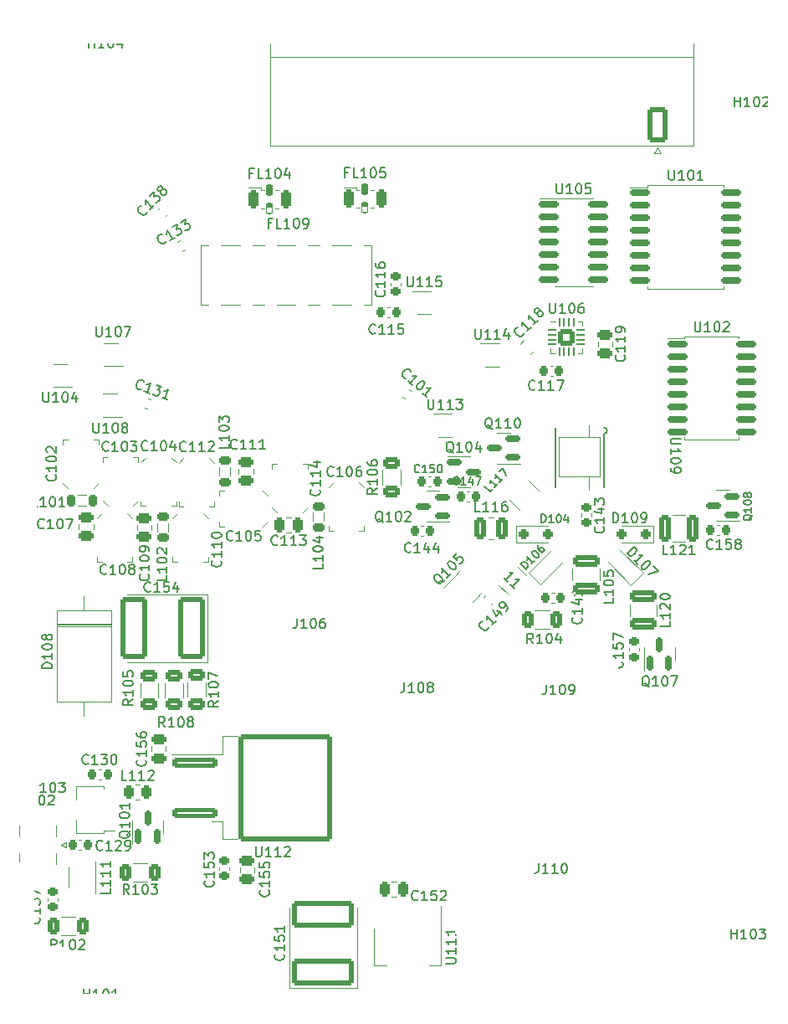
<source format=gto>
G04 #@! TF.GenerationSoftware,KiCad,Pcbnew,(7.0.0-0)*
G04 #@! TF.CreationDate,2023-05-11T07:35:05+02:00*
G04 #@! TF.ProjectId,Filter-forest-v3,46696c74-6572-42d6-966f-726573742d76,rev?*
G04 #@! TF.SameCoordinates,Original*
G04 #@! TF.FileFunction,Legend,Top*
G04 #@! TF.FilePolarity,Positive*
%FSLAX46Y46*%
G04 Gerber Fmt 4.6, Leading zero omitted, Abs format (unit mm)*
G04 Created by KiCad (PCBNEW (7.0.0-0)) date 2023-05-11 07:35:05*
%MOMM*%
%LPD*%
G01*
G04 APERTURE LIST*
G04 Aperture macros list*
%AMRoundRect*
0 Rectangle with rounded corners*
0 $1 Rounding radius*
0 $2 $3 $4 $5 $6 $7 $8 $9 X,Y pos of 4 corners*
0 Add a 4 corners polygon primitive as box body*
4,1,4,$2,$3,$4,$5,$6,$7,$8,$9,$2,$3,0*
0 Add four circle primitives for the rounded corners*
1,1,$1+$1,$2,$3*
1,1,$1+$1,$4,$5*
1,1,$1+$1,$6,$7*
1,1,$1+$1,$8,$9*
0 Add four rect primitives between the rounded corners*
20,1,$1+$1,$2,$3,$4,$5,0*
20,1,$1+$1,$4,$5,$6,$7,0*
20,1,$1+$1,$6,$7,$8,$9,0*
20,1,$1+$1,$8,$9,$2,$3,0*%
%AMFreePoly0*
4,1,9,3.862500,-0.866500,0.737500,-0.866500,0.737500,-0.450000,-0.737500,-0.450000,-0.737500,0.450000,0.737500,0.450000,0.737500,0.866500,3.862500,0.866500,3.862500,-0.866500,3.862500,-0.866500,$1*%
G04 Aperture macros list end*
%ADD10C,0.150000*%
%ADD11C,0.120000*%
%ADD12C,0.010000*%
%ADD13C,2.000000*%
%ADD14RoundRect,0.250000X-0.475000X0.250000X-0.475000X-0.250000X0.475000X-0.250000X0.475000X0.250000X0*%
%ADD15R,0.650000X0.400000*%
%ADD16RoundRect,0.250000X0.625000X-0.312500X0.625000X0.312500X-0.625000X0.312500X-0.625000X-0.312500X0*%
%ADD17RoundRect,0.150000X-0.825000X-0.150000X0.825000X-0.150000X0.825000X0.150000X-0.825000X0.150000X0*%
%ADD18R,2.600000X2.600000*%
%ADD19O,2.600000X2.600000*%
%ADD20RoundRect,0.249600X-0.270400X-0.650400X0.270400X-0.650400X0.270400X0.650400X-0.270400X0.650400X0*%
%ADD21RoundRect,0.152500X-0.152500X-0.470000X0.152500X-0.470000X0.152500X0.470000X-0.152500X0.470000X0*%
%ADD22C,0.610000*%
%ADD23RoundRect,0.250000X-0.625000X0.312500X-0.625000X-0.312500X0.625000X-0.312500X0.625000X0.312500X0*%
%ADD24RoundRect,0.150000X0.587500X0.150000X-0.587500X0.150000X-0.587500X-0.150000X0.587500X-0.150000X0*%
%ADD25C,2.500000*%
%ADD26C,3.500000*%
%ADD27RoundRect,0.150000X-0.309359X-0.521491X0.521491X0.309359X0.309359X0.521491X-0.521491X-0.309359X0*%
%ADD28RoundRect,0.225000X0.225000X0.250000X-0.225000X0.250000X-0.225000X-0.250000X0.225000X-0.250000X0*%
%ADD29R,2.700000X1.150000*%
%ADD30RoundRect,0.225000X0.250000X-0.225000X0.250000X0.225000X-0.250000X0.225000X-0.250000X-0.225000X0*%
%ADD31RoundRect,0.218750X-0.381250X0.218750X-0.381250X-0.218750X0.381250X-0.218750X0.381250X0.218750X0*%
%ADD32RoundRect,0.225000X-0.225000X-0.250000X0.225000X-0.250000X0.225000X0.250000X-0.225000X0.250000X0*%
%ADD33RoundRect,0.250000X-0.262500X-0.450000X0.262500X-0.450000X0.262500X0.450000X-0.262500X0.450000X0*%
%ADD34R,1.000000X0.850000*%
%ADD35RoundRect,0.250000X0.250000X0.475000X-0.250000X0.475000X-0.250000X-0.475000X0.250000X-0.475000X0*%
%ADD36R,0.850000X1.000000*%
%ADD37RoundRect,0.250000X0.250000X0.250000X-0.250000X0.250000X-0.250000X-0.250000X0.250000X-0.250000X0*%
%ADD38RoundRect,0.225000X-0.250000X0.225000X-0.250000X-0.225000X0.250000X-0.225000X0.250000X0.225000X0*%
%ADD39RoundRect,0.250000X0.312500X0.625000X-0.312500X0.625000X-0.312500X-0.625000X0.312500X-0.625000X0*%
%ADD40RoundRect,0.250000X0.159099X-0.512652X0.512652X-0.159099X-0.159099X0.512652X-0.512652X0.159099X0*%
%ADD41RoundRect,0.250000X0.475000X-0.250000X0.475000X0.250000X-0.475000X0.250000X-0.475000X-0.250000X0*%
%ADD42RoundRect,0.250000X-2.050000X-0.300000X2.050000X-0.300000X2.050000X0.300000X-2.050000X0.300000X0*%
%ADD43RoundRect,0.250002X-4.449998X-5.149998X4.449998X-5.149998X4.449998X5.149998X-4.449998X5.149998X0*%
%ADD44RoundRect,0.250000X-0.250000X-0.475000X0.250000X-0.475000X0.250000X0.475000X-0.250000X0.475000X0*%
%ADD45RoundRect,0.225000X-0.296936X-0.157969X0.125926X-0.311878X0.296936X0.157969X-0.125926X0.311878X0*%
%ADD46RoundRect,0.250000X-0.375000X-0.850000X0.375000X-0.850000X0.375000X0.850000X-0.375000X0.850000X0*%
%ADD47C,5.600000*%
%ADD48RoundRect,0.250000X2.900000X-1.087500X2.900000X1.087500X-2.900000X1.087500X-2.900000X-1.087500X0*%
%ADD49RoundRect,0.250000X1.087500X2.900000X-1.087500X2.900000X-1.087500X-2.900000X1.087500X-2.900000X0*%
%ADD50RoundRect,0.250000X0.000000X-0.353553X0.353553X0.000000X0.000000X0.353553X-0.353553X0.000000X0*%
%ADD51RoundRect,0.225000X0.017678X-0.335876X0.335876X-0.017678X-0.017678X0.335876X-0.335876X0.017678X0*%
%ADD52R,0.510000X1.020000*%
%ADD53RoundRect,0.001000X-2.100000X2.010000X-2.100000X-2.010000X2.100000X-2.010000X2.100000X2.010000X0*%
%ADD54RoundRect,0.218750X0.218750X0.381250X-0.218750X0.381250X-0.218750X-0.381250X0.218750X-0.381250X0*%
%ADD55RoundRect,0.250000X-1.025305X-0.494975X-0.494975X-1.025305X1.025305X0.494975X0.494975X1.025305X0*%
%ADD56RoundRect,0.150000X-0.587500X-0.150000X0.587500X-0.150000X0.587500X0.150000X-0.587500X0.150000X0*%
%ADD57RoundRect,0.218750X0.381250X-0.218750X0.381250X0.218750X-0.381250X0.218750X-0.381250X-0.218750X0*%
%ADD58R,3.600000X1.270000*%
%ADD59R,4.200000X1.350000*%
%ADD60RoundRect,0.250000X-1.069499X-0.486136X-0.486136X-1.069499X1.069499X0.486136X0.486136X1.069499X0*%
%ADD61RoundRect,0.250000X-1.075000X0.375000X-1.075000X-0.375000X1.075000X-0.375000X1.075000X0.375000X0*%
%ADD62RoundRect,0.225000X-0.069856X-0.329006X0.319856X-0.104006X0.069856X0.329006X-0.319856X0.104006X0*%
%ADD63R,1.200000X1.600000*%
%ADD64RoundRect,0.250000X-0.250000X-0.250000X0.250000X-0.250000X0.250000X0.250000X-0.250000X0.250000X0*%
%ADD65RoundRect,0.150000X0.150000X-0.587500X0.150000X0.587500X-0.150000X0.587500X-0.150000X-0.587500X0*%
%ADD66RoundRect,0.249999X0.790001X1.550001X-0.790001X1.550001X-0.790001X-1.550001X0.790001X-1.550001X0*%
%ADD67O,2.080000X3.600000*%
%ADD68RoundRect,0.250000X0.353553X0.000000X0.000000X0.353553X-0.353553X0.000000X0.000000X-0.353553X0*%
%ADD69RoundRect,0.250000X0.375000X1.075000X-0.375000X1.075000X-0.375000X-1.075000X0.375000X-1.075000X0*%
%ADD70RoundRect,0.150000X-0.875000X-0.150000X0.875000X-0.150000X0.875000X0.150000X-0.875000X0.150000X0*%
%ADD71RoundRect,0.150000X-0.837500X-0.150000X0.837500X-0.150000X0.837500X0.150000X-0.837500X0.150000X0*%
%ADD72RoundRect,0.225000X-0.333057X-0.046884X0.011663X-0.336138X0.333057X0.046884X-0.011663X0.336138X0*%
%ADD73R,1.300000X0.900000*%
%ADD74FreePoly0,180.000000*%
%ADD75RoundRect,0.250000X1.075000X-0.375000X1.075000X0.375000X-1.075000X0.375000X-1.075000X-0.375000X0*%
%ADD76RoundRect,0.250000X-0.600000X-0.600000X0.600000X-0.600000X0.600000X0.600000X-0.600000X0.600000X0*%
%ADD77RoundRect,0.062500X-0.062500X-0.337500X0.062500X-0.337500X0.062500X0.337500X-0.062500X0.337500X0*%
%ADD78RoundRect,0.062500X-0.337500X-0.062500X0.337500X-0.062500X0.337500X0.062500X-0.337500X0.062500X0*%
%ADD79R,1.500000X2.000000*%
%ADD80R,3.800000X2.000000*%
%ADD81C,2.610000*%
%ADD82O,1.800000X1.000000*%
G04 #@! TA.AperFunction,Profile*
%ADD83C,0.100000*%
G04 #@! TD*
G04 APERTURE END LIST*
D10*
X101412142Y-85679047D02*
X101459761Y-85726666D01*
X101459761Y-85726666D02*
X101507380Y-85869523D01*
X101507380Y-85869523D02*
X101507380Y-85964761D01*
X101507380Y-85964761D02*
X101459761Y-86107618D01*
X101459761Y-86107618D02*
X101364523Y-86202856D01*
X101364523Y-86202856D02*
X101269285Y-86250475D01*
X101269285Y-86250475D02*
X101078809Y-86298094D01*
X101078809Y-86298094D02*
X100935952Y-86298094D01*
X100935952Y-86298094D02*
X100745476Y-86250475D01*
X100745476Y-86250475D02*
X100650238Y-86202856D01*
X100650238Y-86202856D02*
X100555000Y-86107618D01*
X100555000Y-86107618D02*
X100507380Y-85964761D01*
X100507380Y-85964761D02*
X100507380Y-85869523D01*
X100507380Y-85869523D02*
X100555000Y-85726666D01*
X100555000Y-85726666D02*
X100602619Y-85679047D01*
X101507380Y-84726666D02*
X101507380Y-85298094D01*
X101507380Y-85012380D02*
X100507380Y-85012380D01*
X100507380Y-85012380D02*
X100650238Y-85107618D01*
X100650238Y-85107618D02*
X100745476Y-85202856D01*
X100745476Y-85202856D02*
X100793095Y-85298094D01*
X100507380Y-84107618D02*
X100507380Y-84012380D01*
X100507380Y-84012380D02*
X100555000Y-83917142D01*
X100555000Y-83917142D02*
X100602619Y-83869523D01*
X100602619Y-83869523D02*
X100697857Y-83821904D01*
X100697857Y-83821904D02*
X100888333Y-83774285D01*
X100888333Y-83774285D02*
X101126428Y-83774285D01*
X101126428Y-83774285D02*
X101316904Y-83821904D01*
X101316904Y-83821904D02*
X101412142Y-83869523D01*
X101412142Y-83869523D02*
X101459761Y-83917142D01*
X101459761Y-83917142D02*
X101507380Y-84012380D01*
X101507380Y-84012380D02*
X101507380Y-84107618D01*
X101507380Y-84107618D02*
X101459761Y-84202856D01*
X101459761Y-84202856D02*
X101412142Y-84250475D01*
X101412142Y-84250475D02*
X101316904Y-84298094D01*
X101316904Y-84298094D02*
X101126428Y-84345713D01*
X101126428Y-84345713D02*
X100888333Y-84345713D01*
X100888333Y-84345713D02*
X100697857Y-84298094D01*
X100697857Y-84298094D02*
X100602619Y-84250475D01*
X100602619Y-84250475D02*
X100555000Y-84202856D01*
X100555000Y-84202856D02*
X100507380Y-84107618D01*
X101507380Y-83298094D02*
X101507380Y-83107618D01*
X101507380Y-83107618D02*
X101459761Y-83012380D01*
X101459761Y-83012380D02*
X101412142Y-82964761D01*
X101412142Y-82964761D02*
X101269285Y-82869523D01*
X101269285Y-82869523D02*
X101078809Y-82821904D01*
X101078809Y-82821904D02*
X100697857Y-82821904D01*
X100697857Y-82821904D02*
X100602619Y-82869523D01*
X100602619Y-82869523D02*
X100555000Y-82917142D01*
X100555000Y-82917142D02*
X100507380Y-83012380D01*
X100507380Y-83012380D02*
X100507380Y-83202856D01*
X100507380Y-83202856D02*
X100555000Y-83298094D01*
X100555000Y-83298094D02*
X100602619Y-83345713D01*
X100602619Y-83345713D02*
X100697857Y-83393332D01*
X100697857Y-83393332D02*
X100935952Y-83393332D01*
X100935952Y-83393332D02*
X101031190Y-83345713D01*
X101031190Y-83345713D02*
X101078809Y-83298094D01*
X101078809Y-83298094D02*
X101126428Y-83202856D01*
X101126428Y-83202856D02*
X101126428Y-83012380D01*
X101126428Y-83012380D02*
X101078809Y-82917142D01*
X101078809Y-82917142D02*
X101031190Y-82869523D01*
X101031190Y-82869523D02*
X100935952Y-82821904D01*
X90850952Y-80962142D02*
X90803333Y-81009761D01*
X90803333Y-81009761D02*
X90660476Y-81057380D01*
X90660476Y-81057380D02*
X90565238Y-81057380D01*
X90565238Y-81057380D02*
X90422381Y-81009761D01*
X90422381Y-81009761D02*
X90327143Y-80914523D01*
X90327143Y-80914523D02*
X90279524Y-80819285D01*
X90279524Y-80819285D02*
X90231905Y-80628809D01*
X90231905Y-80628809D02*
X90231905Y-80485952D01*
X90231905Y-80485952D02*
X90279524Y-80295476D01*
X90279524Y-80295476D02*
X90327143Y-80200238D01*
X90327143Y-80200238D02*
X90422381Y-80105000D01*
X90422381Y-80105000D02*
X90565238Y-80057380D01*
X90565238Y-80057380D02*
X90660476Y-80057380D01*
X90660476Y-80057380D02*
X90803333Y-80105000D01*
X90803333Y-80105000D02*
X90850952Y-80152619D01*
X91803333Y-81057380D02*
X91231905Y-81057380D01*
X91517619Y-81057380D02*
X91517619Y-80057380D01*
X91517619Y-80057380D02*
X91422381Y-80200238D01*
X91422381Y-80200238D02*
X91327143Y-80295476D01*
X91327143Y-80295476D02*
X91231905Y-80343095D01*
X92422381Y-80057380D02*
X92517619Y-80057380D01*
X92517619Y-80057380D02*
X92612857Y-80105000D01*
X92612857Y-80105000D02*
X92660476Y-80152619D01*
X92660476Y-80152619D02*
X92708095Y-80247857D01*
X92708095Y-80247857D02*
X92755714Y-80438333D01*
X92755714Y-80438333D02*
X92755714Y-80676428D01*
X92755714Y-80676428D02*
X92708095Y-80866904D01*
X92708095Y-80866904D02*
X92660476Y-80962142D01*
X92660476Y-80962142D02*
X92612857Y-81009761D01*
X92612857Y-81009761D02*
X92517619Y-81057380D01*
X92517619Y-81057380D02*
X92422381Y-81057380D01*
X92422381Y-81057380D02*
X92327143Y-81009761D01*
X92327143Y-81009761D02*
X92279524Y-80962142D01*
X92279524Y-80962142D02*
X92231905Y-80866904D01*
X92231905Y-80866904D02*
X92184286Y-80676428D01*
X92184286Y-80676428D02*
X92184286Y-80438333D01*
X92184286Y-80438333D02*
X92231905Y-80247857D01*
X92231905Y-80247857D02*
X92279524Y-80152619D01*
X92279524Y-80152619D02*
X92327143Y-80105000D01*
X92327143Y-80105000D02*
X92422381Y-80057380D01*
X93089048Y-80057380D02*
X93755714Y-80057380D01*
X93755714Y-80057380D02*
X93327143Y-81057380D01*
X96121714Y-60615380D02*
X96121714Y-61424904D01*
X96121714Y-61424904D02*
X96169333Y-61520142D01*
X96169333Y-61520142D02*
X96216952Y-61567761D01*
X96216952Y-61567761D02*
X96312190Y-61615380D01*
X96312190Y-61615380D02*
X96502666Y-61615380D01*
X96502666Y-61615380D02*
X96597904Y-61567761D01*
X96597904Y-61567761D02*
X96645523Y-61520142D01*
X96645523Y-61520142D02*
X96693142Y-61424904D01*
X96693142Y-61424904D02*
X96693142Y-60615380D01*
X97693142Y-61615380D02*
X97121714Y-61615380D01*
X97407428Y-61615380D02*
X97407428Y-60615380D01*
X97407428Y-60615380D02*
X97312190Y-60758238D01*
X97312190Y-60758238D02*
X97216952Y-60853476D01*
X97216952Y-60853476D02*
X97121714Y-60901095D01*
X98312190Y-60615380D02*
X98407428Y-60615380D01*
X98407428Y-60615380D02*
X98502666Y-60663000D01*
X98502666Y-60663000D02*
X98550285Y-60710619D01*
X98550285Y-60710619D02*
X98597904Y-60805857D01*
X98597904Y-60805857D02*
X98645523Y-60996333D01*
X98645523Y-60996333D02*
X98645523Y-61234428D01*
X98645523Y-61234428D02*
X98597904Y-61424904D01*
X98597904Y-61424904D02*
X98550285Y-61520142D01*
X98550285Y-61520142D02*
X98502666Y-61567761D01*
X98502666Y-61567761D02*
X98407428Y-61615380D01*
X98407428Y-61615380D02*
X98312190Y-61615380D01*
X98312190Y-61615380D02*
X98216952Y-61567761D01*
X98216952Y-61567761D02*
X98169333Y-61520142D01*
X98169333Y-61520142D02*
X98121714Y-61424904D01*
X98121714Y-61424904D02*
X98074095Y-61234428D01*
X98074095Y-61234428D02*
X98074095Y-60996333D01*
X98074095Y-60996333D02*
X98121714Y-60805857D01*
X98121714Y-60805857D02*
X98169333Y-60710619D01*
X98169333Y-60710619D02*
X98216952Y-60663000D01*
X98216952Y-60663000D02*
X98312190Y-60615380D01*
X98978857Y-60615380D02*
X99645523Y-60615380D01*
X99645523Y-60615380D02*
X99216952Y-61615380D01*
X124587380Y-76979047D02*
X124111190Y-77312380D01*
X124587380Y-77550475D02*
X123587380Y-77550475D01*
X123587380Y-77550475D02*
X123587380Y-77169523D01*
X123587380Y-77169523D02*
X123635000Y-77074285D01*
X123635000Y-77074285D02*
X123682619Y-77026666D01*
X123682619Y-77026666D02*
X123777857Y-76979047D01*
X123777857Y-76979047D02*
X123920714Y-76979047D01*
X123920714Y-76979047D02*
X124015952Y-77026666D01*
X124015952Y-77026666D02*
X124063571Y-77074285D01*
X124063571Y-77074285D02*
X124111190Y-77169523D01*
X124111190Y-77169523D02*
X124111190Y-77550475D01*
X124587380Y-76026666D02*
X124587380Y-76598094D01*
X124587380Y-76312380D02*
X123587380Y-76312380D01*
X123587380Y-76312380D02*
X123730238Y-76407618D01*
X123730238Y-76407618D02*
X123825476Y-76502856D01*
X123825476Y-76502856D02*
X123873095Y-76598094D01*
X123587380Y-75407618D02*
X123587380Y-75312380D01*
X123587380Y-75312380D02*
X123635000Y-75217142D01*
X123635000Y-75217142D02*
X123682619Y-75169523D01*
X123682619Y-75169523D02*
X123777857Y-75121904D01*
X123777857Y-75121904D02*
X123968333Y-75074285D01*
X123968333Y-75074285D02*
X124206428Y-75074285D01*
X124206428Y-75074285D02*
X124396904Y-75121904D01*
X124396904Y-75121904D02*
X124492142Y-75169523D01*
X124492142Y-75169523D02*
X124539761Y-75217142D01*
X124539761Y-75217142D02*
X124587380Y-75312380D01*
X124587380Y-75312380D02*
X124587380Y-75407618D01*
X124587380Y-75407618D02*
X124539761Y-75502856D01*
X124539761Y-75502856D02*
X124492142Y-75550475D01*
X124492142Y-75550475D02*
X124396904Y-75598094D01*
X124396904Y-75598094D02*
X124206428Y-75645713D01*
X124206428Y-75645713D02*
X123968333Y-75645713D01*
X123968333Y-75645713D02*
X123777857Y-75598094D01*
X123777857Y-75598094D02*
X123682619Y-75550475D01*
X123682619Y-75550475D02*
X123635000Y-75502856D01*
X123635000Y-75502856D02*
X123587380Y-75407618D01*
X123587380Y-74217142D02*
X123587380Y-74407618D01*
X123587380Y-74407618D02*
X123635000Y-74502856D01*
X123635000Y-74502856D02*
X123682619Y-74550475D01*
X123682619Y-74550475D02*
X123825476Y-74645713D01*
X123825476Y-74645713D02*
X124015952Y-74693332D01*
X124015952Y-74693332D02*
X124396904Y-74693332D01*
X124396904Y-74693332D02*
X124492142Y-74645713D01*
X124492142Y-74645713D02*
X124539761Y-74598094D01*
X124539761Y-74598094D02*
X124587380Y-74502856D01*
X124587380Y-74502856D02*
X124587380Y-74312380D01*
X124587380Y-74312380D02*
X124539761Y-74217142D01*
X124539761Y-74217142D02*
X124492142Y-74169523D01*
X124492142Y-74169523D02*
X124396904Y-74121904D01*
X124396904Y-74121904D02*
X124158809Y-74121904D01*
X124158809Y-74121904D02*
X124063571Y-74169523D01*
X124063571Y-74169523D02*
X124015952Y-74217142D01*
X124015952Y-74217142D02*
X123968333Y-74312380D01*
X123968333Y-74312380D02*
X123968333Y-74502856D01*
X123968333Y-74502856D02*
X124015952Y-74598094D01*
X124015952Y-74598094D02*
X124063571Y-74645713D01*
X124063571Y-74645713D02*
X124158809Y-74693332D01*
X142735714Y-46177380D02*
X142735714Y-46986904D01*
X142735714Y-46986904D02*
X142783333Y-47082142D01*
X142783333Y-47082142D02*
X142830952Y-47129761D01*
X142830952Y-47129761D02*
X142926190Y-47177380D01*
X142926190Y-47177380D02*
X143116666Y-47177380D01*
X143116666Y-47177380D02*
X143211904Y-47129761D01*
X143211904Y-47129761D02*
X143259523Y-47082142D01*
X143259523Y-47082142D02*
X143307142Y-46986904D01*
X143307142Y-46986904D02*
X143307142Y-46177380D01*
X144307142Y-47177380D02*
X143735714Y-47177380D01*
X144021428Y-47177380D02*
X144021428Y-46177380D01*
X144021428Y-46177380D02*
X143926190Y-46320238D01*
X143926190Y-46320238D02*
X143830952Y-46415476D01*
X143830952Y-46415476D02*
X143735714Y-46463095D01*
X144926190Y-46177380D02*
X145021428Y-46177380D01*
X145021428Y-46177380D02*
X145116666Y-46225000D01*
X145116666Y-46225000D02*
X145164285Y-46272619D01*
X145164285Y-46272619D02*
X145211904Y-46367857D01*
X145211904Y-46367857D02*
X145259523Y-46558333D01*
X145259523Y-46558333D02*
X145259523Y-46796428D01*
X145259523Y-46796428D02*
X145211904Y-46986904D01*
X145211904Y-46986904D02*
X145164285Y-47082142D01*
X145164285Y-47082142D02*
X145116666Y-47129761D01*
X145116666Y-47129761D02*
X145021428Y-47177380D01*
X145021428Y-47177380D02*
X144926190Y-47177380D01*
X144926190Y-47177380D02*
X144830952Y-47129761D01*
X144830952Y-47129761D02*
X144783333Y-47082142D01*
X144783333Y-47082142D02*
X144735714Y-46986904D01*
X144735714Y-46986904D02*
X144688095Y-46796428D01*
X144688095Y-46796428D02*
X144688095Y-46558333D01*
X144688095Y-46558333D02*
X144735714Y-46367857D01*
X144735714Y-46367857D02*
X144783333Y-46272619D01*
X144783333Y-46272619D02*
X144830952Y-46225000D01*
X144830952Y-46225000D02*
X144926190Y-46177380D01*
X146164285Y-46177380D02*
X145688095Y-46177380D01*
X145688095Y-46177380D02*
X145640476Y-46653571D01*
X145640476Y-46653571D02*
X145688095Y-46605952D01*
X145688095Y-46605952D02*
X145783333Y-46558333D01*
X145783333Y-46558333D02*
X146021428Y-46558333D01*
X146021428Y-46558333D02*
X146116666Y-46605952D01*
X146116666Y-46605952D02*
X146164285Y-46653571D01*
X146164285Y-46653571D02*
X146211904Y-46748809D01*
X146211904Y-46748809D02*
X146211904Y-46986904D01*
X146211904Y-46986904D02*
X146164285Y-47082142D01*
X146164285Y-47082142D02*
X146116666Y-47129761D01*
X146116666Y-47129761D02*
X146021428Y-47177380D01*
X146021428Y-47177380D02*
X145783333Y-47177380D01*
X145783333Y-47177380D02*
X145688095Y-47129761D01*
X145688095Y-47129761D02*
X145640476Y-47082142D01*
X91667380Y-95190475D02*
X90667380Y-95190475D01*
X90667380Y-95190475D02*
X90667380Y-94952380D01*
X90667380Y-94952380D02*
X90715000Y-94809523D01*
X90715000Y-94809523D02*
X90810238Y-94714285D01*
X90810238Y-94714285D02*
X90905476Y-94666666D01*
X90905476Y-94666666D02*
X91095952Y-94619047D01*
X91095952Y-94619047D02*
X91238809Y-94619047D01*
X91238809Y-94619047D02*
X91429285Y-94666666D01*
X91429285Y-94666666D02*
X91524523Y-94714285D01*
X91524523Y-94714285D02*
X91619761Y-94809523D01*
X91619761Y-94809523D02*
X91667380Y-94952380D01*
X91667380Y-94952380D02*
X91667380Y-95190475D01*
X91667380Y-93666666D02*
X91667380Y-94238094D01*
X91667380Y-93952380D02*
X90667380Y-93952380D01*
X90667380Y-93952380D02*
X90810238Y-94047618D01*
X90810238Y-94047618D02*
X90905476Y-94142856D01*
X90905476Y-94142856D02*
X90953095Y-94238094D01*
X90667380Y-93047618D02*
X90667380Y-92952380D01*
X90667380Y-92952380D02*
X90715000Y-92857142D01*
X90715000Y-92857142D02*
X90762619Y-92809523D01*
X90762619Y-92809523D02*
X90857857Y-92761904D01*
X90857857Y-92761904D02*
X91048333Y-92714285D01*
X91048333Y-92714285D02*
X91286428Y-92714285D01*
X91286428Y-92714285D02*
X91476904Y-92761904D01*
X91476904Y-92761904D02*
X91572142Y-92809523D01*
X91572142Y-92809523D02*
X91619761Y-92857142D01*
X91619761Y-92857142D02*
X91667380Y-92952380D01*
X91667380Y-92952380D02*
X91667380Y-93047618D01*
X91667380Y-93047618D02*
X91619761Y-93142856D01*
X91619761Y-93142856D02*
X91572142Y-93190475D01*
X91572142Y-93190475D02*
X91476904Y-93238094D01*
X91476904Y-93238094D02*
X91286428Y-93285713D01*
X91286428Y-93285713D02*
X91048333Y-93285713D01*
X91048333Y-93285713D02*
X90857857Y-93238094D01*
X90857857Y-93238094D02*
X90762619Y-93190475D01*
X90762619Y-93190475D02*
X90715000Y-93142856D01*
X90715000Y-93142856D02*
X90667380Y-93047618D01*
X91095952Y-92142856D02*
X91048333Y-92238094D01*
X91048333Y-92238094D02*
X91000714Y-92285713D01*
X91000714Y-92285713D02*
X90905476Y-92333332D01*
X90905476Y-92333332D02*
X90857857Y-92333332D01*
X90857857Y-92333332D02*
X90762619Y-92285713D01*
X90762619Y-92285713D02*
X90715000Y-92238094D01*
X90715000Y-92238094D02*
X90667380Y-92142856D01*
X90667380Y-92142856D02*
X90667380Y-91952380D01*
X90667380Y-91952380D02*
X90715000Y-91857142D01*
X90715000Y-91857142D02*
X90762619Y-91809523D01*
X90762619Y-91809523D02*
X90857857Y-91761904D01*
X90857857Y-91761904D02*
X90905476Y-91761904D01*
X90905476Y-91761904D02*
X91000714Y-91809523D01*
X91000714Y-91809523D02*
X91048333Y-91857142D01*
X91048333Y-91857142D02*
X91095952Y-91952380D01*
X91095952Y-91952380D02*
X91095952Y-92142856D01*
X91095952Y-92142856D02*
X91143571Y-92238094D01*
X91143571Y-92238094D02*
X91191190Y-92285713D01*
X91191190Y-92285713D02*
X91286428Y-92333332D01*
X91286428Y-92333332D02*
X91476904Y-92333332D01*
X91476904Y-92333332D02*
X91572142Y-92285713D01*
X91572142Y-92285713D02*
X91619761Y-92238094D01*
X91619761Y-92238094D02*
X91667380Y-92142856D01*
X91667380Y-92142856D02*
X91667380Y-91952380D01*
X91667380Y-91952380D02*
X91619761Y-91857142D01*
X91619761Y-91857142D02*
X91572142Y-91809523D01*
X91572142Y-91809523D02*
X91476904Y-91761904D01*
X91476904Y-91761904D02*
X91286428Y-91761904D01*
X91286428Y-91761904D02*
X91191190Y-91809523D01*
X91191190Y-91809523D02*
X91143571Y-91857142D01*
X91143571Y-91857142D02*
X91095952Y-91952380D01*
X112000523Y-45095571D02*
X111667190Y-45095571D01*
X111667190Y-45619380D02*
X111667190Y-44619380D01*
X111667190Y-44619380D02*
X112143380Y-44619380D01*
X113000523Y-45619380D02*
X112524333Y-45619380D01*
X112524333Y-45619380D02*
X112524333Y-44619380D01*
X113857666Y-45619380D02*
X113286238Y-45619380D01*
X113571952Y-45619380D02*
X113571952Y-44619380D01*
X113571952Y-44619380D02*
X113476714Y-44762238D01*
X113476714Y-44762238D02*
X113381476Y-44857476D01*
X113381476Y-44857476D02*
X113286238Y-44905095D01*
X114476714Y-44619380D02*
X114571952Y-44619380D01*
X114571952Y-44619380D02*
X114667190Y-44667000D01*
X114667190Y-44667000D02*
X114714809Y-44714619D01*
X114714809Y-44714619D02*
X114762428Y-44809857D01*
X114762428Y-44809857D02*
X114810047Y-45000333D01*
X114810047Y-45000333D02*
X114810047Y-45238428D01*
X114810047Y-45238428D02*
X114762428Y-45428904D01*
X114762428Y-45428904D02*
X114714809Y-45524142D01*
X114714809Y-45524142D02*
X114667190Y-45571761D01*
X114667190Y-45571761D02*
X114571952Y-45619380D01*
X114571952Y-45619380D02*
X114476714Y-45619380D01*
X114476714Y-45619380D02*
X114381476Y-45571761D01*
X114381476Y-45571761D02*
X114333857Y-45524142D01*
X114333857Y-45524142D02*
X114286238Y-45428904D01*
X114286238Y-45428904D02*
X114238619Y-45238428D01*
X114238619Y-45238428D02*
X114238619Y-45000333D01*
X114238619Y-45000333D02*
X114286238Y-44809857D01*
X114286238Y-44809857D02*
X114333857Y-44714619D01*
X114333857Y-44714619D02*
X114381476Y-44667000D01*
X114381476Y-44667000D02*
X114476714Y-44619380D01*
X115667190Y-44952714D02*
X115667190Y-45619380D01*
X115429095Y-44571761D02*
X115191000Y-45286047D01*
X115191000Y-45286047D02*
X115810047Y-45286047D01*
X108487380Y-98469047D02*
X108011190Y-98802380D01*
X108487380Y-99040475D02*
X107487380Y-99040475D01*
X107487380Y-99040475D02*
X107487380Y-98659523D01*
X107487380Y-98659523D02*
X107535000Y-98564285D01*
X107535000Y-98564285D02*
X107582619Y-98516666D01*
X107582619Y-98516666D02*
X107677857Y-98469047D01*
X107677857Y-98469047D02*
X107820714Y-98469047D01*
X107820714Y-98469047D02*
X107915952Y-98516666D01*
X107915952Y-98516666D02*
X107963571Y-98564285D01*
X107963571Y-98564285D02*
X108011190Y-98659523D01*
X108011190Y-98659523D02*
X108011190Y-99040475D01*
X108487380Y-97516666D02*
X108487380Y-98088094D01*
X108487380Y-97802380D02*
X107487380Y-97802380D01*
X107487380Y-97802380D02*
X107630238Y-97897618D01*
X107630238Y-97897618D02*
X107725476Y-97992856D01*
X107725476Y-97992856D02*
X107773095Y-98088094D01*
X107487380Y-96897618D02*
X107487380Y-96802380D01*
X107487380Y-96802380D02*
X107535000Y-96707142D01*
X107535000Y-96707142D02*
X107582619Y-96659523D01*
X107582619Y-96659523D02*
X107677857Y-96611904D01*
X107677857Y-96611904D02*
X107868333Y-96564285D01*
X107868333Y-96564285D02*
X108106428Y-96564285D01*
X108106428Y-96564285D02*
X108296904Y-96611904D01*
X108296904Y-96611904D02*
X108392142Y-96659523D01*
X108392142Y-96659523D02*
X108439761Y-96707142D01*
X108439761Y-96707142D02*
X108487380Y-96802380D01*
X108487380Y-96802380D02*
X108487380Y-96897618D01*
X108487380Y-96897618D02*
X108439761Y-96992856D01*
X108439761Y-96992856D02*
X108392142Y-97040475D01*
X108392142Y-97040475D02*
X108296904Y-97088094D01*
X108296904Y-97088094D02*
X108106428Y-97135713D01*
X108106428Y-97135713D02*
X107868333Y-97135713D01*
X107868333Y-97135713D02*
X107677857Y-97088094D01*
X107677857Y-97088094D02*
X107582619Y-97040475D01*
X107582619Y-97040475D02*
X107535000Y-96992856D01*
X107535000Y-96992856D02*
X107487380Y-96897618D01*
X107487380Y-96230951D02*
X107487380Y-95564285D01*
X107487380Y-95564285D02*
X108487380Y-95992856D01*
X162540095Y-79648095D02*
X162502000Y-79724285D01*
X162502000Y-79724285D02*
X162425809Y-79800476D01*
X162425809Y-79800476D02*
X162311523Y-79914762D01*
X162311523Y-79914762D02*
X162273428Y-79990952D01*
X162273428Y-79990952D02*
X162273428Y-80067143D01*
X162463904Y-80029047D02*
X162425809Y-80105238D01*
X162425809Y-80105238D02*
X162349619Y-80181428D01*
X162349619Y-80181428D02*
X162197238Y-80219524D01*
X162197238Y-80219524D02*
X161930571Y-80219524D01*
X161930571Y-80219524D02*
X161778190Y-80181428D01*
X161778190Y-80181428D02*
X161702000Y-80105238D01*
X161702000Y-80105238D02*
X161663904Y-80029047D01*
X161663904Y-80029047D02*
X161663904Y-79876666D01*
X161663904Y-79876666D02*
X161702000Y-79800476D01*
X161702000Y-79800476D02*
X161778190Y-79724285D01*
X161778190Y-79724285D02*
X161930571Y-79686190D01*
X161930571Y-79686190D02*
X162197238Y-79686190D01*
X162197238Y-79686190D02*
X162349619Y-79724285D01*
X162349619Y-79724285D02*
X162425809Y-79800476D01*
X162425809Y-79800476D02*
X162463904Y-79876666D01*
X162463904Y-79876666D02*
X162463904Y-80029047D01*
X162463904Y-78924286D02*
X162463904Y-79381429D01*
X162463904Y-79152857D02*
X161663904Y-79152857D01*
X161663904Y-79152857D02*
X161778190Y-79229048D01*
X161778190Y-79229048D02*
X161854380Y-79305238D01*
X161854380Y-79305238D02*
X161892476Y-79381429D01*
X161663904Y-78429047D02*
X161663904Y-78352857D01*
X161663904Y-78352857D02*
X161702000Y-78276666D01*
X161702000Y-78276666D02*
X161740095Y-78238571D01*
X161740095Y-78238571D02*
X161816285Y-78200476D01*
X161816285Y-78200476D02*
X161968666Y-78162381D01*
X161968666Y-78162381D02*
X162159142Y-78162381D01*
X162159142Y-78162381D02*
X162311523Y-78200476D01*
X162311523Y-78200476D02*
X162387714Y-78238571D01*
X162387714Y-78238571D02*
X162425809Y-78276666D01*
X162425809Y-78276666D02*
X162463904Y-78352857D01*
X162463904Y-78352857D02*
X162463904Y-78429047D01*
X162463904Y-78429047D02*
X162425809Y-78505238D01*
X162425809Y-78505238D02*
X162387714Y-78543333D01*
X162387714Y-78543333D02*
X162311523Y-78581428D01*
X162311523Y-78581428D02*
X162159142Y-78619524D01*
X162159142Y-78619524D02*
X161968666Y-78619524D01*
X161968666Y-78619524D02*
X161816285Y-78581428D01*
X161816285Y-78581428D02*
X161740095Y-78543333D01*
X161740095Y-78543333D02*
X161702000Y-78505238D01*
X161702000Y-78505238D02*
X161663904Y-78429047D01*
X162006761Y-77705238D02*
X161968666Y-77781428D01*
X161968666Y-77781428D02*
X161930571Y-77819523D01*
X161930571Y-77819523D02*
X161854380Y-77857619D01*
X161854380Y-77857619D02*
X161816285Y-77857619D01*
X161816285Y-77857619D02*
X161740095Y-77819523D01*
X161740095Y-77819523D02*
X161702000Y-77781428D01*
X161702000Y-77781428D02*
X161663904Y-77705238D01*
X161663904Y-77705238D02*
X161663904Y-77552857D01*
X161663904Y-77552857D02*
X161702000Y-77476666D01*
X161702000Y-77476666D02*
X161740095Y-77438571D01*
X161740095Y-77438571D02*
X161816285Y-77400476D01*
X161816285Y-77400476D02*
X161854380Y-77400476D01*
X161854380Y-77400476D02*
X161930571Y-77438571D01*
X161930571Y-77438571D02*
X161968666Y-77476666D01*
X161968666Y-77476666D02*
X162006761Y-77552857D01*
X162006761Y-77552857D02*
X162006761Y-77705238D01*
X162006761Y-77705238D02*
X162044857Y-77781428D01*
X162044857Y-77781428D02*
X162082952Y-77819523D01*
X162082952Y-77819523D02*
X162159142Y-77857619D01*
X162159142Y-77857619D02*
X162311523Y-77857619D01*
X162311523Y-77857619D02*
X162387714Y-77819523D01*
X162387714Y-77819523D02*
X162425809Y-77781428D01*
X162425809Y-77781428D02*
X162463904Y-77705238D01*
X162463904Y-77705238D02*
X162463904Y-77552857D01*
X162463904Y-77552857D02*
X162425809Y-77476666D01*
X162425809Y-77476666D02*
X162387714Y-77438571D01*
X162387714Y-77438571D02*
X162311523Y-77400476D01*
X162311523Y-77400476D02*
X162159142Y-77400476D01*
X162159142Y-77400476D02*
X162082952Y-77438571D01*
X162082952Y-77438571D02*
X162044857Y-77476666D01*
X162044857Y-77476666D02*
X162006761Y-77552857D01*
X127324285Y-96627380D02*
X127324285Y-97341666D01*
X127324285Y-97341666D02*
X127276666Y-97484523D01*
X127276666Y-97484523D02*
X127181428Y-97579761D01*
X127181428Y-97579761D02*
X127038571Y-97627380D01*
X127038571Y-97627380D02*
X126943333Y-97627380D01*
X128324285Y-97627380D02*
X127752857Y-97627380D01*
X128038571Y-97627380D02*
X128038571Y-96627380D01*
X128038571Y-96627380D02*
X127943333Y-96770238D01*
X127943333Y-96770238D02*
X127848095Y-96865476D01*
X127848095Y-96865476D02*
X127752857Y-96913095D01*
X128943333Y-96627380D02*
X129038571Y-96627380D01*
X129038571Y-96627380D02*
X129133809Y-96675000D01*
X129133809Y-96675000D02*
X129181428Y-96722619D01*
X129181428Y-96722619D02*
X129229047Y-96817857D01*
X129229047Y-96817857D02*
X129276666Y-97008333D01*
X129276666Y-97008333D02*
X129276666Y-97246428D01*
X129276666Y-97246428D02*
X129229047Y-97436904D01*
X129229047Y-97436904D02*
X129181428Y-97532142D01*
X129181428Y-97532142D02*
X129133809Y-97579761D01*
X129133809Y-97579761D02*
X129038571Y-97627380D01*
X129038571Y-97627380D02*
X128943333Y-97627380D01*
X128943333Y-97627380D02*
X128848095Y-97579761D01*
X128848095Y-97579761D02*
X128800476Y-97532142D01*
X128800476Y-97532142D02*
X128752857Y-97436904D01*
X128752857Y-97436904D02*
X128705238Y-97246428D01*
X128705238Y-97246428D02*
X128705238Y-97008333D01*
X128705238Y-97008333D02*
X128752857Y-96817857D01*
X128752857Y-96817857D02*
X128800476Y-96722619D01*
X128800476Y-96722619D02*
X128848095Y-96675000D01*
X128848095Y-96675000D02*
X128943333Y-96627380D01*
X129848095Y-97055952D02*
X129752857Y-97008333D01*
X129752857Y-97008333D02*
X129705238Y-96960714D01*
X129705238Y-96960714D02*
X129657619Y-96865476D01*
X129657619Y-96865476D02*
X129657619Y-96817857D01*
X129657619Y-96817857D02*
X129705238Y-96722619D01*
X129705238Y-96722619D02*
X129752857Y-96675000D01*
X129752857Y-96675000D02*
X129848095Y-96627380D01*
X129848095Y-96627380D02*
X130038571Y-96627380D01*
X130038571Y-96627380D02*
X130133809Y-96675000D01*
X130133809Y-96675000D02*
X130181428Y-96722619D01*
X130181428Y-96722619D02*
X130229047Y-96817857D01*
X130229047Y-96817857D02*
X130229047Y-96865476D01*
X130229047Y-96865476D02*
X130181428Y-96960714D01*
X130181428Y-96960714D02*
X130133809Y-97008333D01*
X130133809Y-97008333D02*
X130038571Y-97055952D01*
X130038571Y-97055952D02*
X129848095Y-97055952D01*
X129848095Y-97055952D02*
X129752857Y-97103571D01*
X129752857Y-97103571D02*
X129705238Y-97151190D01*
X129705238Y-97151190D02*
X129657619Y-97246428D01*
X129657619Y-97246428D02*
X129657619Y-97436904D01*
X129657619Y-97436904D02*
X129705238Y-97532142D01*
X129705238Y-97532142D02*
X129752857Y-97579761D01*
X129752857Y-97579761D02*
X129848095Y-97627380D01*
X129848095Y-97627380D02*
X130038571Y-97627380D01*
X130038571Y-97627380D02*
X130133809Y-97579761D01*
X130133809Y-97579761D02*
X130181428Y-97532142D01*
X130181428Y-97532142D02*
X130229047Y-97436904D01*
X130229047Y-97436904D02*
X130229047Y-97246428D01*
X130229047Y-97246428D02*
X130181428Y-97151190D01*
X130181428Y-97151190D02*
X130133809Y-97103571D01*
X130133809Y-97103571D02*
X130038571Y-97055952D01*
X131449286Y-86300843D02*
X131348271Y-86334515D01*
X131348271Y-86334515D02*
X131213584Y-86334515D01*
X131213584Y-86334515D02*
X131011553Y-86334515D01*
X131011553Y-86334515D02*
X130910538Y-86368187D01*
X130910538Y-86368187D02*
X130843194Y-86435530D01*
X131045225Y-86570217D02*
X130944210Y-86603889D01*
X130944210Y-86603889D02*
X130809523Y-86603889D01*
X130809523Y-86603889D02*
X130641164Y-86502874D01*
X130641164Y-86502874D02*
X130405462Y-86267171D01*
X130405462Y-86267171D02*
X130304446Y-86098813D01*
X130304446Y-86098813D02*
X130304446Y-85964126D01*
X130304446Y-85964126D02*
X130338118Y-85863110D01*
X130338118Y-85863110D02*
X130472805Y-85728423D01*
X130472805Y-85728423D02*
X130573820Y-85694752D01*
X130573820Y-85694752D02*
X130708507Y-85694752D01*
X130708507Y-85694752D02*
X130876866Y-85795767D01*
X130876866Y-85795767D02*
X131112568Y-86031469D01*
X131112568Y-86031469D02*
X131213584Y-86199828D01*
X131213584Y-86199828D02*
X131213584Y-86334515D01*
X131213584Y-86334515D02*
X131179912Y-86435530D01*
X131179912Y-86435530D02*
X131045225Y-86570217D01*
X132021706Y-85593736D02*
X131617645Y-85997797D01*
X131819675Y-85795767D02*
X131112568Y-85088660D01*
X131112568Y-85088660D02*
X131146240Y-85257019D01*
X131146240Y-85257019D02*
X131146240Y-85391706D01*
X131146240Y-85391706D02*
X131112568Y-85492721D01*
X131752332Y-84448897D02*
X131819675Y-84381553D01*
X131819675Y-84381553D02*
X131920691Y-84347882D01*
X131920691Y-84347882D02*
X131988034Y-84347882D01*
X131988034Y-84347882D02*
X132089049Y-84381553D01*
X132089049Y-84381553D02*
X132257408Y-84482569D01*
X132257408Y-84482569D02*
X132425767Y-84650927D01*
X132425767Y-84650927D02*
X132526782Y-84819286D01*
X132526782Y-84819286D02*
X132560454Y-84920301D01*
X132560454Y-84920301D02*
X132560454Y-84987645D01*
X132560454Y-84987645D02*
X132526782Y-85088660D01*
X132526782Y-85088660D02*
X132459439Y-85156004D01*
X132459439Y-85156004D02*
X132358423Y-85189675D01*
X132358423Y-85189675D02*
X132291080Y-85189675D01*
X132291080Y-85189675D02*
X132190065Y-85156004D01*
X132190065Y-85156004D02*
X132021706Y-85054988D01*
X132021706Y-85054988D02*
X131853347Y-84886630D01*
X131853347Y-84886630D02*
X131752332Y-84718271D01*
X131752332Y-84718271D02*
X131718660Y-84617256D01*
X131718660Y-84617256D02*
X131718660Y-84549912D01*
X131718660Y-84549912D02*
X131752332Y-84448897D01*
X132627797Y-83573431D02*
X132291080Y-83910149D01*
X132291080Y-83910149D02*
X132594126Y-84280538D01*
X132594126Y-84280538D02*
X132594126Y-84213195D01*
X132594126Y-84213195D02*
X132627797Y-84112179D01*
X132627797Y-84112179D02*
X132796156Y-83943820D01*
X132796156Y-83943820D02*
X132897171Y-83910149D01*
X132897171Y-83910149D02*
X132964515Y-83910149D01*
X132964515Y-83910149D02*
X133065530Y-83943820D01*
X133065530Y-83943820D02*
X133233889Y-84112179D01*
X133233889Y-84112179D02*
X133267561Y-84213195D01*
X133267561Y-84213195D02*
X133267561Y-84280538D01*
X133267561Y-84280538D02*
X133233889Y-84381553D01*
X133233889Y-84381553D02*
X133065530Y-84549912D01*
X133065530Y-84549912D02*
X132964515Y-84583584D01*
X132964515Y-84583584D02*
X132897171Y-84583584D01*
X128854762Y-75317714D02*
X128816666Y-75355809D01*
X128816666Y-75355809D02*
X128702381Y-75393904D01*
X128702381Y-75393904D02*
X128626190Y-75393904D01*
X128626190Y-75393904D02*
X128511904Y-75355809D01*
X128511904Y-75355809D02*
X128435714Y-75279619D01*
X128435714Y-75279619D02*
X128397619Y-75203428D01*
X128397619Y-75203428D02*
X128359523Y-75051047D01*
X128359523Y-75051047D02*
X128359523Y-74936761D01*
X128359523Y-74936761D02*
X128397619Y-74784380D01*
X128397619Y-74784380D02*
X128435714Y-74708190D01*
X128435714Y-74708190D02*
X128511904Y-74632000D01*
X128511904Y-74632000D02*
X128626190Y-74593904D01*
X128626190Y-74593904D02*
X128702381Y-74593904D01*
X128702381Y-74593904D02*
X128816666Y-74632000D01*
X128816666Y-74632000D02*
X128854762Y-74670095D01*
X129616666Y-75393904D02*
X129159523Y-75393904D01*
X129388095Y-75393904D02*
X129388095Y-74593904D01*
X129388095Y-74593904D02*
X129311904Y-74708190D01*
X129311904Y-74708190D02*
X129235714Y-74784380D01*
X129235714Y-74784380D02*
X129159523Y-74822476D01*
X130340476Y-74593904D02*
X129959524Y-74593904D01*
X129959524Y-74593904D02*
X129921428Y-74974857D01*
X129921428Y-74974857D02*
X129959524Y-74936761D01*
X129959524Y-74936761D02*
X130035714Y-74898666D01*
X130035714Y-74898666D02*
X130226190Y-74898666D01*
X130226190Y-74898666D02*
X130302381Y-74936761D01*
X130302381Y-74936761D02*
X130340476Y-74974857D01*
X130340476Y-74974857D02*
X130378571Y-75051047D01*
X130378571Y-75051047D02*
X130378571Y-75241523D01*
X130378571Y-75241523D02*
X130340476Y-75317714D01*
X130340476Y-75317714D02*
X130302381Y-75355809D01*
X130302381Y-75355809D02*
X130226190Y-75393904D01*
X130226190Y-75393904D02*
X130035714Y-75393904D01*
X130035714Y-75393904D02*
X129959524Y-75355809D01*
X129959524Y-75355809D02*
X129921428Y-75317714D01*
X130873810Y-74593904D02*
X130950000Y-74593904D01*
X130950000Y-74593904D02*
X131026191Y-74632000D01*
X131026191Y-74632000D02*
X131064286Y-74670095D01*
X131064286Y-74670095D02*
X131102381Y-74746285D01*
X131102381Y-74746285D02*
X131140476Y-74898666D01*
X131140476Y-74898666D02*
X131140476Y-75089142D01*
X131140476Y-75089142D02*
X131102381Y-75241523D01*
X131102381Y-75241523D02*
X131064286Y-75317714D01*
X131064286Y-75317714D02*
X131026191Y-75355809D01*
X131026191Y-75355809D02*
X130950000Y-75393904D01*
X130950000Y-75393904D02*
X130873810Y-75393904D01*
X130873810Y-75393904D02*
X130797619Y-75355809D01*
X130797619Y-75355809D02*
X130759524Y-75317714D01*
X130759524Y-75317714D02*
X130721429Y-75241523D01*
X130721429Y-75241523D02*
X130683333Y-75089142D01*
X130683333Y-75089142D02*
X130683333Y-74898666D01*
X130683333Y-74898666D02*
X130721429Y-74746285D01*
X130721429Y-74746285D02*
X130759524Y-74670095D01*
X130759524Y-74670095D02*
X130797619Y-74632000D01*
X130797619Y-74632000D02*
X130873810Y-74593904D01*
X103080952Y-101117380D02*
X102747619Y-100641190D01*
X102509524Y-101117380D02*
X102509524Y-100117380D01*
X102509524Y-100117380D02*
X102890476Y-100117380D01*
X102890476Y-100117380D02*
X102985714Y-100165000D01*
X102985714Y-100165000D02*
X103033333Y-100212619D01*
X103033333Y-100212619D02*
X103080952Y-100307857D01*
X103080952Y-100307857D02*
X103080952Y-100450714D01*
X103080952Y-100450714D02*
X103033333Y-100545952D01*
X103033333Y-100545952D02*
X102985714Y-100593571D01*
X102985714Y-100593571D02*
X102890476Y-100641190D01*
X102890476Y-100641190D02*
X102509524Y-100641190D01*
X104033333Y-101117380D02*
X103461905Y-101117380D01*
X103747619Y-101117380D02*
X103747619Y-100117380D01*
X103747619Y-100117380D02*
X103652381Y-100260238D01*
X103652381Y-100260238D02*
X103557143Y-100355476D01*
X103557143Y-100355476D02*
X103461905Y-100403095D01*
X104652381Y-100117380D02*
X104747619Y-100117380D01*
X104747619Y-100117380D02*
X104842857Y-100165000D01*
X104842857Y-100165000D02*
X104890476Y-100212619D01*
X104890476Y-100212619D02*
X104938095Y-100307857D01*
X104938095Y-100307857D02*
X104985714Y-100498333D01*
X104985714Y-100498333D02*
X104985714Y-100736428D01*
X104985714Y-100736428D02*
X104938095Y-100926904D01*
X104938095Y-100926904D02*
X104890476Y-101022142D01*
X104890476Y-101022142D02*
X104842857Y-101069761D01*
X104842857Y-101069761D02*
X104747619Y-101117380D01*
X104747619Y-101117380D02*
X104652381Y-101117380D01*
X104652381Y-101117380D02*
X104557143Y-101069761D01*
X104557143Y-101069761D02*
X104509524Y-101022142D01*
X104509524Y-101022142D02*
X104461905Y-100926904D01*
X104461905Y-100926904D02*
X104414286Y-100736428D01*
X104414286Y-100736428D02*
X104414286Y-100498333D01*
X104414286Y-100498333D02*
X104461905Y-100307857D01*
X104461905Y-100307857D02*
X104509524Y-100212619D01*
X104509524Y-100212619D02*
X104557143Y-100165000D01*
X104557143Y-100165000D02*
X104652381Y-100117380D01*
X105557143Y-100545952D02*
X105461905Y-100498333D01*
X105461905Y-100498333D02*
X105414286Y-100450714D01*
X105414286Y-100450714D02*
X105366667Y-100355476D01*
X105366667Y-100355476D02*
X105366667Y-100307857D01*
X105366667Y-100307857D02*
X105414286Y-100212619D01*
X105414286Y-100212619D02*
X105461905Y-100165000D01*
X105461905Y-100165000D02*
X105557143Y-100117380D01*
X105557143Y-100117380D02*
X105747619Y-100117380D01*
X105747619Y-100117380D02*
X105842857Y-100165000D01*
X105842857Y-100165000D02*
X105890476Y-100212619D01*
X105890476Y-100212619D02*
X105938095Y-100307857D01*
X105938095Y-100307857D02*
X105938095Y-100355476D01*
X105938095Y-100355476D02*
X105890476Y-100450714D01*
X105890476Y-100450714D02*
X105842857Y-100498333D01*
X105842857Y-100498333D02*
X105747619Y-100545952D01*
X105747619Y-100545952D02*
X105557143Y-100545952D01*
X105557143Y-100545952D02*
X105461905Y-100593571D01*
X105461905Y-100593571D02*
X105414286Y-100641190D01*
X105414286Y-100641190D02*
X105366667Y-100736428D01*
X105366667Y-100736428D02*
X105366667Y-100926904D01*
X105366667Y-100926904D02*
X105414286Y-101022142D01*
X105414286Y-101022142D02*
X105461905Y-101069761D01*
X105461905Y-101069761D02*
X105557143Y-101117380D01*
X105557143Y-101117380D02*
X105747619Y-101117380D01*
X105747619Y-101117380D02*
X105842857Y-101069761D01*
X105842857Y-101069761D02*
X105890476Y-101022142D01*
X105890476Y-101022142D02*
X105938095Y-100926904D01*
X105938095Y-100926904D02*
X105938095Y-100736428D01*
X105938095Y-100736428D02*
X105890476Y-100641190D01*
X105890476Y-100641190D02*
X105842857Y-100593571D01*
X105842857Y-100593571D02*
X105747619Y-100545952D01*
X97567380Y-117464047D02*
X97567380Y-117940237D01*
X97567380Y-117940237D02*
X96567380Y-117940237D01*
X97567380Y-116606904D02*
X97567380Y-117178332D01*
X97567380Y-116892618D02*
X96567380Y-116892618D01*
X96567380Y-116892618D02*
X96710238Y-116987856D01*
X96710238Y-116987856D02*
X96805476Y-117083094D01*
X96805476Y-117083094D02*
X96853095Y-117178332D01*
X97567380Y-115654523D02*
X97567380Y-116225951D01*
X97567380Y-115940237D02*
X96567380Y-115940237D01*
X96567380Y-115940237D02*
X96710238Y-116035475D01*
X96710238Y-116035475D02*
X96805476Y-116130713D01*
X96805476Y-116130713D02*
X96853095Y-116225951D01*
X97567380Y-114702142D02*
X97567380Y-115273570D01*
X97567380Y-114987856D02*
X96567380Y-114987856D01*
X96567380Y-114987856D02*
X96710238Y-115083094D01*
X96710238Y-115083094D02*
X96805476Y-115178332D01*
X96805476Y-115178332D02*
X96853095Y-115273570D01*
X90342142Y-120389047D02*
X90389761Y-120436666D01*
X90389761Y-120436666D02*
X90437380Y-120579523D01*
X90437380Y-120579523D02*
X90437380Y-120674761D01*
X90437380Y-120674761D02*
X90389761Y-120817618D01*
X90389761Y-120817618D02*
X90294523Y-120912856D01*
X90294523Y-120912856D02*
X90199285Y-120960475D01*
X90199285Y-120960475D02*
X90008809Y-121008094D01*
X90008809Y-121008094D02*
X89865952Y-121008094D01*
X89865952Y-121008094D02*
X89675476Y-120960475D01*
X89675476Y-120960475D02*
X89580238Y-120912856D01*
X89580238Y-120912856D02*
X89485000Y-120817618D01*
X89485000Y-120817618D02*
X89437380Y-120674761D01*
X89437380Y-120674761D02*
X89437380Y-120579523D01*
X89437380Y-120579523D02*
X89485000Y-120436666D01*
X89485000Y-120436666D02*
X89532619Y-120389047D01*
X90437380Y-119436666D02*
X90437380Y-120008094D01*
X90437380Y-119722380D02*
X89437380Y-119722380D01*
X89437380Y-119722380D02*
X89580238Y-119817618D01*
X89580238Y-119817618D02*
X89675476Y-119912856D01*
X89675476Y-119912856D02*
X89723095Y-120008094D01*
X89437380Y-119103332D02*
X89437380Y-118484285D01*
X89437380Y-118484285D02*
X89818333Y-118817618D01*
X89818333Y-118817618D02*
X89818333Y-118674761D01*
X89818333Y-118674761D02*
X89865952Y-118579523D01*
X89865952Y-118579523D02*
X89913571Y-118531904D01*
X89913571Y-118531904D02*
X90008809Y-118484285D01*
X90008809Y-118484285D02*
X90246904Y-118484285D01*
X90246904Y-118484285D02*
X90342142Y-118531904D01*
X90342142Y-118531904D02*
X90389761Y-118579523D01*
X90389761Y-118579523D02*
X90437380Y-118674761D01*
X90437380Y-118674761D02*
X90437380Y-118960475D01*
X90437380Y-118960475D02*
X90389761Y-119055713D01*
X90389761Y-119055713D02*
X90342142Y-119103332D01*
X89437380Y-118150951D02*
X89437380Y-117484285D01*
X89437380Y-117484285D02*
X90437380Y-117912856D01*
X103287380Y-85769047D02*
X103287380Y-86245237D01*
X103287380Y-86245237D02*
X102287380Y-86245237D01*
X103287380Y-84911904D02*
X103287380Y-85483332D01*
X103287380Y-85197618D02*
X102287380Y-85197618D01*
X102287380Y-85197618D02*
X102430238Y-85292856D01*
X102430238Y-85292856D02*
X102525476Y-85388094D01*
X102525476Y-85388094D02*
X102573095Y-85483332D01*
X102287380Y-84292856D02*
X102287380Y-84197618D01*
X102287380Y-84197618D02*
X102335000Y-84102380D01*
X102335000Y-84102380D02*
X102382619Y-84054761D01*
X102382619Y-84054761D02*
X102477857Y-84007142D01*
X102477857Y-84007142D02*
X102668333Y-83959523D01*
X102668333Y-83959523D02*
X102906428Y-83959523D01*
X102906428Y-83959523D02*
X103096904Y-84007142D01*
X103096904Y-84007142D02*
X103192142Y-84054761D01*
X103192142Y-84054761D02*
X103239761Y-84102380D01*
X103239761Y-84102380D02*
X103287380Y-84197618D01*
X103287380Y-84197618D02*
X103287380Y-84292856D01*
X103287380Y-84292856D02*
X103239761Y-84388094D01*
X103239761Y-84388094D02*
X103192142Y-84435713D01*
X103192142Y-84435713D02*
X103096904Y-84483332D01*
X103096904Y-84483332D02*
X102906428Y-84530951D01*
X102906428Y-84530951D02*
X102668333Y-84530951D01*
X102668333Y-84530951D02*
X102477857Y-84483332D01*
X102477857Y-84483332D02*
X102382619Y-84435713D01*
X102382619Y-84435713D02*
X102335000Y-84388094D01*
X102335000Y-84388094D02*
X102287380Y-84292856D01*
X102382619Y-83578570D02*
X102335000Y-83530951D01*
X102335000Y-83530951D02*
X102287380Y-83435713D01*
X102287380Y-83435713D02*
X102287380Y-83197618D01*
X102287380Y-83197618D02*
X102335000Y-83102380D01*
X102335000Y-83102380D02*
X102382619Y-83054761D01*
X102382619Y-83054761D02*
X102477857Y-83007142D01*
X102477857Y-83007142D02*
X102573095Y-83007142D01*
X102573095Y-83007142D02*
X102715952Y-83054761D01*
X102715952Y-83054761D02*
X103287380Y-83626189D01*
X103287380Y-83626189D02*
X103287380Y-83007142D01*
X140530952Y-66952142D02*
X140483333Y-66999761D01*
X140483333Y-66999761D02*
X140340476Y-67047380D01*
X140340476Y-67047380D02*
X140245238Y-67047380D01*
X140245238Y-67047380D02*
X140102381Y-66999761D01*
X140102381Y-66999761D02*
X140007143Y-66904523D01*
X140007143Y-66904523D02*
X139959524Y-66809285D01*
X139959524Y-66809285D02*
X139911905Y-66618809D01*
X139911905Y-66618809D02*
X139911905Y-66475952D01*
X139911905Y-66475952D02*
X139959524Y-66285476D01*
X139959524Y-66285476D02*
X140007143Y-66190238D01*
X140007143Y-66190238D02*
X140102381Y-66095000D01*
X140102381Y-66095000D02*
X140245238Y-66047380D01*
X140245238Y-66047380D02*
X140340476Y-66047380D01*
X140340476Y-66047380D02*
X140483333Y-66095000D01*
X140483333Y-66095000D02*
X140530952Y-66142619D01*
X141483333Y-67047380D02*
X140911905Y-67047380D01*
X141197619Y-67047380D02*
X141197619Y-66047380D01*
X141197619Y-66047380D02*
X141102381Y-66190238D01*
X141102381Y-66190238D02*
X141007143Y-66285476D01*
X141007143Y-66285476D02*
X140911905Y-66333095D01*
X142435714Y-67047380D02*
X141864286Y-67047380D01*
X142150000Y-67047380D02*
X142150000Y-66047380D01*
X142150000Y-66047380D02*
X142054762Y-66190238D01*
X142054762Y-66190238D02*
X141959524Y-66285476D01*
X141959524Y-66285476D02*
X141864286Y-66333095D01*
X142769048Y-66047380D02*
X143435714Y-66047380D01*
X143435714Y-66047380D02*
X143007143Y-67047380D01*
X99220952Y-106497380D02*
X98744762Y-106497380D01*
X98744762Y-106497380D02*
X98744762Y-105497380D01*
X100078095Y-106497380D02*
X99506667Y-106497380D01*
X99792381Y-106497380D02*
X99792381Y-105497380D01*
X99792381Y-105497380D02*
X99697143Y-105640238D01*
X99697143Y-105640238D02*
X99601905Y-105735476D01*
X99601905Y-105735476D02*
X99506667Y-105783095D01*
X101030476Y-106497380D02*
X100459048Y-106497380D01*
X100744762Y-106497380D02*
X100744762Y-105497380D01*
X100744762Y-105497380D02*
X100649524Y-105640238D01*
X100649524Y-105640238D02*
X100554286Y-105735476D01*
X100554286Y-105735476D02*
X100459048Y-105783095D01*
X101411429Y-105592619D02*
X101459048Y-105545000D01*
X101459048Y-105545000D02*
X101554286Y-105497380D01*
X101554286Y-105497380D02*
X101792381Y-105497380D01*
X101792381Y-105497380D02*
X101887619Y-105545000D01*
X101887619Y-105545000D02*
X101935238Y-105592619D01*
X101935238Y-105592619D02*
X101982857Y-105687857D01*
X101982857Y-105687857D02*
X101982857Y-105783095D01*
X101982857Y-105783095D02*
X101935238Y-105925952D01*
X101935238Y-105925952D02*
X101363810Y-106497380D01*
X101363810Y-106497380D02*
X101982857Y-106497380D01*
X92002142Y-75619047D02*
X92049761Y-75666666D01*
X92049761Y-75666666D02*
X92097380Y-75809523D01*
X92097380Y-75809523D02*
X92097380Y-75904761D01*
X92097380Y-75904761D02*
X92049761Y-76047618D01*
X92049761Y-76047618D02*
X91954523Y-76142856D01*
X91954523Y-76142856D02*
X91859285Y-76190475D01*
X91859285Y-76190475D02*
X91668809Y-76238094D01*
X91668809Y-76238094D02*
X91525952Y-76238094D01*
X91525952Y-76238094D02*
X91335476Y-76190475D01*
X91335476Y-76190475D02*
X91240238Y-76142856D01*
X91240238Y-76142856D02*
X91145000Y-76047618D01*
X91145000Y-76047618D02*
X91097380Y-75904761D01*
X91097380Y-75904761D02*
X91097380Y-75809523D01*
X91097380Y-75809523D02*
X91145000Y-75666666D01*
X91145000Y-75666666D02*
X91192619Y-75619047D01*
X92097380Y-74666666D02*
X92097380Y-75238094D01*
X92097380Y-74952380D02*
X91097380Y-74952380D01*
X91097380Y-74952380D02*
X91240238Y-75047618D01*
X91240238Y-75047618D02*
X91335476Y-75142856D01*
X91335476Y-75142856D02*
X91383095Y-75238094D01*
X91097380Y-74047618D02*
X91097380Y-73952380D01*
X91097380Y-73952380D02*
X91145000Y-73857142D01*
X91145000Y-73857142D02*
X91192619Y-73809523D01*
X91192619Y-73809523D02*
X91287857Y-73761904D01*
X91287857Y-73761904D02*
X91478333Y-73714285D01*
X91478333Y-73714285D02*
X91716428Y-73714285D01*
X91716428Y-73714285D02*
X91906904Y-73761904D01*
X91906904Y-73761904D02*
X92002142Y-73809523D01*
X92002142Y-73809523D02*
X92049761Y-73857142D01*
X92049761Y-73857142D02*
X92097380Y-73952380D01*
X92097380Y-73952380D02*
X92097380Y-74047618D01*
X92097380Y-74047618D02*
X92049761Y-74142856D01*
X92049761Y-74142856D02*
X92002142Y-74190475D01*
X92002142Y-74190475D02*
X91906904Y-74238094D01*
X91906904Y-74238094D02*
X91716428Y-74285713D01*
X91716428Y-74285713D02*
X91478333Y-74285713D01*
X91478333Y-74285713D02*
X91287857Y-74238094D01*
X91287857Y-74238094D02*
X91192619Y-74190475D01*
X91192619Y-74190475D02*
X91145000Y-74142856D01*
X91145000Y-74142856D02*
X91097380Y-74047618D01*
X91192619Y-73333332D02*
X91145000Y-73285713D01*
X91145000Y-73285713D02*
X91097380Y-73190475D01*
X91097380Y-73190475D02*
X91097380Y-72952380D01*
X91097380Y-72952380D02*
X91145000Y-72857142D01*
X91145000Y-72857142D02*
X91192619Y-72809523D01*
X91192619Y-72809523D02*
X91287857Y-72761904D01*
X91287857Y-72761904D02*
X91383095Y-72761904D01*
X91383095Y-72761904D02*
X91525952Y-72809523D01*
X91525952Y-72809523D02*
X92097380Y-73380951D01*
X92097380Y-73380951D02*
X92097380Y-72761904D01*
X114490952Y-82652142D02*
X114443333Y-82699761D01*
X114443333Y-82699761D02*
X114300476Y-82747380D01*
X114300476Y-82747380D02*
X114205238Y-82747380D01*
X114205238Y-82747380D02*
X114062381Y-82699761D01*
X114062381Y-82699761D02*
X113967143Y-82604523D01*
X113967143Y-82604523D02*
X113919524Y-82509285D01*
X113919524Y-82509285D02*
X113871905Y-82318809D01*
X113871905Y-82318809D02*
X113871905Y-82175952D01*
X113871905Y-82175952D02*
X113919524Y-81985476D01*
X113919524Y-81985476D02*
X113967143Y-81890238D01*
X113967143Y-81890238D02*
X114062381Y-81795000D01*
X114062381Y-81795000D02*
X114205238Y-81747380D01*
X114205238Y-81747380D02*
X114300476Y-81747380D01*
X114300476Y-81747380D02*
X114443333Y-81795000D01*
X114443333Y-81795000D02*
X114490952Y-81842619D01*
X115443333Y-82747380D02*
X114871905Y-82747380D01*
X115157619Y-82747380D02*
X115157619Y-81747380D01*
X115157619Y-81747380D02*
X115062381Y-81890238D01*
X115062381Y-81890238D02*
X114967143Y-81985476D01*
X114967143Y-81985476D02*
X114871905Y-82033095D01*
X116395714Y-82747380D02*
X115824286Y-82747380D01*
X116110000Y-82747380D02*
X116110000Y-81747380D01*
X116110000Y-81747380D02*
X116014762Y-81890238D01*
X116014762Y-81890238D02*
X115919524Y-81985476D01*
X115919524Y-81985476D02*
X115824286Y-82033095D01*
X116729048Y-81747380D02*
X117348095Y-81747380D01*
X117348095Y-81747380D02*
X117014762Y-82128333D01*
X117014762Y-82128333D02*
X117157619Y-82128333D01*
X117157619Y-82128333D02*
X117252857Y-82175952D01*
X117252857Y-82175952D02*
X117300476Y-82223571D01*
X117300476Y-82223571D02*
X117348095Y-82318809D01*
X117348095Y-82318809D02*
X117348095Y-82556904D01*
X117348095Y-82556904D02*
X117300476Y-82652142D01*
X117300476Y-82652142D02*
X117252857Y-82699761D01*
X117252857Y-82699761D02*
X117157619Y-82747380D01*
X117157619Y-82747380D02*
X116871905Y-82747380D01*
X116871905Y-82747380D02*
X116776667Y-82699761D01*
X116776667Y-82699761D02*
X116729048Y-82652142D01*
X101330952Y-73072142D02*
X101283333Y-73119761D01*
X101283333Y-73119761D02*
X101140476Y-73167380D01*
X101140476Y-73167380D02*
X101045238Y-73167380D01*
X101045238Y-73167380D02*
X100902381Y-73119761D01*
X100902381Y-73119761D02*
X100807143Y-73024523D01*
X100807143Y-73024523D02*
X100759524Y-72929285D01*
X100759524Y-72929285D02*
X100711905Y-72738809D01*
X100711905Y-72738809D02*
X100711905Y-72595952D01*
X100711905Y-72595952D02*
X100759524Y-72405476D01*
X100759524Y-72405476D02*
X100807143Y-72310238D01*
X100807143Y-72310238D02*
X100902381Y-72215000D01*
X100902381Y-72215000D02*
X101045238Y-72167380D01*
X101045238Y-72167380D02*
X101140476Y-72167380D01*
X101140476Y-72167380D02*
X101283333Y-72215000D01*
X101283333Y-72215000D02*
X101330952Y-72262619D01*
X102283333Y-73167380D02*
X101711905Y-73167380D01*
X101997619Y-73167380D02*
X101997619Y-72167380D01*
X101997619Y-72167380D02*
X101902381Y-72310238D01*
X101902381Y-72310238D02*
X101807143Y-72405476D01*
X101807143Y-72405476D02*
X101711905Y-72453095D01*
X102902381Y-72167380D02*
X102997619Y-72167380D01*
X102997619Y-72167380D02*
X103092857Y-72215000D01*
X103092857Y-72215000D02*
X103140476Y-72262619D01*
X103140476Y-72262619D02*
X103188095Y-72357857D01*
X103188095Y-72357857D02*
X103235714Y-72548333D01*
X103235714Y-72548333D02*
X103235714Y-72786428D01*
X103235714Y-72786428D02*
X103188095Y-72976904D01*
X103188095Y-72976904D02*
X103140476Y-73072142D01*
X103140476Y-73072142D02*
X103092857Y-73119761D01*
X103092857Y-73119761D02*
X102997619Y-73167380D01*
X102997619Y-73167380D02*
X102902381Y-73167380D01*
X102902381Y-73167380D02*
X102807143Y-73119761D01*
X102807143Y-73119761D02*
X102759524Y-73072142D01*
X102759524Y-73072142D02*
X102711905Y-72976904D01*
X102711905Y-72976904D02*
X102664286Y-72786428D01*
X102664286Y-72786428D02*
X102664286Y-72548333D01*
X102664286Y-72548333D02*
X102711905Y-72357857D01*
X102711905Y-72357857D02*
X102759524Y-72262619D01*
X102759524Y-72262619D02*
X102807143Y-72215000D01*
X102807143Y-72215000D02*
X102902381Y-72167380D01*
X104092857Y-72500714D02*
X104092857Y-73167380D01*
X103854762Y-72119761D02*
X103616667Y-72834047D01*
X103616667Y-72834047D02*
X104235714Y-72834047D01*
X127625714Y-55587380D02*
X127625714Y-56396904D01*
X127625714Y-56396904D02*
X127673333Y-56492142D01*
X127673333Y-56492142D02*
X127720952Y-56539761D01*
X127720952Y-56539761D02*
X127816190Y-56587380D01*
X127816190Y-56587380D02*
X128006666Y-56587380D01*
X128006666Y-56587380D02*
X128101904Y-56539761D01*
X128101904Y-56539761D02*
X128149523Y-56492142D01*
X128149523Y-56492142D02*
X128197142Y-56396904D01*
X128197142Y-56396904D02*
X128197142Y-55587380D01*
X129197142Y-56587380D02*
X128625714Y-56587380D01*
X128911428Y-56587380D02*
X128911428Y-55587380D01*
X128911428Y-55587380D02*
X128816190Y-55730238D01*
X128816190Y-55730238D02*
X128720952Y-55825476D01*
X128720952Y-55825476D02*
X128625714Y-55873095D01*
X130149523Y-56587380D02*
X129578095Y-56587380D01*
X129863809Y-56587380D02*
X129863809Y-55587380D01*
X129863809Y-55587380D02*
X129768571Y-55730238D01*
X129768571Y-55730238D02*
X129673333Y-55825476D01*
X129673333Y-55825476D02*
X129578095Y-55873095D01*
X131054285Y-55587380D02*
X130578095Y-55587380D01*
X130578095Y-55587380D02*
X130530476Y-56063571D01*
X130530476Y-56063571D02*
X130578095Y-56015952D01*
X130578095Y-56015952D02*
X130673333Y-55968333D01*
X130673333Y-55968333D02*
X130911428Y-55968333D01*
X130911428Y-55968333D02*
X131006666Y-56015952D01*
X131006666Y-56015952D02*
X131054285Y-56063571D01*
X131054285Y-56063571D02*
X131101904Y-56158809D01*
X131101904Y-56158809D02*
X131101904Y-56396904D01*
X131101904Y-56396904D02*
X131054285Y-56492142D01*
X131054285Y-56492142D02*
X131006666Y-56539761D01*
X131006666Y-56539761D02*
X130911428Y-56587380D01*
X130911428Y-56587380D02*
X130673333Y-56587380D01*
X130673333Y-56587380D02*
X130578095Y-56539761D01*
X130578095Y-56539761D02*
X130530476Y-56492142D01*
X107972142Y-116689047D02*
X108019761Y-116736666D01*
X108019761Y-116736666D02*
X108067380Y-116879523D01*
X108067380Y-116879523D02*
X108067380Y-116974761D01*
X108067380Y-116974761D02*
X108019761Y-117117618D01*
X108019761Y-117117618D02*
X107924523Y-117212856D01*
X107924523Y-117212856D02*
X107829285Y-117260475D01*
X107829285Y-117260475D02*
X107638809Y-117308094D01*
X107638809Y-117308094D02*
X107495952Y-117308094D01*
X107495952Y-117308094D02*
X107305476Y-117260475D01*
X107305476Y-117260475D02*
X107210238Y-117212856D01*
X107210238Y-117212856D02*
X107115000Y-117117618D01*
X107115000Y-117117618D02*
X107067380Y-116974761D01*
X107067380Y-116974761D02*
X107067380Y-116879523D01*
X107067380Y-116879523D02*
X107115000Y-116736666D01*
X107115000Y-116736666D02*
X107162619Y-116689047D01*
X108067380Y-115736666D02*
X108067380Y-116308094D01*
X108067380Y-116022380D02*
X107067380Y-116022380D01*
X107067380Y-116022380D02*
X107210238Y-116117618D01*
X107210238Y-116117618D02*
X107305476Y-116212856D01*
X107305476Y-116212856D02*
X107353095Y-116308094D01*
X107067380Y-114831904D02*
X107067380Y-115308094D01*
X107067380Y-115308094D02*
X107543571Y-115355713D01*
X107543571Y-115355713D02*
X107495952Y-115308094D01*
X107495952Y-115308094D02*
X107448333Y-115212856D01*
X107448333Y-115212856D02*
X107448333Y-114974761D01*
X107448333Y-114974761D02*
X107495952Y-114879523D01*
X107495952Y-114879523D02*
X107543571Y-114831904D01*
X107543571Y-114831904D02*
X107638809Y-114784285D01*
X107638809Y-114784285D02*
X107876904Y-114784285D01*
X107876904Y-114784285D02*
X107972142Y-114831904D01*
X107972142Y-114831904D02*
X108019761Y-114879523D01*
X108019761Y-114879523D02*
X108067380Y-114974761D01*
X108067380Y-114974761D02*
X108067380Y-115212856D01*
X108067380Y-115212856D02*
X108019761Y-115308094D01*
X108019761Y-115308094D02*
X107972142Y-115355713D01*
X107067380Y-114450951D02*
X107067380Y-113831904D01*
X107067380Y-113831904D02*
X107448333Y-114165237D01*
X107448333Y-114165237D02*
X107448333Y-114022380D01*
X107448333Y-114022380D02*
X107495952Y-113927142D01*
X107495952Y-113927142D02*
X107543571Y-113879523D01*
X107543571Y-113879523D02*
X107638809Y-113831904D01*
X107638809Y-113831904D02*
X107876904Y-113831904D01*
X107876904Y-113831904D02*
X107972142Y-113879523D01*
X107972142Y-113879523D02*
X108019761Y-113927142D01*
X108019761Y-113927142D02*
X108067380Y-114022380D01*
X108067380Y-114022380D02*
X108067380Y-114308094D01*
X108067380Y-114308094D02*
X108019761Y-114403332D01*
X108019761Y-114403332D02*
X107972142Y-114450951D01*
X149592142Y-63509047D02*
X149639761Y-63556666D01*
X149639761Y-63556666D02*
X149687380Y-63699523D01*
X149687380Y-63699523D02*
X149687380Y-63794761D01*
X149687380Y-63794761D02*
X149639761Y-63937618D01*
X149639761Y-63937618D02*
X149544523Y-64032856D01*
X149544523Y-64032856D02*
X149449285Y-64080475D01*
X149449285Y-64080475D02*
X149258809Y-64128094D01*
X149258809Y-64128094D02*
X149115952Y-64128094D01*
X149115952Y-64128094D02*
X148925476Y-64080475D01*
X148925476Y-64080475D02*
X148830238Y-64032856D01*
X148830238Y-64032856D02*
X148735000Y-63937618D01*
X148735000Y-63937618D02*
X148687380Y-63794761D01*
X148687380Y-63794761D02*
X148687380Y-63699523D01*
X148687380Y-63699523D02*
X148735000Y-63556666D01*
X148735000Y-63556666D02*
X148782619Y-63509047D01*
X149687380Y-62556666D02*
X149687380Y-63128094D01*
X149687380Y-62842380D02*
X148687380Y-62842380D01*
X148687380Y-62842380D02*
X148830238Y-62937618D01*
X148830238Y-62937618D02*
X148925476Y-63032856D01*
X148925476Y-63032856D02*
X148973095Y-63128094D01*
X149687380Y-61604285D02*
X149687380Y-62175713D01*
X149687380Y-61889999D02*
X148687380Y-61889999D01*
X148687380Y-61889999D02*
X148830238Y-61985237D01*
X148830238Y-61985237D02*
X148925476Y-62080475D01*
X148925476Y-62080475D02*
X148973095Y-62175713D01*
X149687380Y-61128094D02*
X149687380Y-60937618D01*
X149687380Y-60937618D02*
X149639761Y-60842380D01*
X149639761Y-60842380D02*
X149592142Y-60794761D01*
X149592142Y-60794761D02*
X149449285Y-60699523D01*
X149449285Y-60699523D02*
X149258809Y-60651904D01*
X149258809Y-60651904D02*
X148877857Y-60651904D01*
X148877857Y-60651904D02*
X148782619Y-60699523D01*
X148782619Y-60699523D02*
X148735000Y-60747142D01*
X148735000Y-60747142D02*
X148687380Y-60842380D01*
X148687380Y-60842380D02*
X148687380Y-61032856D01*
X148687380Y-61032856D02*
X148735000Y-61128094D01*
X148735000Y-61128094D02*
X148782619Y-61175713D01*
X148782619Y-61175713D02*
X148877857Y-61223332D01*
X148877857Y-61223332D02*
X149115952Y-61223332D01*
X149115952Y-61223332D02*
X149211190Y-61175713D01*
X149211190Y-61175713D02*
X149258809Y-61128094D01*
X149258809Y-61128094D02*
X149306428Y-61032856D01*
X149306428Y-61032856D02*
X149306428Y-60842380D01*
X149306428Y-60842380D02*
X149258809Y-60747142D01*
X149258809Y-60747142D02*
X149211190Y-60699523D01*
X149211190Y-60699523D02*
X149115952Y-60651904D01*
X109930952Y-82182142D02*
X109883333Y-82229761D01*
X109883333Y-82229761D02*
X109740476Y-82277380D01*
X109740476Y-82277380D02*
X109645238Y-82277380D01*
X109645238Y-82277380D02*
X109502381Y-82229761D01*
X109502381Y-82229761D02*
X109407143Y-82134523D01*
X109407143Y-82134523D02*
X109359524Y-82039285D01*
X109359524Y-82039285D02*
X109311905Y-81848809D01*
X109311905Y-81848809D02*
X109311905Y-81705952D01*
X109311905Y-81705952D02*
X109359524Y-81515476D01*
X109359524Y-81515476D02*
X109407143Y-81420238D01*
X109407143Y-81420238D02*
X109502381Y-81325000D01*
X109502381Y-81325000D02*
X109645238Y-81277380D01*
X109645238Y-81277380D02*
X109740476Y-81277380D01*
X109740476Y-81277380D02*
X109883333Y-81325000D01*
X109883333Y-81325000D02*
X109930952Y-81372619D01*
X110883333Y-82277380D02*
X110311905Y-82277380D01*
X110597619Y-82277380D02*
X110597619Y-81277380D01*
X110597619Y-81277380D02*
X110502381Y-81420238D01*
X110502381Y-81420238D02*
X110407143Y-81515476D01*
X110407143Y-81515476D02*
X110311905Y-81563095D01*
X111502381Y-81277380D02*
X111597619Y-81277380D01*
X111597619Y-81277380D02*
X111692857Y-81325000D01*
X111692857Y-81325000D02*
X111740476Y-81372619D01*
X111740476Y-81372619D02*
X111788095Y-81467857D01*
X111788095Y-81467857D02*
X111835714Y-81658333D01*
X111835714Y-81658333D02*
X111835714Y-81896428D01*
X111835714Y-81896428D02*
X111788095Y-82086904D01*
X111788095Y-82086904D02*
X111740476Y-82182142D01*
X111740476Y-82182142D02*
X111692857Y-82229761D01*
X111692857Y-82229761D02*
X111597619Y-82277380D01*
X111597619Y-82277380D02*
X111502381Y-82277380D01*
X111502381Y-82277380D02*
X111407143Y-82229761D01*
X111407143Y-82229761D02*
X111359524Y-82182142D01*
X111359524Y-82182142D02*
X111311905Y-82086904D01*
X111311905Y-82086904D02*
X111264286Y-81896428D01*
X111264286Y-81896428D02*
X111264286Y-81658333D01*
X111264286Y-81658333D02*
X111311905Y-81467857D01*
X111311905Y-81467857D02*
X111359524Y-81372619D01*
X111359524Y-81372619D02*
X111407143Y-81325000D01*
X111407143Y-81325000D02*
X111502381Y-81277380D01*
X112740476Y-81277380D02*
X112264286Y-81277380D01*
X112264286Y-81277380D02*
X112216667Y-81753571D01*
X112216667Y-81753571D02*
X112264286Y-81705952D01*
X112264286Y-81705952D02*
X112359524Y-81658333D01*
X112359524Y-81658333D02*
X112597619Y-81658333D01*
X112597619Y-81658333D02*
X112692857Y-81705952D01*
X112692857Y-81705952D02*
X112740476Y-81753571D01*
X112740476Y-81753571D02*
X112788095Y-81848809D01*
X112788095Y-81848809D02*
X112788095Y-82086904D01*
X112788095Y-82086904D02*
X112740476Y-82182142D01*
X112740476Y-82182142D02*
X112692857Y-82229761D01*
X112692857Y-82229761D02*
X112597619Y-82277380D01*
X112597619Y-82277380D02*
X112359524Y-82277380D01*
X112359524Y-82277380D02*
X112264286Y-82229761D01*
X112264286Y-82229761D02*
X112216667Y-82182142D01*
X96760952Y-113492142D02*
X96713333Y-113539761D01*
X96713333Y-113539761D02*
X96570476Y-113587380D01*
X96570476Y-113587380D02*
X96475238Y-113587380D01*
X96475238Y-113587380D02*
X96332381Y-113539761D01*
X96332381Y-113539761D02*
X96237143Y-113444523D01*
X96237143Y-113444523D02*
X96189524Y-113349285D01*
X96189524Y-113349285D02*
X96141905Y-113158809D01*
X96141905Y-113158809D02*
X96141905Y-113015952D01*
X96141905Y-113015952D02*
X96189524Y-112825476D01*
X96189524Y-112825476D02*
X96237143Y-112730238D01*
X96237143Y-112730238D02*
X96332381Y-112635000D01*
X96332381Y-112635000D02*
X96475238Y-112587380D01*
X96475238Y-112587380D02*
X96570476Y-112587380D01*
X96570476Y-112587380D02*
X96713333Y-112635000D01*
X96713333Y-112635000D02*
X96760952Y-112682619D01*
X97713333Y-113587380D02*
X97141905Y-113587380D01*
X97427619Y-113587380D02*
X97427619Y-112587380D01*
X97427619Y-112587380D02*
X97332381Y-112730238D01*
X97332381Y-112730238D02*
X97237143Y-112825476D01*
X97237143Y-112825476D02*
X97141905Y-112873095D01*
X98094286Y-112682619D02*
X98141905Y-112635000D01*
X98141905Y-112635000D02*
X98237143Y-112587380D01*
X98237143Y-112587380D02*
X98475238Y-112587380D01*
X98475238Y-112587380D02*
X98570476Y-112635000D01*
X98570476Y-112635000D02*
X98618095Y-112682619D01*
X98618095Y-112682619D02*
X98665714Y-112777857D01*
X98665714Y-112777857D02*
X98665714Y-112873095D01*
X98665714Y-112873095D02*
X98618095Y-113015952D01*
X98618095Y-113015952D02*
X98046667Y-113587380D01*
X98046667Y-113587380D02*
X98665714Y-113587380D01*
X99141905Y-113587380D02*
X99332381Y-113587380D01*
X99332381Y-113587380D02*
X99427619Y-113539761D01*
X99427619Y-113539761D02*
X99475238Y-113492142D01*
X99475238Y-113492142D02*
X99570476Y-113349285D01*
X99570476Y-113349285D02*
X99618095Y-113158809D01*
X99618095Y-113158809D02*
X99618095Y-112777857D01*
X99618095Y-112777857D02*
X99570476Y-112682619D01*
X99570476Y-112682619D02*
X99522857Y-112635000D01*
X99522857Y-112635000D02*
X99427619Y-112587380D01*
X99427619Y-112587380D02*
X99237143Y-112587380D01*
X99237143Y-112587380D02*
X99141905Y-112635000D01*
X99141905Y-112635000D02*
X99094286Y-112682619D01*
X99094286Y-112682619D02*
X99046667Y-112777857D01*
X99046667Y-112777857D02*
X99046667Y-113015952D01*
X99046667Y-113015952D02*
X99094286Y-113111190D01*
X99094286Y-113111190D02*
X99141905Y-113158809D01*
X99141905Y-113158809D02*
X99237143Y-113206428D01*
X99237143Y-113206428D02*
X99427619Y-113206428D01*
X99427619Y-113206428D02*
X99522857Y-113158809D01*
X99522857Y-113158809D02*
X99570476Y-113111190D01*
X99570476Y-113111190D02*
X99618095Y-113015952D01*
X148419524Y-80447380D02*
X148419524Y-79447380D01*
X148419524Y-79447380D02*
X148657619Y-79447380D01*
X148657619Y-79447380D02*
X148800476Y-79495000D01*
X148800476Y-79495000D02*
X148895714Y-79590238D01*
X148895714Y-79590238D02*
X148943333Y-79685476D01*
X148943333Y-79685476D02*
X148990952Y-79875952D01*
X148990952Y-79875952D02*
X148990952Y-80018809D01*
X148990952Y-80018809D02*
X148943333Y-80209285D01*
X148943333Y-80209285D02*
X148895714Y-80304523D01*
X148895714Y-80304523D02*
X148800476Y-80399761D01*
X148800476Y-80399761D02*
X148657619Y-80447380D01*
X148657619Y-80447380D02*
X148419524Y-80447380D01*
X149943333Y-80447380D02*
X149371905Y-80447380D01*
X149657619Y-80447380D02*
X149657619Y-79447380D01*
X149657619Y-79447380D02*
X149562381Y-79590238D01*
X149562381Y-79590238D02*
X149467143Y-79685476D01*
X149467143Y-79685476D02*
X149371905Y-79733095D01*
X150562381Y-79447380D02*
X150657619Y-79447380D01*
X150657619Y-79447380D02*
X150752857Y-79495000D01*
X150752857Y-79495000D02*
X150800476Y-79542619D01*
X150800476Y-79542619D02*
X150848095Y-79637857D01*
X150848095Y-79637857D02*
X150895714Y-79828333D01*
X150895714Y-79828333D02*
X150895714Y-80066428D01*
X150895714Y-80066428D02*
X150848095Y-80256904D01*
X150848095Y-80256904D02*
X150800476Y-80352142D01*
X150800476Y-80352142D02*
X150752857Y-80399761D01*
X150752857Y-80399761D02*
X150657619Y-80447380D01*
X150657619Y-80447380D02*
X150562381Y-80447380D01*
X150562381Y-80447380D02*
X150467143Y-80399761D01*
X150467143Y-80399761D02*
X150419524Y-80352142D01*
X150419524Y-80352142D02*
X150371905Y-80256904D01*
X150371905Y-80256904D02*
X150324286Y-80066428D01*
X150324286Y-80066428D02*
X150324286Y-79828333D01*
X150324286Y-79828333D02*
X150371905Y-79637857D01*
X150371905Y-79637857D02*
X150419524Y-79542619D01*
X150419524Y-79542619D02*
X150467143Y-79495000D01*
X150467143Y-79495000D02*
X150562381Y-79447380D01*
X151371905Y-80447380D02*
X151562381Y-80447380D01*
X151562381Y-80447380D02*
X151657619Y-80399761D01*
X151657619Y-80399761D02*
X151705238Y-80352142D01*
X151705238Y-80352142D02*
X151800476Y-80209285D01*
X151800476Y-80209285D02*
X151848095Y-80018809D01*
X151848095Y-80018809D02*
X151848095Y-79637857D01*
X151848095Y-79637857D02*
X151800476Y-79542619D01*
X151800476Y-79542619D02*
X151752857Y-79495000D01*
X151752857Y-79495000D02*
X151657619Y-79447380D01*
X151657619Y-79447380D02*
X151467143Y-79447380D01*
X151467143Y-79447380D02*
X151371905Y-79495000D01*
X151371905Y-79495000D02*
X151324286Y-79542619D01*
X151324286Y-79542619D02*
X151276667Y-79637857D01*
X151276667Y-79637857D02*
X151276667Y-79875952D01*
X151276667Y-79875952D02*
X151324286Y-79971190D01*
X151324286Y-79971190D02*
X151371905Y-80018809D01*
X151371905Y-80018809D02*
X151467143Y-80066428D01*
X151467143Y-80066428D02*
X151657619Y-80066428D01*
X151657619Y-80066428D02*
X151752857Y-80018809D01*
X151752857Y-80018809D02*
X151800476Y-79971190D01*
X151800476Y-79971190D02*
X151848095Y-79875952D01*
X116434285Y-90147380D02*
X116434285Y-90861666D01*
X116434285Y-90861666D02*
X116386666Y-91004523D01*
X116386666Y-91004523D02*
X116291428Y-91099761D01*
X116291428Y-91099761D02*
X116148571Y-91147380D01*
X116148571Y-91147380D02*
X116053333Y-91147380D01*
X117434285Y-91147380D02*
X116862857Y-91147380D01*
X117148571Y-91147380D02*
X117148571Y-90147380D01*
X117148571Y-90147380D02*
X117053333Y-90290238D01*
X117053333Y-90290238D02*
X116958095Y-90385476D01*
X116958095Y-90385476D02*
X116862857Y-90433095D01*
X118053333Y-90147380D02*
X118148571Y-90147380D01*
X118148571Y-90147380D02*
X118243809Y-90195000D01*
X118243809Y-90195000D02*
X118291428Y-90242619D01*
X118291428Y-90242619D02*
X118339047Y-90337857D01*
X118339047Y-90337857D02*
X118386666Y-90528333D01*
X118386666Y-90528333D02*
X118386666Y-90766428D01*
X118386666Y-90766428D02*
X118339047Y-90956904D01*
X118339047Y-90956904D02*
X118291428Y-91052142D01*
X118291428Y-91052142D02*
X118243809Y-91099761D01*
X118243809Y-91099761D02*
X118148571Y-91147380D01*
X118148571Y-91147380D02*
X118053333Y-91147380D01*
X118053333Y-91147380D02*
X117958095Y-91099761D01*
X117958095Y-91099761D02*
X117910476Y-91052142D01*
X117910476Y-91052142D02*
X117862857Y-90956904D01*
X117862857Y-90956904D02*
X117815238Y-90766428D01*
X117815238Y-90766428D02*
X117815238Y-90528333D01*
X117815238Y-90528333D02*
X117862857Y-90337857D01*
X117862857Y-90337857D02*
X117910476Y-90242619D01*
X117910476Y-90242619D02*
X117958095Y-90195000D01*
X117958095Y-90195000D02*
X118053333Y-90147380D01*
X119243809Y-90147380D02*
X119053333Y-90147380D01*
X119053333Y-90147380D02*
X118958095Y-90195000D01*
X118958095Y-90195000D02*
X118910476Y-90242619D01*
X118910476Y-90242619D02*
X118815238Y-90385476D01*
X118815238Y-90385476D02*
X118767619Y-90575952D01*
X118767619Y-90575952D02*
X118767619Y-90956904D01*
X118767619Y-90956904D02*
X118815238Y-91052142D01*
X118815238Y-91052142D02*
X118862857Y-91099761D01*
X118862857Y-91099761D02*
X118958095Y-91147380D01*
X118958095Y-91147380D02*
X119148571Y-91147380D01*
X119148571Y-91147380D02*
X119243809Y-91099761D01*
X119243809Y-91099761D02*
X119291428Y-91052142D01*
X119291428Y-91052142D02*
X119339047Y-90956904D01*
X119339047Y-90956904D02*
X119339047Y-90718809D01*
X119339047Y-90718809D02*
X119291428Y-90623571D01*
X119291428Y-90623571D02*
X119243809Y-90575952D01*
X119243809Y-90575952D02*
X119148571Y-90528333D01*
X119148571Y-90528333D02*
X118958095Y-90528333D01*
X118958095Y-90528333D02*
X118862857Y-90575952D01*
X118862857Y-90575952D02*
X118815238Y-90623571D01*
X118815238Y-90623571D02*
X118767619Y-90718809D01*
X99857380Y-98319047D02*
X99381190Y-98652380D01*
X99857380Y-98890475D02*
X98857380Y-98890475D01*
X98857380Y-98890475D02*
X98857380Y-98509523D01*
X98857380Y-98509523D02*
X98905000Y-98414285D01*
X98905000Y-98414285D02*
X98952619Y-98366666D01*
X98952619Y-98366666D02*
X99047857Y-98319047D01*
X99047857Y-98319047D02*
X99190714Y-98319047D01*
X99190714Y-98319047D02*
X99285952Y-98366666D01*
X99285952Y-98366666D02*
X99333571Y-98414285D01*
X99333571Y-98414285D02*
X99381190Y-98509523D01*
X99381190Y-98509523D02*
X99381190Y-98890475D01*
X99857380Y-97366666D02*
X99857380Y-97938094D01*
X99857380Y-97652380D02*
X98857380Y-97652380D01*
X98857380Y-97652380D02*
X99000238Y-97747618D01*
X99000238Y-97747618D02*
X99095476Y-97842856D01*
X99095476Y-97842856D02*
X99143095Y-97938094D01*
X98857380Y-96747618D02*
X98857380Y-96652380D01*
X98857380Y-96652380D02*
X98905000Y-96557142D01*
X98905000Y-96557142D02*
X98952619Y-96509523D01*
X98952619Y-96509523D02*
X99047857Y-96461904D01*
X99047857Y-96461904D02*
X99238333Y-96414285D01*
X99238333Y-96414285D02*
X99476428Y-96414285D01*
X99476428Y-96414285D02*
X99666904Y-96461904D01*
X99666904Y-96461904D02*
X99762142Y-96509523D01*
X99762142Y-96509523D02*
X99809761Y-96557142D01*
X99809761Y-96557142D02*
X99857380Y-96652380D01*
X99857380Y-96652380D02*
X99857380Y-96747618D01*
X99857380Y-96747618D02*
X99809761Y-96842856D01*
X99809761Y-96842856D02*
X99762142Y-96890475D01*
X99762142Y-96890475D02*
X99666904Y-96938094D01*
X99666904Y-96938094D02*
X99476428Y-96985713D01*
X99476428Y-96985713D02*
X99238333Y-96985713D01*
X99238333Y-96985713D02*
X99047857Y-96938094D01*
X99047857Y-96938094D02*
X98952619Y-96890475D01*
X98952619Y-96890475D02*
X98905000Y-96842856D01*
X98905000Y-96842856D02*
X98857380Y-96747618D01*
X98857380Y-95509523D02*
X98857380Y-95985713D01*
X98857380Y-95985713D02*
X99333571Y-96033332D01*
X99333571Y-96033332D02*
X99285952Y-95985713D01*
X99285952Y-95985713D02*
X99238333Y-95890475D01*
X99238333Y-95890475D02*
X99238333Y-95652380D01*
X99238333Y-95652380D02*
X99285952Y-95557142D01*
X99285952Y-95557142D02*
X99333571Y-95509523D01*
X99333571Y-95509523D02*
X99428809Y-95461904D01*
X99428809Y-95461904D02*
X99666904Y-95461904D01*
X99666904Y-95461904D02*
X99762142Y-95509523D01*
X99762142Y-95509523D02*
X99809761Y-95557142D01*
X99809761Y-95557142D02*
X99857380Y-95652380D01*
X99857380Y-95652380D02*
X99857380Y-95890475D01*
X99857380Y-95890475D02*
X99809761Y-95985713D01*
X99809761Y-95985713D02*
X99762142Y-96033332D01*
X147472142Y-80869047D02*
X147519761Y-80916666D01*
X147519761Y-80916666D02*
X147567380Y-81059523D01*
X147567380Y-81059523D02*
X147567380Y-81154761D01*
X147567380Y-81154761D02*
X147519761Y-81297618D01*
X147519761Y-81297618D02*
X147424523Y-81392856D01*
X147424523Y-81392856D02*
X147329285Y-81440475D01*
X147329285Y-81440475D02*
X147138809Y-81488094D01*
X147138809Y-81488094D02*
X146995952Y-81488094D01*
X146995952Y-81488094D02*
X146805476Y-81440475D01*
X146805476Y-81440475D02*
X146710238Y-81392856D01*
X146710238Y-81392856D02*
X146615000Y-81297618D01*
X146615000Y-81297618D02*
X146567380Y-81154761D01*
X146567380Y-81154761D02*
X146567380Y-81059523D01*
X146567380Y-81059523D02*
X146615000Y-80916666D01*
X146615000Y-80916666D02*
X146662619Y-80869047D01*
X147567380Y-79916666D02*
X147567380Y-80488094D01*
X147567380Y-80202380D02*
X146567380Y-80202380D01*
X146567380Y-80202380D02*
X146710238Y-80297618D01*
X146710238Y-80297618D02*
X146805476Y-80392856D01*
X146805476Y-80392856D02*
X146853095Y-80488094D01*
X146900714Y-79059523D02*
X147567380Y-79059523D01*
X146519761Y-79297618D02*
X147234047Y-79535713D01*
X147234047Y-79535713D02*
X147234047Y-78916666D01*
X146567380Y-78630951D02*
X146567380Y-78011904D01*
X146567380Y-78011904D02*
X146948333Y-78345237D01*
X146948333Y-78345237D02*
X146948333Y-78202380D01*
X146948333Y-78202380D02*
X146995952Y-78107142D01*
X146995952Y-78107142D02*
X147043571Y-78059523D01*
X147043571Y-78059523D02*
X147138809Y-78011904D01*
X147138809Y-78011904D02*
X147376904Y-78011904D01*
X147376904Y-78011904D02*
X147472142Y-78059523D01*
X147472142Y-78059523D02*
X147519761Y-78107142D01*
X147519761Y-78107142D02*
X147567380Y-78202380D01*
X147567380Y-78202380D02*
X147567380Y-78488094D01*
X147567380Y-78488094D02*
X147519761Y-78583332D01*
X147519761Y-78583332D02*
X147472142Y-78630951D01*
X136232380Y-70962619D02*
X136137142Y-70915000D01*
X136137142Y-70915000D02*
X136041904Y-70819761D01*
X136041904Y-70819761D02*
X135899047Y-70676904D01*
X135899047Y-70676904D02*
X135803809Y-70629285D01*
X135803809Y-70629285D02*
X135708571Y-70629285D01*
X135756190Y-70867380D02*
X135660952Y-70819761D01*
X135660952Y-70819761D02*
X135565714Y-70724523D01*
X135565714Y-70724523D02*
X135518095Y-70534047D01*
X135518095Y-70534047D02*
X135518095Y-70200714D01*
X135518095Y-70200714D02*
X135565714Y-70010238D01*
X135565714Y-70010238D02*
X135660952Y-69915000D01*
X135660952Y-69915000D02*
X135756190Y-69867380D01*
X135756190Y-69867380D02*
X135946666Y-69867380D01*
X135946666Y-69867380D02*
X136041904Y-69915000D01*
X136041904Y-69915000D02*
X136137142Y-70010238D01*
X136137142Y-70010238D02*
X136184761Y-70200714D01*
X136184761Y-70200714D02*
X136184761Y-70534047D01*
X136184761Y-70534047D02*
X136137142Y-70724523D01*
X136137142Y-70724523D02*
X136041904Y-70819761D01*
X136041904Y-70819761D02*
X135946666Y-70867380D01*
X135946666Y-70867380D02*
X135756190Y-70867380D01*
X137137142Y-70867380D02*
X136565714Y-70867380D01*
X136851428Y-70867380D02*
X136851428Y-69867380D01*
X136851428Y-69867380D02*
X136756190Y-70010238D01*
X136756190Y-70010238D02*
X136660952Y-70105476D01*
X136660952Y-70105476D02*
X136565714Y-70153095D01*
X138089523Y-70867380D02*
X137518095Y-70867380D01*
X137803809Y-70867380D02*
X137803809Y-69867380D01*
X137803809Y-69867380D02*
X137708571Y-70010238D01*
X137708571Y-70010238D02*
X137613333Y-70105476D01*
X137613333Y-70105476D02*
X137518095Y-70153095D01*
X138708571Y-69867380D02*
X138803809Y-69867380D01*
X138803809Y-69867380D02*
X138899047Y-69915000D01*
X138899047Y-69915000D02*
X138946666Y-69962619D01*
X138946666Y-69962619D02*
X138994285Y-70057857D01*
X138994285Y-70057857D02*
X139041904Y-70248333D01*
X139041904Y-70248333D02*
X139041904Y-70486428D01*
X139041904Y-70486428D02*
X138994285Y-70676904D01*
X138994285Y-70676904D02*
X138946666Y-70772142D01*
X138946666Y-70772142D02*
X138899047Y-70819761D01*
X138899047Y-70819761D02*
X138803809Y-70867380D01*
X138803809Y-70867380D02*
X138708571Y-70867380D01*
X138708571Y-70867380D02*
X138613333Y-70819761D01*
X138613333Y-70819761D02*
X138565714Y-70772142D01*
X138565714Y-70772142D02*
X138518095Y-70676904D01*
X138518095Y-70676904D02*
X138470476Y-70486428D01*
X138470476Y-70486428D02*
X138470476Y-70248333D01*
X138470476Y-70248333D02*
X138518095Y-70057857D01*
X138518095Y-70057857D02*
X138565714Y-69962619D01*
X138565714Y-69962619D02*
X138613333Y-69915000D01*
X138613333Y-69915000D02*
X138708571Y-69867380D01*
X92120952Y-123622380D02*
X91787619Y-123146190D01*
X91549524Y-123622380D02*
X91549524Y-122622380D01*
X91549524Y-122622380D02*
X91930476Y-122622380D01*
X91930476Y-122622380D02*
X92025714Y-122670000D01*
X92025714Y-122670000D02*
X92073333Y-122717619D01*
X92073333Y-122717619D02*
X92120952Y-122812857D01*
X92120952Y-122812857D02*
X92120952Y-122955714D01*
X92120952Y-122955714D02*
X92073333Y-123050952D01*
X92073333Y-123050952D02*
X92025714Y-123098571D01*
X92025714Y-123098571D02*
X91930476Y-123146190D01*
X91930476Y-123146190D02*
X91549524Y-123146190D01*
X93073333Y-123622380D02*
X92501905Y-123622380D01*
X92787619Y-123622380D02*
X92787619Y-122622380D01*
X92787619Y-122622380D02*
X92692381Y-122765238D01*
X92692381Y-122765238D02*
X92597143Y-122860476D01*
X92597143Y-122860476D02*
X92501905Y-122908095D01*
X93692381Y-122622380D02*
X93787619Y-122622380D01*
X93787619Y-122622380D02*
X93882857Y-122670000D01*
X93882857Y-122670000D02*
X93930476Y-122717619D01*
X93930476Y-122717619D02*
X93978095Y-122812857D01*
X93978095Y-122812857D02*
X94025714Y-123003333D01*
X94025714Y-123003333D02*
X94025714Y-123241428D01*
X94025714Y-123241428D02*
X93978095Y-123431904D01*
X93978095Y-123431904D02*
X93930476Y-123527142D01*
X93930476Y-123527142D02*
X93882857Y-123574761D01*
X93882857Y-123574761D02*
X93787619Y-123622380D01*
X93787619Y-123622380D02*
X93692381Y-123622380D01*
X93692381Y-123622380D02*
X93597143Y-123574761D01*
X93597143Y-123574761D02*
X93549524Y-123527142D01*
X93549524Y-123527142D02*
X93501905Y-123431904D01*
X93501905Y-123431904D02*
X93454286Y-123241428D01*
X93454286Y-123241428D02*
X93454286Y-123003333D01*
X93454286Y-123003333D02*
X93501905Y-122812857D01*
X93501905Y-122812857D02*
X93549524Y-122717619D01*
X93549524Y-122717619D02*
X93597143Y-122670000D01*
X93597143Y-122670000D02*
X93692381Y-122622380D01*
X94406667Y-122717619D02*
X94454286Y-122670000D01*
X94454286Y-122670000D02*
X94549524Y-122622380D01*
X94549524Y-122622380D02*
X94787619Y-122622380D01*
X94787619Y-122622380D02*
X94882857Y-122670000D01*
X94882857Y-122670000D02*
X94930476Y-122717619D01*
X94930476Y-122717619D02*
X94978095Y-122812857D01*
X94978095Y-122812857D02*
X94978095Y-122908095D01*
X94978095Y-122908095D02*
X94930476Y-123050952D01*
X94930476Y-123050952D02*
X94359048Y-123622380D01*
X94359048Y-123622380D02*
X94978095Y-123622380D01*
X124390952Y-61292142D02*
X124343333Y-61339761D01*
X124343333Y-61339761D02*
X124200476Y-61387380D01*
X124200476Y-61387380D02*
X124105238Y-61387380D01*
X124105238Y-61387380D02*
X123962381Y-61339761D01*
X123962381Y-61339761D02*
X123867143Y-61244523D01*
X123867143Y-61244523D02*
X123819524Y-61149285D01*
X123819524Y-61149285D02*
X123771905Y-60958809D01*
X123771905Y-60958809D02*
X123771905Y-60815952D01*
X123771905Y-60815952D02*
X123819524Y-60625476D01*
X123819524Y-60625476D02*
X123867143Y-60530238D01*
X123867143Y-60530238D02*
X123962381Y-60435000D01*
X123962381Y-60435000D02*
X124105238Y-60387380D01*
X124105238Y-60387380D02*
X124200476Y-60387380D01*
X124200476Y-60387380D02*
X124343333Y-60435000D01*
X124343333Y-60435000D02*
X124390952Y-60482619D01*
X125343333Y-61387380D02*
X124771905Y-61387380D01*
X125057619Y-61387380D02*
X125057619Y-60387380D01*
X125057619Y-60387380D02*
X124962381Y-60530238D01*
X124962381Y-60530238D02*
X124867143Y-60625476D01*
X124867143Y-60625476D02*
X124771905Y-60673095D01*
X126295714Y-61387380D02*
X125724286Y-61387380D01*
X126010000Y-61387380D02*
X126010000Y-60387380D01*
X126010000Y-60387380D02*
X125914762Y-60530238D01*
X125914762Y-60530238D02*
X125819524Y-60625476D01*
X125819524Y-60625476D02*
X125724286Y-60673095D01*
X127200476Y-60387380D02*
X126724286Y-60387380D01*
X126724286Y-60387380D02*
X126676667Y-60863571D01*
X126676667Y-60863571D02*
X126724286Y-60815952D01*
X126724286Y-60815952D02*
X126819524Y-60768333D01*
X126819524Y-60768333D02*
X127057619Y-60768333D01*
X127057619Y-60768333D02*
X127152857Y-60815952D01*
X127152857Y-60815952D02*
X127200476Y-60863571D01*
X127200476Y-60863571D02*
X127248095Y-60958809D01*
X127248095Y-60958809D02*
X127248095Y-61196904D01*
X127248095Y-61196904D02*
X127200476Y-61292142D01*
X127200476Y-61292142D02*
X127152857Y-61339761D01*
X127152857Y-61339761D02*
X127057619Y-61387380D01*
X127057619Y-61387380D02*
X126819524Y-61387380D01*
X126819524Y-61387380D02*
X126724286Y-61339761D01*
X126724286Y-61339761D02*
X126676667Y-61292142D01*
X139391148Y-61283719D02*
X139391148Y-61351063D01*
X139391148Y-61351063D02*
X139323804Y-61485750D01*
X139323804Y-61485750D02*
X139256461Y-61553093D01*
X139256461Y-61553093D02*
X139121774Y-61620437D01*
X139121774Y-61620437D02*
X138987087Y-61620437D01*
X138987087Y-61620437D02*
X138886071Y-61586765D01*
X138886071Y-61586765D02*
X138717713Y-61485750D01*
X138717713Y-61485750D02*
X138616697Y-61384735D01*
X138616697Y-61384735D02*
X138515682Y-61216376D01*
X138515682Y-61216376D02*
X138482010Y-61115361D01*
X138482010Y-61115361D02*
X138482010Y-60980674D01*
X138482010Y-60980674D02*
X138549354Y-60845987D01*
X138549354Y-60845987D02*
X138616697Y-60778643D01*
X138616697Y-60778643D02*
X138751384Y-60711300D01*
X138751384Y-60711300D02*
X138818728Y-60711300D01*
X140131926Y-60677628D02*
X139727865Y-61081689D01*
X139929896Y-60879658D02*
X139222789Y-60172552D01*
X139222789Y-60172552D02*
X139256461Y-60340910D01*
X139256461Y-60340910D02*
X139256461Y-60475597D01*
X139256461Y-60475597D02*
X139222789Y-60576613D01*
X140805361Y-60004193D02*
X140401300Y-60408254D01*
X140603331Y-60206223D02*
X139896224Y-59499117D01*
X139896224Y-59499117D02*
X139929896Y-59667475D01*
X139929896Y-59667475D02*
X139929896Y-59802162D01*
X139929896Y-59802162D02*
X139896224Y-59903178D01*
X140805361Y-59196071D02*
X140704346Y-59229743D01*
X140704346Y-59229743D02*
X140637003Y-59229743D01*
X140637003Y-59229743D02*
X140535987Y-59196071D01*
X140535987Y-59196071D02*
X140502316Y-59162399D01*
X140502316Y-59162399D02*
X140468644Y-59061384D01*
X140468644Y-59061384D02*
X140468644Y-58994040D01*
X140468644Y-58994040D02*
X140502316Y-58893025D01*
X140502316Y-58893025D02*
X140637003Y-58758338D01*
X140637003Y-58758338D02*
X140738018Y-58724666D01*
X140738018Y-58724666D02*
X140805361Y-58724666D01*
X140805361Y-58724666D02*
X140906377Y-58758338D01*
X140906377Y-58758338D02*
X140940048Y-58792010D01*
X140940048Y-58792010D02*
X140973720Y-58893025D01*
X140973720Y-58893025D02*
X140973720Y-58960368D01*
X140973720Y-58960368D02*
X140940048Y-59061384D01*
X140940048Y-59061384D02*
X140805361Y-59196071D01*
X140805361Y-59196071D02*
X140771690Y-59297086D01*
X140771690Y-59297086D02*
X140771690Y-59364430D01*
X140771690Y-59364430D02*
X140805361Y-59465445D01*
X140805361Y-59465445D02*
X140940048Y-59600132D01*
X140940048Y-59600132D02*
X141041064Y-59633804D01*
X141041064Y-59633804D02*
X141108407Y-59633804D01*
X141108407Y-59633804D02*
X141209422Y-59600132D01*
X141209422Y-59600132D02*
X141344109Y-59465445D01*
X141344109Y-59465445D02*
X141377781Y-59364430D01*
X141377781Y-59364430D02*
X141377781Y-59297086D01*
X141377781Y-59297086D02*
X141344109Y-59196071D01*
X141344109Y-59196071D02*
X141209422Y-59061384D01*
X141209422Y-59061384D02*
X141108407Y-59027712D01*
X141108407Y-59027712D02*
X141041064Y-59027712D01*
X141041064Y-59027712D02*
X140940048Y-59061384D01*
X110380952Y-72922142D02*
X110333333Y-72969761D01*
X110333333Y-72969761D02*
X110190476Y-73017380D01*
X110190476Y-73017380D02*
X110095238Y-73017380D01*
X110095238Y-73017380D02*
X109952381Y-72969761D01*
X109952381Y-72969761D02*
X109857143Y-72874523D01*
X109857143Y-72874523D02*
X109809524Y-72779285D01*
X109809524Y-72779285D02*
X109761905Y-72588809D01*
X109761905Y-72588809D02*
X109761905Y-72445952D01*
X109761905Y-72445952D02*
X109809524Y-72255476D01*
X109809524Y-72255476D02*
X109857143Y-72160238D01*
X109857143Y-72160238D02*
X109952381Y-72065000D01*
X109952381Y-72065000D02*
X110095238Y-72017380D01*
X110095238Y-72017380D02*
X110190476Y-72017380D01*
X110190476Y-72017380D02*
X110333333Y-72065000D01*
X110333333Y-72065000D02*
X110380952Y-72112619D01*
X111333333Y-73017380D02*
X110761905Y-73017380D01*
X111047619Y-73017380D02*
X111047619Y-72017380D01*
X111047619Y-72017380D02*
X110952381Y-72160238D01*
X110952381Y-72160238D02*
X110857143Y-72255476D01*
X110857143Y-72255476D02*
X110761905Y-72303095D01*
X112285714Y-73017380D02*
X111714286Y-73017380D01*
X112000000Y-73017380D02*
X112000000Y-72017380D01*
X112000000Y-72017380D02*
X111904762Y-72160238D01*
X111904762Y-72160238D02*
X111809524Y-72255476D01*
X111809524Y-72255476D02*
X111714286Y-72303095D01*
X113238095Y-73017380D02*
X112666667Y-73017380D01*
X112952381Y-73017380D02*
X112952381Y-72017380D01*
X112952381Y-72017380D02*
X112857143Y-72160238D01*
X112857143Y-72160238D02*
X112761905Y-72255476D01*
X112761905Y-72255476D02*
X112666667Y-72303095D01*
X112295714Y-113227380D02*
X112295714Y-114036904D01*
X112295714Y-114036904D02*
X112343333Y-114132142D01*
X112343333Y-114132142D02*
X112390952Y-114179761D01*
X112390952Y-114179761D02*
X112486190Y-114227380D01*
X112486190Y-114227380D02*
X112676666Y-114227380D01*
X112676666Y-114227380D02*
X112771904Y-114179761D01*
X112771904Y-114179761D02*
X112819523Y-114132142D01*
X112819523Y-114132142D02*
X112867142Y-114036904D01*
X112867142Y-114036904D02*
X112867142Y-113227380D01*
X113867142Y-114227380D02*
X113295714Y-114227380D01*
X113581428Y-114227380D02*
X113581428Y-113227380D01*
X113581428Y-113227380D02*
X113486190Y-113370238D01*
X113486190Y-113370238D02*
X113390952Y-113465476D01*
X113390952Y-113465476D02*
X113295714Y-113513095D01*
X114819523Y-114227380D02*
X114248095Y-114227380D01*
X114533809Y-114227380D02*
X114533809Y-113227380D01*
X114533809Y-113227380D02*
X114438571Y-113370238D01*
X114438571Y-113370238D02*
X114343333Y-113465476D01*
X114343333Y-113465476D02*
X114248095Y-113513095D01*
X115200476Y-113322619D02*
X115248095Y-113275000D01*
X115248095Y-113275000D02*
X115343333Y-113227380D01*
X115343333Y-113227380D02*
X115581428Y-113227380D01*
X115581428Y-113227380D02*
X115676666Y-113275000D01*
X115676666Y-113275000D02*
X115724285Y-113322619D01*
X115724285Y-113322619D02*
X115771904Y-113417857D01*
X115771904Y-113417857D02*
X115771904Y-113513095D01*
X115771904Y-113513095D02*
X115724285Y-113655952D01*
X115724285Y-113655952D02*
X115152857Y-114227380D01*
X115152857Y-114227380D02*
X115771904Y-114227380D01*
X120140952Y-75672142D02*
X120093333Y-75719761D01*
X120093333Y-75719761D02*
X119950476Y-75767380D01*
X119950476Y-75767380D02*
X119855238Y-75767380D01*
X119855238Y-75767380D02*
X119712381Y-75719761D01*
X119712381Y-75719761D02*
X119617143Y-75624523D01*
X119617143Y-75624523D02*
X119569524Y-75529285D01*
X119569524Y-75529285D02*
X119521905Y-75338809D01*
X119521905Y-75338809D02*
X119521905Y-75195952D01*
X119521905Y-75195952D02*
X119569524Y-75005476D01*
X119569524Y-75005476D02*
X119617143Y-74910238D01*
X119617143Y-74910238D02*
X119712381Y-74815000D01*
X119712381Y-74815000D02*
X119855238Y-74767380D01*
X119855238Y-74767380D02*
X119950476Y-74767380D01*
X119950476Y-74767380D02*
X120093333Y-74815000D01*
X120093333Y-74815000D02*
X120140952Y-74862619D01*
X121093333Y-75767380D02*
X120521905Y-75767380D01*
X120807619Y-75767380D02*
X120807619Y-74767380D01*
X120807619Y-74767380D02*
X120712381Y-74910238D01*
X120712381Y-74910238D02*
X120617143Y-75005476D01*
X120617143Y-75005476D02*
X120521905Y-75053095D01*
X121712381Y-74767380D02*
X121807619Y-74767380D01*
X121807619Y-74767380D02*
X121902857Y-74815000D01*
X121902857Y-74815000D02*
X121950476Y-74862619D01*
X121950476Y-74862619D02*
X121998095Y-74957857D01*
X121998095Y-74957857D02*
X122045714Y-75148333D01*
X122045714Y-75148333D02*
X122045714Y-75386428D01*
X122045714Y-75386428D02*
X121998095Y-75576904D01*
X121998095Y-75576904D02*
X121950476Y-75672142D01*
X121950476Y-75672142D02*
X121902857Y-75719761D01*
X121902857Y-75719761D02*
X121807619Y-75767380D01*
X121807619Y-75767380D02*
X121712381Y-75767380D01*
X121712381Y-75767380D02*
X121617143Y-75719761D01*
X121617143Y-75719761D02*
X121569524Y-75672142D01*
X121569524Y-75672142D02*
X121521905Y-75576904D01*
X121521905Y-75576904D02*
X121474286Y-75386428D01*
X121474286Y-75386428D02*
X121474286Y-75148333D01*
X121474286Y-75148333D02*
X121521905Y-74957857D01*
X121521905Y-74957857D02*
X121569524Y-74862619D01*
X121569524Y-74862619D02*
X121617143Y-74815000D01*
X121617143Y-74815000D02*
X121712381Y-74767380D01*
X122902857Y-74767380D02*
X122712381Y-74767380D01*
X122712381Y-74767380D02*
X122617143Y-74815000D01*
X122617143Y-74815000D02*
X122569524Y-74862619D01*
X122569524Y-74862619D02*
X122474286Y-75005476D01*
X122474286Y-75005476D02*
X122426667Y-75195952D01*
X122426667Y-75195952D02*
X122426667Y-75576904D01*
X122426667Y-75576904D02*
X122474286Y-75672142D01*
X122474286Y-75672142D02*
X122521905Y-75719761D01*
X122521905Y-75719761D02*
X122617143Y-75767380D01*
X122617143Y-75767380D02*
X122807619Y-75767380D01*
X122807619Y-75767380D02*
X122902857Y-75719761D01*
X122902857Y-75719761D02*
X122950476Y-75672142D01*
X122950476Y-75672142D02*
X122998095Y-75576904D01*
X122998095Y-75576904D02*
X122998095Y-75338809D01*
X122998095Y-75338809D02*
X122950476Y-75243571D01*
X122950476Y-75243571D02*
X122902857Y-75195952D01*
X122902857Y-75195952D02*
X122807619Y-75148333D01*
X122807619Y-75148333D02*
X122617143Y-75148333D01*
X122617143Y-75148333D02*
X122521905Y-75195952D01*
X122521905Y-75195952D02*
X122474286Y-75243571D01*
X122474286Y-75243571D02*
X122426667Y-75338809D01*
X128700952Y-118562142D02*
X128653333Y-118609761D01*
X128653333Y-118609761D02*
X128510476Y-118657380D01*
X128510476Y-118657380D02*
X128415238Y-118657380D01*
X128415238Y-118657380D02*
X128272381Y-118609761D01*
X128272381Y-118609761D02*
X128177143Y-118514523D01*
X128177143Y-118514523D02*
X128129524Y-118419285D01*
X128129524Y-118419285D02*
X128081905Y-118228809D01*
X128081905Y-118228809D02*
X128081905Y-118085952D01*
X128081905Y-118085952D02*
X128129524Y-117895476D01*
X128129524Y-117895476D02*
X128177143Y-117800238D01*
X128177143Y-117800238D02*
X128272381Y-117705000D01*
X128272381Y-117705000D02*
X128415238Y-117657380D01*
X128415238Y-117657380D02*
X128510476Y-117657380D01*
X128510476Y-117657380D02*
X128653333Y-117705000D01*
X128653333Y-117705000D02*
X128700952Y-117752619D01*
X129653333Y-118657380D02*
X129081905Y-118657380D01*
X129367619Y-118657380D02*
X129367619Y-117657380D01*
X129367619Y-117657380D02*
X129272381Y-117800238D01*
X129272381Y-117800238D02*
X129177143Y-117895476D01*
X129177143Y-117895476D02*
X129081905Y-117943095D01*
X130558095Y-117657380D02*
X130081905Y-117657380D01*
X130081905Y-117657380D02*
X130034286Y-118133571D01*
X130034286Y-118133571D02*
X130081905Y-118085952D01*
X130081905Y-118085952D02*
X130177143Y-118038333D01*
X130177143Y-118038333D02*
X130415238Y-118038333D01*
X130415238Y-118038333D02*
X130510476Y-118085952D01*
X130510476Y-118085952D02*
X130558095Y-118133571D01*
X130558095Y-118133571D02*
X130605714Y-118228809D01*
X130605714Y-118228809D02*
X130605714Y-118466904D01*
X130605714Y-118466904D02*
X130558095Y-118562142D01*
X130558095Y-118562142D02*
X130510476Y-118609761D01*
X130510476Y-118609761D02*
X130415238Y-118657380D01*
X130415238Y-118657380D02*
X130177143Y-118657380D01*
X130177143Y-118657380D02*
X130081905Y-118609761D01*
X130081905Y-118609761D02*
X130034286Y-118562142D01*
X130986667Y-117752619D02*
X131034286Y-117705000D01*
X131034286Y-117705000D02*
X131129524Y-117657380D01*
X131129524Y-117657380D02*
X131367619Y-117657380D01*
X131367619Y-117657380D02*
X131462857Y-117705000D01*
X131462857Y-117705000D02*
X131510476Y-117752619D01*
X131510476Y-117752619D02*
X131558095Y-117847857D01*
X131558095Y-117847857D02*
X131558095Y-117943095D01*
X131558095Y-117943095D02*
X131510476Y-118085952D01*
X131510476Y-118085952D02*
X130939048Y-118657380D01*
X130939048Y-118657380D02*
X131558095Y-118657380D01*
X125152380Y-80422619D02*
X125057142Y-80375000D01*
X125057142Y-80375000D02*
X124961904Y-80279761D01*
X124961904Y-80279761D02*
X124819047Y-80136904D01*
X124819047Y-80136904D02*
X124723809Y-80089285D01*
X124723809Y-80089285D02*
X124628571Y-80089285D01*
X124676190Y-80327380D02*
X124580952Y-80279761D01*
X124580952Y-80279761D02*
X124485714Y-80184523D01*
X124485714Y-80184523D02*
X124438095Y-79994047D01*
X124438095Y-79994047D02*
X124438095Y-79660714D01*
X124438095Y-79660714D02*
X124485714Y-79470238D01*
X124485714Y-79470238D02*
X124580952Y-79375000D01*
X124580952Y-79375000D02*
X124676190Y-79327380D01*
X124676190Y-79327380D02*
X124866666Y-79327380D01*
X124866666Y-79327380D02*
X124961904Y-79375000D01*
X124961904Y-79375000D02*
X125057142Y-79470238D01*
X125057142Y-79470238D02*
X125104761Y-79660714D01*
X125104761Y-79660714D02*
X125104761Y-79994047D01*
X125104761Y-79994047D02*
X125057142Y-80184523D01*
X125057142Y-80184523D02*
X124961904Y-80279761D01*
X124961904Y-80279761D02*
X124866666Y-80327380D01*
X124866666Y-80327380D02*
X124676190Y-80327380D01*
X126057142Y-80327380D02*
X125485714Y-80327380D01*
X125771428Y-80327380D02*
X125771428Y-79327380D01*
X125771428Y-79327380D02*
X125676190Y-79470238D01*
X125676190Y-79470238D02*
X125580952Y-79565476D01*
X125580952Y-79565476D02*
X125485714Y-79613095D01*
X126676190Y-79327380D02*
X126771428Y-79327380D01*
X126771428Y-79327380D02*
X126866666Y-79375000D01*
X126866666Y-79375000D02*
X126914285Y-79422619D01*
X126914285Y-79422619D02*
X126961904Y-79517857D01*
X126961904Y-79517857D02*
X127009523Y-79708333D01*
X127009523Y-79708333D02*
X127009523Y-79946428D01*
X127009523Y-79946428D02*
X126961904Y-80136904D01*
X126961904Y-80136904D02*
X126914285Y-80232142D01*
X126914285Y-80232142D02*
X126866666Y-80279761D01*
X126866666Y-80279761D02*
X126771428Y-80327380D01*
X126771428Y-80327380D02*
X126676190Y-80327380D01*
X126676190Y-80327380D02*
X126580952Y-80279761D01*
X126580952Y-80279761D02*
X126533333Y-80232142D01*
X126533333Y-80232142D02*
X126485714Y-80136904D01*
X126485714Y-80136904D02*
X126438095Y-79946428D01*
X126438095Y-79946428D02*
X126438095Y-79708333D01*
X126438095Y-79708333D02*
X126485714Y-79517857D01*
X126485714Y-79517857D02*
X126533333Y-79422619D01*
X126533333Y-79422619D02*
X126580952Y-79375000D01*
X126580952Y-79375000D02*
X126676190Y-79327380D01*
X127390476Y-79422619D02*
X127438095Y-79375000D01*
X127438095Y-79375000D02*
X127533333Y-79327380D01*
X127533333Y-79327380D02*
X127771428Y-79327380D01*
X127771428Y-79327380D02*
X127866666Y-79375000D01*
X127866666Y-79375000D02*
X127914285Y-79422619D01*
X127914285Y-79422619D02*
X127961904Y-79517857D01*
X127961904Y-79517857D02*
X127961904Y-79613095D01*
X127961904Y-79613095D02*
X127914285Y-79755952D01*
X127914285Y-79755952D02*
X127342857Y-80327380D01*
X127342857Y-80327380D02*
X127961904Y-80327380D01*
X100674450Y-66959233D02*
X100613416Y-66987694D01*
X100613416Y-66987694D02*
X100462887Y-66983581D01*
X100462887Y-66983581D02*
X100373393Y-66951008D01*
X100373393Y-66951008D02*
X100255438Y-66857401D01*
X100255438Y-66857401D02*
X100198517Y-66735333D01*
X100198517Y-66735333D02*
X100186343Y-66629552D01*
X100186343Y-66629552D02*
X100206742Y-66434276D01*
X100206742Y-66434276D02*
X100255602Y-66300034D01*
X100255602Y-66300034D02*
X100365496Y-66137332D01*
X100365496Y-66137332D02*
X100442817Y-66064124D01*
X100442817Y-66064124D02*
X100564884Y-66007203D01*
X100564884Y-66007203D02*
X100715413Y-66011315D01*
X100715413Y-66011315D02*
X100804907Y-66043889D01*
X100804907Y-66043889D02*
X100922863Y-66137496D01*
X100922863Y-66137496D02*
X100951323Y-66198530D01*
X101536822Y-67374461D02*
X100999855Y-67179021D01*
X101268338Y-67276741D02*
X101610358Y-66337049D01*
X101610358Y-66337049D02*
X101472004Y-66438717D01*
X101472004Y-66438717D02*
X101349936Y-66495638D01*
X101349936Y-66495638D02*
X101244155Y-66507812D01*
X102192073Y-66548776D02*
X102773787Y-66760502D01*
X102773787Y-66760502D02*
X102330263Y-67004474D01*
X102330263Y-67004474D02*
X102464505Y-67053334D01*
X102464505Y-67053334D02*
X102537713Y-67130654D01*
X102537713Y-67130654D02*
X102566173Y-67191688D01*
X102566173Y-67191688D02*
X102578347Y-67297470D01*
X102578347Y-67297470D02*
X102496914Y-67521206D01*
X102496914Y-67521206D02*
X102419593Y-67594414D01*
X102419593Y-67594414D02*
X102358559Y-67622874D01*
X102358559Y-67622874D02*
X102252778Y-67635048D01*
X102252778Y-67635048D02*
X101984295Y-67537328D01*
X101984295Y-67537328D02*
X101911087Y-67460008D01*
X101911087Y-67460008D02*
X101882626Y-67398974D01*
X103326713Y-68025928D02*
X102789745Y-67830488D01*
X103058229Y-67928208D02*
X103400249Y-66988516D01*
X103400249Y-66988516D02*
X103261895Y-67090184D01*
X103261895Y-67090184D02*
X103139827Y-67147105D01*
X103139827Y-67147105D02*
X103034045Y-67159279D01*
X134988452Y-79317380D02*
X134512262Y-79317380D01*
X134512262Y-79317380D02*
X134512262Y-78317380D01*
X135845595Y-79317380D02*
X135274167Y-79317380D01*
X135559881Y-79317380D02*
X135559881Y-78317380D01*
X135559881Y-78317380D02*
X135464643Y-78460238D01*
X135464643Y-78460238D02*
X135369405Y-78555476D01*
X135369405Y-78555476D02*
X135274167Y-78603095D01*
X136797976Y-79317380D02*
X136226548Y-79317380D01*
X136512262Y-79317380D02*
X136512262Y-78317380D01*
X136512262Y-78317380D02*
X136417024Y-78460238D01*
X136417024Y-78460238D02*
X136321786Y-78555476D01*
X136321786Y-78555476D02*
X136226548Y-78603095D01*
X137655119Y-78317380D02*
X137464643Y-78317380D01*
X137464643Y-78317380D02*
X137369405Y-78365000D01*
X137369405Y-78365000D02*
X137321786Y-78412619D01*
X137321786Y-78412619D02*
X137226548Y-78555476D01*
X137226548Y-78555476D02*
X137178929Y-78745952D01*
X137178929Y-78745952D02*
X137178929Y-79126904D01*
X137178929Y-79126904D02*
X137226548Y-79222142D01*
X137226548Y-79222142D02*
X137274167Y-79269761D01*
X137274167Y-79269761D02*
X137369405Y-79317380D01*
X137369405Y-79317380D02*
X137559881Y-79317380D01*
X137559881Y-79317380D02*
X137655119Y-79269761D01*
X137655119Y-79269761D02*
X137702738Y-79222142D01*
X137702738Y-79222142D02*
X137750357Y-79126904D01*
X137750357Y-79126904D02*
X137750357Y-78888809D01*
X137750357Y-78888809D02*
X137702738Y-78793571D01*
X137702738Y-78793571D02*
X137655119Y-78745952D01*
X137655119Y-78745952D02*
X137559881Y-78698333D01*
X137559881Y-78698333D02*
X137369405Y-78698333D01*
X137369405Y-78698333D02*
X137274167Y-78745952D01*
X137274167Y-78745952D02*
X137226548Y-78793571D01*
X137226548Y-78793571D02*
X137178929Y-78888809D01*
X121650523Y-45045571D02*
X121317190Y-45045571D01*
X121317190Y-45569380D02*
X121317190Y-44569380D01*
X121317190Y-44569380D02*
X121793380Y-44569380D01*
X122650523Y-45569380D02*
X122174333Y-45569380D01*
X122174333Y-45569380D02*
X122174333Y-44569380D01*
X123507666Y-45569380D02*
X122936238Y-45569380D01*
X123221952Y-45569380D02*
X123221952Y-44569380D01*
X123221952Y-44569380D02*
X123126714Y-44712238D01*
X123126714Y-44712238D02*
X123031476Y-44807476D01*
X123031476Y-44807476D02*
X122936238Y-44855095D01*
X124126714Y-44569380D02*
X124221952Y-44569380D01*
X124221952Y-44569380D02*
X124317190Y-44617000D01*
X124317190Y-44617000D02*
X124364809Y-44664619D01*
X124364809Y-44664619D02*
X124412428Y-44759857D01*
X124412428Y-44759857D02*
X124460047Y-44950333D01*
X124460047Y-44950333D02*
X124460047Y-45188428D01*
X124460047Y-45188428D02*
X124412428Y-45378904D01*
X124412428Y-45378904D02*
X124364809Y-45474142D01*
X124364809Y-45474142D02*
X124317190Y-45521761D01*
X124317190Y-45521761D02*
X124221952Y-45569380D01*
X124221952Y-45569380D02*
X124126714Y-45569380D01*
X124126714Y-45569380D02*
X124031476Y-45521761D01*
X124031476Y-45521761D02*
X123983857Y-45474142D01*
X123983857Y-45474142D02*
X123936238Y-45378904D01*
X123936238Y-45378904D02*
X123888619Y-45188428D01*
X123888619Y-45188428D02*
X123888619Y-44950333D01*
X123888619Y-44950333D02*
X123936238Y-44759857D01*
X123936238Y-44759857D02*
X123983857Y-44664619D01*
X123983857Y-44664619D02*
X124031476Y-44617000D01*
X124031476Y-44617000D02*
X124126714Y-44569380D01*
X125364809Y-44569380D02*
X124888619Y-44569380D01*
X124888619Y-44569380D02*
X124841000Y-45045571D01*
X124841000Y-45045571D02*
X124888619Y-44997952D01*
X124888619Y-44997952D02*
X124983857Y-44950333D01*
X124983857Y-44950333D02*
X125221952Y-44950333D01*
X125221952Y-44950333D02*
X125317190Y-44997952D01*
X125317190Y-44997952D02*
X125364809Y-45045571D01*
X125364809Y-45045571D02*
X125412428Y-45140809D01*
X125412428Y-45140809D02*
X125412428Y-45378904D01*
X125412428Y-45378904D02*
X125364809Y-45474142D01*
X125364809Y-45474142D02*
X125317190Y-45521761D01*
X125317190Y-45521761D02*
X125221952Y-45569380D01*
X125221952Y-45569380D02*
X124983857Y-45569380D01*
X124983857Y-45569380D02*
X124888619Y-45521761D01*
X124888619Y-45521761D02*
X124841000Y-45474142D01*
X160730118Y-38397380D02*
X160730118Y-37397380D01*
X160730118Y-37873571D02*
X161301546Y-37873571D01*
X161301546Y-38397380D02*
X161301546Y-37397380D01*
X162301546Y-38397380D02*
X161730118Y-38397380D01*
X162015832Y-38397380D02*
X162015832Y-37397380D01*
X162015832Y-37397380D02*
X161920594Y-37540238D01*
X161920594Y-37540238D02*
X161825356Y-37635476D01*
X161825356Y-37635476D02*
X161730118Y-37683095D01*
X162920594Y-37397380D02*
X163015832Y-37397380D01*
X163015832Y-37397380D02*
X163111070Y-37445000D01*
X163111070Y-37445000D02*
X163158689Y-37492619D01*
X163158689Y-37492619D02*
X163206308Y-37587857D01*
X163206308Y-37587857D02*
X163253927Y-37778333D01*
X163253927Y-37778333D02*
X163253927Y-38016428D01*
X163253927Y-38016428D02*
X163206308Y-38206904D01*
X163206308Y-38206904D02*
X163158689Y-38302142D01*
X163158689Y-38302142D02*
X163111070Y-38349761D01*
X163111070Y-38349761D02*
X163015832Y-38397380D01*
X163015832Y-38397380D02*
X162920594Y-38397380D01*
X162920594Y-38397380D02*
X162825356Y-38349761D01*
X162825356Y-38349761D02*
X162777737Y-38302142D01*
X162777737Y-38302142D02*
X162730118Y-38206904D01*
X162730118Y-38206904D02*
X162682499Y-38016428D01*
X162682499Y-38016428D02*
X162682499Y-37778333D01*
X162682499Y-37778333D02*
X162730118Y-37587857D01*
X162730118Y-37587857D02*
X162777737Y-37492619D01*
X162777737Y-37492619D02*
X162825356Y-37445000D01*
X162825356Y-37445000D02*
X162920594Y-37397380D01*
X163634880Y-37492619D02*
X163682499Y-37445000D01*
X163682499Y-37445000D02*
X163777737Y-37397380D01*
X163777737Y-37397380D02*
X164015832Y-37397380D01*
X164015832Y-37397380D02*
X164111070Y-37445000D01*
X164111070Y-37445000D02*
X164158689Y-37492619D01*
X164158689Y-37492619D02*
X164206308Y-37587857D01*
X164206308Y-37587857D02*
X164206308Y-37683095D01*
X164206308Y-37683095D02*
X164158689Y-37825952D01*
X164158689Y-37825952D02*
X163587261Y-38397380D01*
X163587261Y-38397380D02*
X164206308Y-38397380D01*
X149342142Y-94541547D02*
X149389761Y-94589166D01*
X149389761Y-94589166D02*
X149437380Y-94732023D01*
X149437380Y-94732023D02*
X149437380Y-94827261D01*
X149437380Y-94827261D02*
X149389761Y-94970118D01*
X149389761Y-94970118D02*
X149294523Y-95065356D01*
X149294523Y-95065356D02*
X149199285Y-95112975D01*
X149199285Y-95112975D02*
X149008809Y-95160594D01*
X149008809Y-95160594D02*
X148865952Y-95160594D01*
X148865952Y-95160594D02*
X148675476Y-95112975D01*
X148675476Y-95112975D02*
X148580238Y-95065356D01*
X148580238Y-95065356D02*
X148485000Y-94970118D01*
X148485000Y-94970118D02*
X148437380Y-94827261D01*
X148437380Y-94827261D02*
X148437380Y-94732023D01*
X148437380Y-94732023D02*
X148485000Y-94589166D01*
X148485000Y-94589166D02*
X148532619Y-94541547D01*
X149437380Y-93589166D02*
X149437380Y-94160594D01*
X149437380Y-93874880D02*
X148437380Y-93874880D01*
X148437380Y-93874880D02*
X148580238Y-93970118D01*
X148580238Y-93970118D02*
X148675476Y-94065356D01*
X148675476Y-94065356D02*
X148723095Y-94160594D01*
X148437380Y-92684404D02*
X148437380Y-93160594D01*
X148437380Y-93160594D02*
X148913571Y-93208213D01*
X148913571Y-93208213D02*
X148865952Y-93160594D01*
X148865952Y-93160594D02*
X148818333Y-93065356D01*
X148818333Y-93065356D02*
X148818333Y-92827261D01*
X148818333Y-92827261D02*
X148865952Y-92732023D01*
X148865952Y-92732023D02*
X148913571Y-92684404D01*
X148913571Y-92684404D02*
X149008809Y-92636785D01*
X149008809Y-92636785D02*
X149246904Y-92636785D01*
X149246904Y-92636785D02*
X149342142Y-92684404D01*
X149342142Y-92684404D02*
X149389761Y-92732023D01*
X149389761Y-92732023D02*
X149437380Y-92827261D01*
X149437380Y-92827261D02*
X149437380Y-93065356D01*
X149437380Y-93065356D02*
X149389761Y-93160594D01*
X149389761Y-93160594D02*
X149342142Y-93208213D01*
X148437380Y-92303451D02*
X148437380Y-91636785D01*
X148437380Y-91636785D02*
X149437380Y-92065356D01*
X90751714Y-67255380D02*
X90751714Y-68064904D01*
X90751714Y-68064904D02*
X90799333Y-68160142D01*
X90799333Y-68160142D02*
X90846952Y-68207761D01*
X90846952Y-68207761D02*
X90942190Y-68255380D01*
X90942190Y-68255380D02*
X91132666Y-68255380D01*
X91132666Y-68255380D02*
X91227904Y-68207761D01*
X91227904Y-68207761D02*
X91275523Y-68160142D01*
X91275523Y-68160142D02*
X91323142Y-68064904D01*
X91323142Y-68064904D02*
X91323142Y-67255380D01*
X92323142Y-68255380D02*
X91751714Y-68255380D01*
X92037428Y-68255380D02*
X92037428Y-67255380D01*
X92037428Y-67255380D02*
X91942190Y-67398238D01*
X91942190Y-67398238D02*
X91846952Y-67493476D01*
X91846952Y-67493476D02*
X91751714Y-67541095D01*
X92942190Y-67255380D02*
X93037428Y-67255380D01*
X93037428Y-67255380D02*
X93132666Y-67303000D01*
X93132666Y-67303000D02*
X93180285Y-67350619D01*
X93180285Y-67350619D02*
X93227904Y-67445857D01*
X93227904Y-67445857D02*
X93275523Y-67636333D01*
X93275523Y-67636333D02*
X93275523Y-67874428D01*
X93275523Y-67874428D02*
X93227904Y-68064904D01*
X93227904Y-68064904D02*
X93180285Y-68160142D01*
X93180285Y-68160142D02*
X93132666Y-68207761D01*
X93132666Y-68207761D02*
X93037428Y-68255380D01*
X93037428Y-68255380D02*
X92942190Y-68255380D01*
X92942190Y-68255380D02*
X92846952Y-68207761D01*
X92846952Y-68207761D02*
X92799333Y-68160142D01*
X92799333Y-68160142D02*
X92751714Y-68064904D01*
X92751714Y-68064904D02*
X92704095Y-67874428D01*
X92704095Y-67874428D02*
X92704095Y-67636333D01*
X92704095Y-67636333D02*
X92751714Y-67445857D01*
X92751714Y-67445857D02*
X92799333Y-67350619D01*
X92799333Y-67350619D02*
X92846952Y-67303000D01*
X92846952Y-67303000D02*
X92942190Y-67255380D01*
X94132666Y-67588714D02*
X94132666Y-68255380D01*
X93894571Y-67207761D02*
X93656476Y-67922047D01*
X93656476Y-67922047D02*
X94275523Y-67922047D01*
X105210952Y-73152142D02*
X105163333Y-73199761D01*
X105163333Y-73199761D02*
X105020476Y-73247380D01*
X105020476Y-73247380D02*
X104925238Y-73247380D01*
X104925238Y-73247380D02*
X104782381Y-73199761D01*
X104782381Y-73199761D02*
X104687143Y-73104523D01*
X104687143Y-73104523D02*
X104639524Y-73009285D01*
X104639524Y-73009285D02*
X104591905Y-72818809D01*
X104591905Y-72818809D02*
X104591905Y-72675952D01*
X104591905Y-72675952D02*
X104639524Y-72485476D01*
X104639524Y-72485476D02*
X104687143Y-72390238D01*
X104687143Y-72390238D02*
X104782381Y-72295000D01*
X104782381Y-72295000D02*
X104925238Y-72247380D01*
X104925238Y-72247380D02*
X105020476Y-72247380D01*
X105020476Y-72247380D02*
X105163333Y-72295000D01*
X105163333Y-72295000D02*
X105210952Y-72342619D01*
X106163333Y-73247380D02*
X105591905Y-73247380D01*
X105877619Y-73247380D02*
X105877619Y-72247380D01*
X105877619Y-72247380D02*
X105782381Y-72390238D01*
X105782381Y-72390238D02*
X105687143Y-72485476D01*
X105687143Y-72485476D02*
X105591905Y-72533095D01*
X107115714Y-73247380D02*
X106544286Y-73247380D01*
X106830000Y-73247380D02*
X106830000Y-72247380D01*
X106830000Y-72247380D02*
X106734762Y-72390238D01*
X106734762Y-72390238D02*
X106639524Y-72485476D01*
X106639524Y-72485476D02*
X106544286Y-72533095D01*
X107496667Y-72342619D02*
X107544286Y-72295000D01*
X107544286Y-72295000D02*
X107639524Y-72247380D01*
X107639524Y-72247380D02*
X107877619Y-72247380D01*
X107877619Y-72247380D02*
X107972857Y-72295000D01*
X107972857Y-72295000D02*
X108020476Y-72342619D01*
X108020476Y-72342619D02*
X108068095Y-72437857D01*
X108068095Y-72437857D02*
X108068095Y-72533095D01*
X108068095Y-72533095D02*
X108020476Y-72675952D01*
X108020476Y-72675952D02*
X107449048Y-73247380D01*
X107449048Y-73247380D02*
X108068095Y-73247380D01*
X140894285Y-114907380D02*
X140894285Y-115621666D01*
X140894285Y-115621666D02*
X140846666Y-115764523D01*
X140846666Y-115764523D02*
X140751428Y-115859761D01*
X140751428Y-115859761D02*
X140608571Y-115907380D01*
X140608571Y-115907380D02*
X140513333Y-115907380D01*
X141894285Y-115907380D02*
X141322857Y-115907380D01*
X141608571Y-115907380D02*
X141608571Y-114907380D01*
X141608571Y-114907380D02*
X141513333Y-115050238D01*
X141513333Y-115050238D02*
X141418095Y-115145476D01*
X141418095Y-115145476D02*
X141322857Y-115193095D01*
X142846666Y-115907380D02*
X142275238Y-115907380D01*
X142560952Y-115907380D02*
X142560952Y-114907380D01*
X142560952Y-114907380D02*
X142465714Y-115050238D01*
X142465714Y-115050238D02*
X142370476Y-115145476D01*
X142370476Y-115145476D02*
X142275238Y-115193095D01*
X143465714Y-114907380D02*
X143560952Y-114907380D01*
X143560952Y-114907380D02*
X143656190Y-114955000D01*
X143656190Y-114955000D02*
X143703809Y-115002619D01*
X143703809Y-115002619D02*
X143751428Y-115097857D01*
X143751428Y-115097857D02*
X143799047Y-115288333D01*
X143799047Y-115288333D02*
X143799047Y-115526428D01*
X143799047Y-115526428D02*
X143751428Y-115716904D01*
X143751428Y-115716904D02*
X143703809Y-115812142D01*
X143703809Y-115812142D02*
X143656190Y-115859761D01*
X143656190Y-115859761D02*
X143560952Y-115907380D01*
X143560952Y-115907380D02*
X143465714Y-115907380D01*
X143465714Y-115907380D02*
X143370476Y-115859761D01*
X143370476Y-115859761D02*
X143322857Y-115812142D01*
X143322857Y-115812142D02*
X143275238Y-115716904D01*
X143275238Y-115716904D02*
X143227619Y-115526428D01*
X143227619Y-115526428D02*
X143227619Y-115288333D01*
X143227619Y-115288333D02*
X143275238Y-115097857D01*
X143275238Y-115097857D02*
X143322857Y-115002619D01*
X143322857Y-115002619D02*
X143370476Y-114955000D01*
X143370476Y-114955000D02*
X143465714Y-114907380D01*
X140350952Y-92657380D02*
X140017619Y-92181190D01*
X139779524Y-92657380D02*
X139779524Y-91657380D01*
X139779524Y-91657380D02*
X140160476Y-91657380D01*
X140160476Y-91657380D02*
X140255714Y-91705000D01*
X140255714Y-91705000D02*
X140303333Y-91752619D01*
X140303333Y-91752619D02*
X140350952Y-91847857D01*
X140350952Y-91847857D02*
X140350952Y-91990714D01*
X140350952Y-91990714D02*
X140303333Y-92085952D01*
X140303333Y-92085952D02*
X140255714Y-92133571D01*
X140255714Y-92133571D02*
X140160476Y-92181190D01*
X140160476Y-92181190D02*
X139779524Y-92181190D01*
X141303333Y-92657380D02*
X140731905Y-92657380D01*
X141017619Y-92657380D02*
X141017619Y-91657380D01*
X141017619Y-91657380D02*
X140922381Y-91800238D01*
X140922381Y-91800238D02*
X140827143Y-91895476D01*
X140827143Y-91895476D02*
X140731905Y-91943095D01*
X141922381Y-91657380D02*
X142017619Y-91657380D01*
X142017619Y-91657380D02*
X142112857Y-91705000D01*
X142112857Y-91705000D02*
X142160476Y-91752619D01*
X142160476Y-91752619D02*
X142208095Y-91847857D01*
X142208095Y-91847857D02*
X142255714Y-92038333D01*
X142255714Y-92038333D02*
X142255714Y-92276428D01*
X142255714Y-92276428D02*
X142208095Y-92466904D01*
X142208095Y-92466904D02*
X142160476Y-92562142D01*
X142160476Y-92562142D02*
X142112857Y-92609761D01*
X142112857Y-92609761D02*
X142017619Y-92657380D01*
X142017619Y-92657380D02*
X141922381Y-92657380D01*
X141922381Y-92657380D02*
X141827143Y-92609761D01*
X141827143Y-92609761D02*
X141779524Y-92562142D01*
X141779524Y-92562142D02*
X141731905Y-92466904D01*
X141731905Y-92466904D02*
X141684286Y-92276428D01*
X141684286Y-92276428D02*
X141684286Y-92038333D01*
X141684286Y-92038333D02*
X141731905Y-91847857D01*
X141731905Y-91847857D02*
X141779524Y-91752619D01*
X141779524Y-91752619D02*
X141827143Y-91705000D01*
X141827143Y-91705000D02*
X141922381Y-91657380D01*
X143112857Y-91990714D02*
X143112857Y-92657380D01*
X142874762Y-91609761D02*
X142636667Y-92324047D01*
X142636667Y-92324047D02*
X143255714Y-92324047D01*
X95359714Y-32407380D02*
X95359714Y-31407380D01*
X95359714Y-31883571D02*
X95931142Y-31883571D01*
X95931142Y-32407380D02*
X95931142Y-31407380D01*
X96931142Y-32407380D02*
X96359714Y-32407380D01*
X96645428Y-32407380D02*
X96645428Y-31407380D01*
X96645428Y-31407380D02*
X96550190Y-31550238D01*
X96550190Y-31550238D02*
X96454952Y-31645476D01*
X96454952Y-31645476D02*
X96359714Y-31693095D01*
X97550190Y-31407380D02*
X97645428Y-31407380D01*
X97645428Y-31407380D02*
X97740666Y-31455000D01*
X97740666Y-31455000D02*
X97788285Y-31502619D01*
X97788285Y-31502619D02*
X97835904Y-31597857D01*
X97835904Y-31597857D02*
X97883523Y-31788333D01*
X97883523Y-31788333D02*
X97883523Y-32026428D01*
X97883523Y-32026428D02*
X97835904Y-32216904D01*
X97835904Y-32216904D02*
X97788285Y-32312142D01*
X97788285Y-32312142D02*
X97740666Y-32359761D01*
X97740666Y-32359761D02*
X97645428Y-32407380D01*
X97645428Y-32407380D02*
X97550190Y-32407380D01*
X97550190Y-32407380D02*
X97454952Y-32359761D01*
X97454952Y-32359761D02*
X97407333Y-32312142D01*
X97407333Y-32312142D02*
X97359714Y-32216904D01*
X97359714Y-32216904D02*
X97312095Y-32026428D01*
X97312095Y-32026428D02*
X97312095Y-31788333D01*
X97312095Y-31788333D02*
X97359714Y-31597857D01*
X97359714Y-31597857D02*
X97407333Y-31502619D01*
X97407333Y-31502619D02*
X97454952Y-31455000D01*
X97454952Y-31455000D02*
X97550190Y-31407380D01*
X98740666Y-31740714D02*
X98740666Y-32407380D01*
X98502571Y-31359761D02*
X98264476Y-32074047D01*
X98264476Y-32074047D02*
X98883523Y-32074047D01*
X134495714Y-60867380D02*
X134495714Y-61676904D01*
X134495714Y-61676904D02*
X134543333Y-61772142D01*
X134543333Y-61772142D02*
X134590952Y-61819761D01*
X134590952Y-61819761D02*
X134686190Y-61867380D01*
X134686190Y-61867380D02*
X134876666Y-61867380D01*
X134876666Y-61867380D02*
X134971904Y-61819761D01*
X134971904Y-61819761D02*
X135019523Y-61772142D01*
X135019523Y-61772142D02*
X135067142Y-61676904D01*
X135067142Y-61676904D02*
X135067142Y-60867380D01*
X136067142Y-61867380D02*
X135495714Y-61867380D01*
X135781428Y-61867380D02*
X135781428Y-60867380D01*
X135781428Y-60867380D02*
X135686190Y-61010238D01*
X135686190Y-61010238D02*
X135590952Y-61105476D01*
X135590952Y-61105476D02*
X135495714Y-61153095D01*
X137019523Y-61867380D02*
X136448095Y-61867380D01*
X136733809Y-61867380D02*
X136733809Y-60867380D01*
X136733809Y-60867380D02*
X136638571Y-61010238D01*
X136638571Y-61010238D02*
X136543333Y-61105476D01*
X136543333Y-61105476D02*
X136448095Y-61153095D01*
X137876666Y-61200714D02*
X137876666Y-61867380D01*
X137638571Y-60819761D02*
X137400476Y-61534047D01*
X137400476Y-61534047D02*
X138019523Y-61534047D01*
X115092142Y-124086547D02*
X115139761Y-124134166D01*
X115139761Y-124134166D02*
X115187380Y-124277023D01*
X115187380Y-124277023D02*
X115187380Y-124372261D01*
X115187380Y-124372261D02*
X115139761Y-124515118D01*
X115139761Y-124515118D02*
X115044523Y-124610356D01*
X115044523Y-124610356D02*
X114949285Y-124657975D01*
X114949285Y-124657975D02*
X114758809Y-124705594D01*
X114758809Y-124705594D02*
X114615952Y-124705594D01*
X114615952Y-124705594D02*
X114425476Y-124657975D01*
X114425476Y-124657975D02*
X114330238Y-124610356D01*
X114330238Y-124610356D02*
X114235000Y-124515118D01*
X114235000Y-124515118D02*
X114187380Y-124372261D01*
X114187380Y-124372261D02*
X114187380Y-124277023D01*
X114187380Y-124277023D02*
X114235000Y-124134166D01*
X114235000Y-124134166D02*
X114282619Y-124086547D01*
X115187380Y-123134166D02*
X115187380Y-123705594D01*
X115187380Y-123419880D02*
X114187380Y-123419880D01*
X114187380Y-123419880D02*
X114330238Y-123515118D01*
X114330238Y-123515118D02*
X114425476Y-123610356D01*
X114425476Y-123610356D02*
X114473095Y-123705594D01*
X114187380Y-122229404D02*
X114187380Y-122705594D01*
X114187380Y-122705594D02*
X114663571Y-122753213D01*
X114663571Y-122753213D02*
X114615952Y-122705594D01*
X114615952Y-122705594D02*
X114568333Y-122610356D01*
X114568333Y-122610356D02*
X114568333Y-122372261D01*
X114568333Y-122372261D02*
X114615952Y-122277023D01*
X114615952Y-122277023D02*
X114663571Y-122229404D01*
X114663571Y-122229404D02*
X114758809Y-122181785D01*
X114758809Y-122181785D02*
X114996904Y-122181785D01*
X114996904Y-122181785D02*
X115092142Y-122229404D01*
X115092142Y-122229404D02*
X115139761Y-122277023D01*
X115139761Y-122277023D02*
X115187380Y-122372261D01*
X115187380Y-122372261D02*
X115187380Y-122610356D01*
X115187380Y-122610356D02*
X115139761Y-122705594D01*
X115139761Y-122705594D02*
X115092142Y-122753213D01*
X115187380Y-121229404D02*
X115187380Y-121800832D01*
X115187380Y-121515118D02*
X114187380Y-121515118D01*
X114187380Y-121515118D02*
X114330238Y-121610356D01*
X114330238Y-121610356D02*
X114425476Y-121705594D01*
X114425476Y-121705594D02*
X114473095Y-121800832D01*
X101620952Y-87362142D02*
X101573333Y-87409761D01*
X101573333Y-87409761D02*
X101430476Y-87457380D01*
X101430476Y-87457380D02*
X101335238Y-87457380D01*
X101335238Y-87457380D02*
X101192381Y-87409761D01*
X101192381Y-87409761D02*
X101097143Y-87314523D01*
X101097143Y-87314523D02*
X101049524Y-87219285D01*
X101049524Y-87219285D02*
X101001905Y-87028809D01*
X101001905Y-87028809D02*
X101001905Y-86885952D01*
X101001905Y-86885952D02*
X101049524Y-86695476D01*
X101049524Y-86695476D02*
X101097143Y-86600238D01*
X101097143Y-86600238D02*
X101192381Y-86505000D01*
X101192381Y-86505000D02*
X101335238Y-86457380D01*
X101335238Y-86457380D02*
X101430476Y-86457380D01*
X101430476Y-86457380D02*
X101573333Y-86505000D01*
X101573333Y-86505000D02*
X101620952Y-86552619D01*
X102573333Y-87457380D02*
X102001905Y-87457380D01*
X102287619Y-87457380D02*
X102287619Y-86457380D01*
X102287619Y-86457380D02*
X102192381Y-86600238D01*
X102192381Y-86600238D02*
X102097143Y-86695476D01*
X102097143Y-86695476D02*
X102001905Y-86743095D01*
X103478095Y-86457380D02*
X103001905Y-86457380D01*
X103001905Y-86457380D02*
X102954286Y-86933571D01*
X102954286Y-86933571D02*
X103001905Y-86885952D01*
X103001905Y-86885952D02*
X103097143Y-86838333D01*
X103097143Y-86838333D02*
X103335238Y-86838333D01*
X103335238Y-86838333D02*
X103430476Y-86885952D01*
X103430476Y-86885952D02*
X103478095Y-86933571D01*
X103478095Y-86933571D02*
X103525714Y-87028809D01*
X103525714Y-87028809D02*
X103525714Y-87266904D01*
X103525714Y-87266904D02*
X103478095Y-87362142D01*
X103478095Y-87362142D02*
X103430476Y-87409761D01*
X103430476Y-87409761D02*
X103335238Y-87457380D01*
X103335238Y-87457380D02*
X103097143Y-87457380D01*
X103097143Y-87457380D02*
X103001905Y-87409761D01*
X103001905Y-87409761D02*
X102954286Y-87362142D01*
X104382857Y-86790714D02*
X104382857Y-87457380D01*
X104144762Y-86409761D02*
X103906667Y-87124047D01*
X103906667Y-87124047D02*
X104525714Y-87124047D01*
X139641544Y-85164099D02*
X139075858Y-84598414D01*
X139075858Y-84598414D02*
X139210545Y-84463727D01*
X139210545Y-84463727D02*
X139318295Y-84409852D01*
X139318295Y-84409852D02*
X139426045Y-84409852D01*
X139426045Y-84409852D02*
X139506857Y-84436789D01*
X139506857Y-84436789D02*
X139641544Y-84517602D01*
X139641544Y-84517602D02*
X139722356Y-84598414D01*
X139722356Y-84598414D02*
X139803168Y-84733101D01*
X139803168Y-84733101D02*
X139830106Y-84813913D01*
X139830106Y-84813913D02*
X139830106Y-84921663D01*
X139830106Y-84921663D02*
X139776231Y-85029412D01*
X139776231Y-85029412D02*
X139641544Y-85164099D01*
X140503541Y-84302102D02*
X140180292Y-84625351D01*
X140341916Y-84463727D02*
X139776231Y-83898041D01*
X139776231Y-83898041D02*
X139803168Y-84032728D01*
X139803168Y-84032728D02*
X139803168Y-84140478D01*
X139803168Y-84140478D02*
X139776231Y-84221290D01*
X140288042Y-83386231D02*
X140341917Y-83332356D01*
X140341917Y-83332356D02*
X140422729Y-83305418D01*
X140422729Y-83305418D02*
X140476604Y-83305418D01*
X140476604Y-83305418D02*
X140557416Y-83332356D01*
X140557416Y-83332356D02*
X140692103Y-83413168D01*
X140692103Y-83413168D02*
X140826790Y-83547855D01*
X140826790Y-83547855D02*
X140907602Y-83682542D01*
X140907602Y-83682542D02*
X140934539Y-83763354D01*
X140934539Y-83763354D02*
X140934539Y-83817229D01*
X140934539Y-83817229D02*
X140907602Y-83898041D01*
X140907602Y-83898041D02*
X140853727Y-83951916D01*
X140853727Y-83951916D02*
X140772915Y-83978853D01*
X140772915Y-83978853D02*
X140719040Y-83978853D01*
X140719040Y-83978853D02*
X140638228Y-83951916D01*
X140638228Y-83951916D02*
X140503541Y-83871104D01*
X140503541Y-83871104D02*
X140368854Y-83736417D01*
X140368854Y-83736417D02*
X140288042Y-83601730D01*
X140288042Y-83601730D02*
X140261104Y-83520918D01*
X140261104Y-83520918D02*
X140261104Y-83467043D01*
X140261104Y-83467043D02*
X140288042Y-83386231D01*
X140961477Y-82712795D02*
X140853727Y-82820545D01*
X140853727Y-82820545D02*
X140826790Y-82901357D01*
X140826790Y-82901357D02*
X140826790Y-82955232D01*
X140826790Y-82955232D02*
X140853727Y-83089919D01*
X140853727Y-83089919D02*
X140934540Y-83224606D01*
X140934540Y-83224606D02*
X141150039Y-83440105D01*
X141150039Y-83440105D02*
X141230851Y-83467043D01*
X141230851Y-83467043D02*
X141284726Y-83467043D01*
X141284726Y-83467043D02*
X141365538Y-83440105D01*
X141365538Y-83440105D02*
X141473288Y-83332356D01*
X141473288Y-83332356D02*
X141500225Y-83251543D01*
X141500225Y-83251543D02*
X141500225Y-83197669D01*
X141500225Y-83197669D02*
X141473288Y-83116856D01*
X141473288Y-83116856D02*
X141338601Y-82982169D01*
X141338601Y-82982169D02*
X141257788Y-82955232D01*
X141257788Y-82955232D02*
X141203914Y-82955232D01*
X141203914Y-82955232D02*
X141123101Y-82982169D01*
X141123101Y-82982169D02*
X141015352Y-83089919D01*
X141015352Y-83089919D02*
X140988414Y-83170731D01*
X140988414Y-83170731D02*
X140988414Y-83224606D01*
X140988414Y-83224606D02*
X141015352Y-83305418D01*
X135831148Y-91003719D02*
X135831148Y-91071063D01*
X135831148Y-91071063D02*
X135763804Y-91205750D01*
X135763804Y-91205750D02*
X135696461Y-91273093D01*
X135696461Y-91273093D02*
X135561774Y-91340437D01*
X135561774Y-91340437D02*
X135427087Y-91340437D01*
X135427087Y-91340437D02*
X135326071Y-91306765D01*
X135326071Y-91306765D02*
X135157713Y-91205750D01*
X135157713Y-91205750D02*
X135056697Y-91104735D01*
X135056697Y-91104735D02*
X134955682Y-90936376D01*
X134955682Y-90936376D02*
X134922010Y-90835361D01*
X134922010Y-90835361D02*
X134922010Y-90700674D01*
X134922010Y-90700674D02*
X134989354Y-90565987D01*
X134989354Y-90565987D02*
X135056697Y-90498643D01*
X135056697Y-90498643D02*
X135191384Y-90431300D01*
X135191384Y-90431300D02*
X135258728Y-90431300D01*
X136571926Y-90397628D02*
X136167865Y-90801689D01*
X136369896Y-90599658D02*
X135662789Y-89892552D01*
X135662789Y-89892552D02*
X135696461Y-90060910D01*
X135696461Y-90060910D02*
X135696461Y-90195597D01*
X135696461Y-90195597D02*
X135662789Y-90296613D01*
X136706613Y-89320132D02*
X137178018Y-89791536D01*
X136268881Y-89219117D02*
X136605598Y-89892552D01*
X136605598Y-89892552D02*
X137043331Y-89454819D01*
X137582079Y-89387475D02*
X137716766Y-89252788D01*
X137716766Y-89252788D02*
X137750438Y-89151773D01*
X137750438Y-89151773D02*
X137750438Y-89084430D01*
X137750438Y-89084430D02*
X137716766Y-88916071D01*
X137716766Y-88916071D02*
X137615751Y-88747712D01*
X137615751Y-88747712D02*
X137346377Y-88478338D01*
X137346377Y-88478338D02*
X137245361Y-88444666D01*
X137245361Y-88444666D02*
X137178018Y-88444666D01*
X137178018Y-88444666D02*
X137077003Y-88478338D01*
X137077003Y-88478338D02*
X136942316Y-88613025D01*
X136942316Y-88613025D02*
X136908644Y-88714040D01*
X136908644Y-88714040D02*
X136908644Y-88781384D01*
X136908644Y-88781384D02*
X136942316Y-88882399D01*
X136942316Y-88882399D02*
X137110674Y-89050758D01*
X137110674Y-89050758D02*
X137211690Y-89084430D01*
X137211690Y-89084430D02*
X137279033Y-89084430D01*
X137279033Y-89084430D02*
X137380048Y-89050758D01*
X137380048Y-89050758D02*
X137514735Y-88916071D01*
X137514735Y-88916071D02*
X137548407Y-88815056D01*
X137548407Y-88815056D02*
X137548407Y-88747712D01*
X137548407Y-88747712D02*
X137514735Y-88646697D01*
X155280119Y-71945714D02*
X154470595Y-71945714D01*
X154470595Y-71945714D02*
X154375357Y-71993333D01*
X154375357Y-71993333D02*
X154327738Y-72040952D01*
X154327738Y-72040952D02*
X154280119Y-72136190D01*
X154280119Y-72136190D02*
X154280119Y-72326666D01*
X154280119Y-72326666D02*
X154327738Y-72421904D01*
X154327738Y-72421904D02*
X154375357Y-72469523D01*
X154375357Y-72469523D02*
X154470595Y-72517142D01*
X154470595Y-72517142D02*
X155280119Y-72517142D01*
X154280119Y-73517142D02*
X154280119Y-72945714D01*
X154280119Y-73231428D02*
X155280119Y-73231428D01*
X155280119Y-73231428D02*
X155137261Y-73136190D01*
X155137261Y-73136190D02*
X155042023Y-73040952D01*
X155042023Y-73040952D02*
X154994404Y-72945714D01*
X155280119Y-74136190D02*
X155280119Y-74231428D01*
X155280119Y-74231428D02*
X155232500Y-74326666D01*
X155232500Y-74326666D02*
X155184880Y-74374285D01*
X155184880Y-74374285D02*
X155089642Y-74421904D01*
X155089642Y-74421904D02*
X154899166Y-74469523D01*
X154899166Y-74469523D02*
X154661071Y-74469523D01*
X154661071Y-74469523D02*
X154470595Y-74421904D01*
X154470595Y-74421904D02*
X154375357Y-74374285D01*
X154375357Y-74374285D02*
X154327738Y-74326666D01*
X154327738Y-74326666D02*
X154280119Y-74231428D01*
X154280119Y-74231428D02*
X154280119Y-74136190D01*
X154280119Y-74136190D02*
X154327738Y-74040952D01*
X154327738Y-74040952D02*
X154375357Y-73993333D01*
X154375357Y-73993333D02*
X154470595Y-73945714D01*
X154470595Y-73945714D02*
X154661071Y-73898095D01*
X154661071Y-73898095D02*
X154899166Y-73898095D01*
X154899166Y-73898095D02*
X155089642Y-73945714D01*
X155089642Y-73945714D02*
X155184880Y-73993333D01*
X155184880Y-73993333D02*
X155232500Y-74040952D01*
X155232500Y-74040952D02*
X155280119Y-74136190D01*
X154280119Y-74945714D02*
X154280119Y-75136190D01*
X154280119Y-75136190D02*
X154327738Y-75231428D01*
X154327738Y-75231428D02*
X154375357Y-75279047D01*
X154375357Y-75279047D02*
X154518214Y-75374285D01*
X154518214Y-75374285D02*
X154708690Y-75421904D01*
X154708690Y-75421904D02*
X155089642Y-75421904D01*
X155089642Y-75421904D02*
X155184880Y-75374285D01*
X155184880Y-75374285D02*
X155232500Y-75326666D01*
X155232500Y-75326666D02*
X155280119Y-75231428D01*
X155280119Y-75231428D02*
X155280119Y-75040952D01*
X155280119Y-75040952D02*
X155232500Y-74945714D01*
X155232500Y-74945714D02*
X155184880Y-74898095D01*
X155184880Y-74898095D02*
X155089642Y-74850476D01*
X155089642Y-74850476D02*
X154851547Y-74850476D01*
X154851547Y-74850476D02*
X154756309Y-74898095D01*
X154756309Y-74898095D02*
X154708690Y-74945714D01*
X154708690Y-74945714D02*
X154661071Y-75040952D01*
X154661071Y-75040952D02*
X154661071Y-75231428D01*
X154661071Y-75231428D02*
X154708690Y-75326666D01*
X154708690Y-75326666D02*
X154756309Y-75374285D01*
X154756309Y-75374285D02*
X154851547Y-75421904D01*
X90190952Y-78837380D02*
X89714762Y-78837380D01*
X89714762Y-78837380D02*
X89714762Y-77837380D01*
X91048095Y-78837380D02*
X90476667Y-78837380D01*
X90762381Y-78837380D02*
X90762381Y-77837380D01*
X90762381Y-77837380D02*
X90667143Y-77980238D01*
X90667143Y-77980238D02*
X90571905Y-78075476D01*
X90571905Y-78075476D02*
X90476667Y-78123095D01*
X91667143Y-77837380D02*
X91762381Y-77837380D01*
X91762381Y-77837380D02*
X91857619Y-77885000D01*
X91857619Y-77885000D02*
X91905238Y-77932619D01*
X91905238Y-77932619D02*
X91952857Y-78027857D01*
X91952857Y-78027857D02*
X92000476Y-78218333D01*
X92000476Y-78218333D02*
X92000476Y-78456428D01*
X92000476Y-78456428D02*
X91952857Y-78646904D01*
X91952857Y-78646904D02*
X91905238Y-78742142D01*
X91905238Y-78742142D02*
X91857619Y-78789761D01*
X91857619Y-78789761D02*
X91762381Y-78837380D01*
X91762381Y-78837380D02*
X91667143Y-78837380D01*
X91667143Y-78837380D02*
X91571905Y-78789761D01*
X91571905Y-78789761D02*
X91524286Y-78742142D01*
X91524286Y-78742142D02*
X91476667Y-78646904D01*
X91476667Y-78646904D02*
X91429048Y-78456428D01*
X91429048Y-78456428D02*
X91429048Y-78218333D01*
X91429048Y-78218333D02*
X91476667Y-78027857D01*
X91476667Y-78027857D02*
X91524286Y-77932619D01*
X91524286Y-77932619D02*
X91571905Y-77885000D01*
X91571905Y-77885000D02*
X91667143Y-77837380D01*
X92952857Y-78837380D02*
X92381429Y-78837380D01*
X92667143Y-78837380D02*
X92667143Y-77837380D01*
X92667143Y-77837380D02*
X92571905Y-77980238D01*
X92571905Y-77980238D02*
X92476667Y-78075476D01*
X92476667Y-78075476D02*
X92381429Y-78123095D01*
X137208936Y-85828491D02*
X136872218Y-85491774D01*
X136872218Y-85491774D02*
X137579325Y-84784667D01*
X137815028Y-86434583D02*
X137410967Y-86030522D01*
X137612997Y-86232552D02*
X138320104Y-85525446D01*
X138320104Y-85525446D02*
X138151745Y-85559117D01*
X138151745Y-85559117D02*
X138017058Y-85559117D01*
X138017058Y-85559117D02*
X137916043Y-85525446D01*
X138488463Y-87108018D02*
X138084402Y-86703957D01*
X138286432Y-86905987D02*
X138993539Y-86198881D01*
X138993539Y-86198881D02*
X138825180Y-86232552D01*
X138825180Y-86232552D02*
X138690493Y-86232552D01*
X138690493Y-86232552D02*
X138589478Y-86198881D01*
X138825180Y-87444735D02*
X138959867Y-87579422D01*
X138959867Y-87579422D02*
X139060883Y-87613094D01*
X139060883Y-87613094D02*
X139128226Y-87613094D01*
X139128226Y-87613094D02*
X139296585Y-87579422D01*
X139296585Y-87579422D02*
X139464944Y-87478407D01*
X139464944Y-87478407D02*
X139734318Y-87209033D01*
X139734318Y-87209033D02*
X139767989Y-87108018D01*
X139767989Y-87108018D02*
X139767989Y-87040674D01*
X139767989Y-87040674D02*
X139734318Y-86939659D01*
X139734318Y-86939659D02*
X139599631Y-86804972D01*
X139599631Y-86804972D02*
X139498615Y-86771300D01*
X139498615Y-86771300D02*
X139431272Y-86771300D01*
X139431272Y-86771300D02*
X139330257Y-86804972D01*
X139330257Y-86804972D02*
X139161898Y-86973331D01*
X139161898Y-86973331D02*
X139128226Y-87074346D01*
X139128226Y-87074346D02*
X139128226Y-87141690D01*
X139128226Y-87141690D02*
X139161898Y-87242705D01*
X139161898Y-87242705D02*
X139296585Y-87377392D01*
X139296585Y-87377392D02*
X139397600Y-87411064D01*
X139397600Y-87411064D02*
X139464944Y-87411064D01*
X139464944Y-87411064D02*
X139565959Y-87377392D01*
X158520952Y-83032142D02*
X158473333Y-83079761D01*
X158473333Y-83079761D02*
X158330476Y-83127380D01*
X158330476Y-83127380D02*
X158235238Y-83127380D01*
X158235238Y-83127380D02*
X158092381Y-83079761D01*
X158092381Y-83079761D02*
X157997143Y-82984523D01*
X157997143Y-82984523D02*
X157949524Y-82889285D01*
X157949524Y-82889285D02*
X157901905Y-82698809D01*
X157901905Y-82698809D02*
X157901905Y-82555952D01*
X157901905Y-82555952D02*
X157949524Y-82365476D01*
X157949524Y-82365476D02*
X157997143Y-82270238D01*
X157997143Y-82270238D02*
X158092381Y-82175000D01*
X158092381Y-82175000D02*
X158235238Y-82127380D01*
X158235238Y-82127380D02*
X158330476Y-82127380D01*
X158330476Y-82127380D02*
X158473333Y-82175000D01*
X158473333Y-82175000D02*
X158520952Y-82222619D01*
X159473333Y-83127380D02*
X158901905Y-83127380D01*
X159187619Y-83127380D02*
X159187619Y-82127380D01*
X159187619Y-82127380D02*
X159092381Y-82270238D01*
X159092381Y-82270238D02*
X158997143Y-82365476D01*
X158997143Y-82365476D02*
X158901905Y-82413095D01*
X160378095Y-82127380D02*
X159901905Y-82127380D01*
X159901905Y-82127380D02*
X159854286Y-82603571D01*
X159854286Y-82603571D02*
X159901905Y-82555952D01*
X159901905Y-82555952D02*
X159997143Y-82508333D01*
X159997143Y-82508333D02*
X160235238Y-82508333D01*
X160235238Y-82508333D02*
X160330476Y-82555952D01*
X160330476Y-82555952D02*
X160378095Y-82603571D01*
X160378095Y-82603571D02*
X160425714Y-82698809D01*
X160425714Y-82698809D02*
X160425714Y-82936904D01*
X160425714Y-82936904D02*
X160378095Y-83032142D01*
X160378095Y-83032142D02*
X160330476Y-83079761D01*
X160330476Y-83079761D02*
X160235238Y-83127380D01*
X160235238Y-83127380D02*
X159997143Y-83127380D01*
X159997143Y-83127380D02*
X159901905Y-83079761D01*
X159901905Y-83079761D02*
X159854286Y-83032142D01*
X160997143Y-82555952D02*
X160901905Y-82508333D01*
X160901905Y-82508333D02*
X160854286Y-82460714D01*
X160854286Y-82460714D02*
X160806667Y-82365476D01*
X160806667Y-82365476D02*
X160806667Y-82317857D01*
X160806667Y-82317857D02*
X160854286Y-82222619D01*
X160854286Y-82222619D02*
X160901905Y-82175000D01*
X160901905Y-82175000D02*
X160997143Y-82127380D01*
X160997143Y-82127380D02*
X161187619Y-82127380D01*
X161187619Y-82127380D02*
X161282857Y-82175000D01*
X161282857Y-82175000D02*
X161330476Y-82222619D01*
X161330476Y-82222619D02*
X161378095Y-82317857D01*
X161378095Y-82317857D02*
X161378095Y-82365476D01*
X161378095Y-82365476D02*
X161330476Y-82460714D01*
X161330476Y-82460714D02*
X161282857Y-82508333D01*
X161282857Y-82508333D02*
X161187619Y-82555952D01*
X161187619Y-82555952D02*
X160997143Y-82555952D01*
X160997143Y-82555952D02*
X160901905Y-82603571D01*
X160901905Y-82603571D02*
X160854286Y-82651190D01*
X160854286Y-82651190D02*
X160806667Y-82746428D01*
X160806667Y-82746428D02*
X160806667Y-82936904D01*
X160806667Y-82936904D02*
X160854286Y-83032142D01*
X160854286Y-83032142D02*
X160901905Y-83079761D01*
X160901905Y-83079761D02*
X160997143Y-83127380D01*
X160997143Y-83127380D02*
X161187619Y-83127380D01*
X161187619Y-83127380D02*
X161282857Y-83079761D01*
X161282857Y-83079761D02*
X161330476Y-83032142D01*
X161330476Y-83032142D02*
X161378095Y-82936904D01*
X161378095Y-82936904D02*
X161378095Y-82746428D01*
X161378095Y-82746428D02*
X161330476Y-82651190D01*
X161330476Y-82651190D02*
X161282857Y-82603571D01*
X161282857Y-82603571D02*
X161187619Y-82555952D01*
X129725714Y-67967380D02*
X129725714Y-68776904D01*
X129725714Y-68776904D02*
X129773333Y-68872142D01*
X129773333Y-68872142D02*
X129820952Y-68919761D01*
X129820952Y-68919761D02*
X129916190Y-68967380D01*
X129916190Y-68967380D02*
X130106666Y-68967380D01*
X130106666Y-68967380D02*
X130201904Y-68919761D01*
X130201904Y-68919761D02*
X130249523Y-68872142D01*
X130249523Y-68872142D02*
X130297142Y-68776904D01*
X130297142Y-68776904D02*
X130297142Y-67967380D01*
X131297142Y-68967380D02*
X130725714Y-68967380D01*
X131011428Y-68967380D02*
X131011428Y-67967380D01*
X131011428Y-67967380D02*
X130916190Y-68110238D01*
X130916190Y-68110238D02*
X130820952Y-68205476D01*
X130820952Y-68205476D02*
X130725714Y-68253095D01*
X132249523Y-68967380D02*
X131678095Y-68967380D01*
X131963809Y-68967380D02*
X131963809Y-67967380D01*
X131963809Y-67967380D02*
X131868571Y-68110238D01*
X131868571Y-68110238D02*
X131773333Y-68205476D01*
X131773333Y-68205476D02*
X131678095Y-68253095D01*
X132582857Y-67967380D02*
X133201904Y-67967380D01*
X133201904Y-67967380D02*
X132868571Y-68348333D01*
X132868571Y-68348333D02*
X133011428Y-68348333D01*
X133011428Y-68348333D02*
X133106666Y-68395952D01*
X133106666Y-68395952D02*
X133154285Y-68443571D01*
X133154285Y-68443571D02*
X133201904Y-68538809D01*
X133201904Y-68538809D02*
X133201904Y-68776904D01*
X133201904Y-68776904D02*
X133154285Y-68872142D01*
X133154285Y-68872142D02*
X133106666Y-68919761D01*
X133106666Y-68919761D02*
X133011428Y-68967380D01*
X133011428Y-68967380D02*
X132725714Y-68967380D01*
X132725714Y-68967380D02*
X132630476Y-68919761D01*
X132630476Y-68919761D02*
X132582857Y-68872142D01*
X132299880Y-73382619D02*
X132204642Y-73335000D01*
X132204642Y-73335000D02*
X132109404Y-73239761D01*
X132109404Y-73239761D02*
X131966547Y-73096904D01*
X131966547Y-73096904D02*
X131871309Y-73049285D01*
X131871309Y-73049285D02*
X131776071Y-73049285D01*
X131823690Y-73287380D02*
X131728452Y-73239761D01*
X131728452Y-73239761D02*
X131633214Y-73144523D01*
X131633214Y-73144523D02*
X131585595Y-72954047D01*
X131585595Y-72954047D02*
X131585595Y-72620714D01*
X131585595Y-72620714D02*
X131633214Y-72430238D01*
X131633214Y-72430238D02*
X131728452Y-72335000D01*
X131728452Y-72335000D02*
X131823690Y-72287380D01*
X131823690Y-72287380D02*
X132014166Y-72287380D01*
X132014166Y-72287380D02*
X132109404Y-72335000D01*
X132109404Y-72335000D02*
X132204642Y-72430238D01*
X132204642Y-72430238D02*
X132252261Y-72620714D01*
X132252261Y-72620714D02*
X132252261Y-72954047D01*
X132252261Y-72954047D02*
X132204642Y-73144523D01*
X132204642Y-73144523D02*
X132109404Y-73239761D01*
X132109404Y-73239761D02*
X132014166Y-73287380D01*
X132014166Y-73287380D02*
X131823690Y-73287380D01*
X133204642Y-73287380D02*
X132633214Y-73287380D01*
X132918928Y-73287380D02*
X132918928Y-72287380D01*
X132918928Y-72287380D02*
X132823690Y-72430238D01*
X132823690Y-72430238D02*
X132728452Y-72525476D01*
X132728452Y-72525476D02*
X132633214Y-72573095D01*
X133823690Y-72287380D02*
X133918928Y-72287380D01*
X133918928Y-72287380D02*
X134014166Y-72335000D01*
X134014166Y-72335000D02*
X134061785Y-72382619D01*
X134061785Y-72382619D02*
X134109404Y-72477857D01*
X134109404Y-72477857D02*
X134157023Y-72668333D01*
X134157023Y-72668333D02*
X134157023Y-72906428D01*
X134157023Y-72906428D02*
X134109404Y-73096904D01*
X134109404Y-73096904D02*
X134061785Y-73192142D01*
X134061785Y-73192142D02*
X134014166Y-73239761D01*
X134014166Y-73239761D02*
X133918928Y-73287380D01*
X133918928Y-73287380D02*
X133823690Y-73287380D01*
X133823690Y-73287380D02*
X133728452Y-73239761D01*
X133728452Y-73239761D02*
X133680833Y-73192142D01*
X133680833Y-73192142D02*
X133633214Y-73096904D01*
X133633214Y-73096904D02*
X133585595Y-72906428D01*
X133585595Y-72906428D02*
X133585595Y-72668333D01*
X133585595Y-72668333D02*
X133633214Y-72477857D01*
X133633214Y-72477857D02*
X133680833Y-72382619D01*
X133680833Y-72382619D02*
X133728452Y-72335000D01*
X133728452Y-72335000D02*
X133823690Y-72287380D01*
X135014166Y-72620714D02*
X135014166Y-73287380D01*
X134776071Y-72239761D02*
X134537976Y-72954047D01*
X134537976Y-72954047D02*
X135157023Y-72954047D01*
X127960952Y-83392142D02*
X127913333Y-83439761D01*
X127913333Y-83439761D02*
X127770476Y-83487380D01*
X127770476Y-83487380D02*
X127675238Y-83487380D01*
X127675238Y-83487380D02*
X127532381Y-83439761D01*
X127532381Y-83439761D02*
X127437143Y-83344523D01*
X127437143Y-83344523D02*
X127389524Y-83249285D01*
X127389524Y-83249285D02*
X127341905Y-83058809D01*
X127341905Y-83058809D02*
X127341905Y-82915952D01*
X127341905Y-82915952D02*
X127389524Y-82725476D01*
X127389524Y-82725476D02*
X127437143Y-82630238D01*
X127437143Y-82630238D02*
X127532381Y-82535000D01*
X127532381Y-82535000D02*
X127675238Y-82487380D01*
X127675238Y-82487380D02*
X127770476Y-82487380D01*
X127770476Y-82487380D02*
X127913333Y-82535000D01*
X127913333Y-82535000D02*
X127960952Y-82582619D01*
X128913333Y-83487380D02*
X128341905Y-83487380D01*
X128627619Y-83487380D02*
X128627619Y-82487380D01*
X128627619Y-82487380D02*
X128532381Y-82630238D01*
X128532381Y-82630238D02*
X128437143Y-82725476D01*
X128437143Y-82725476D02*
X128341905Y-82773095D01*
X129770476Y-82820714D02*
X129770476Y-83487380D01*
X129532381Y-82439761D02*
X129294286Y-83154047D01*
X129294286Y-83154047D02*
X129913333Y-83154047D01*
X130722857Y-82820714D02*
X130722857Y-83487380D01*
X130484762Y-82439761D02*
X130246667Y-83154047D01*
X130246667Y-83154047D02*
X130865714Y-83154047D01*
X109557380Y-72449047D02*
X109557380Y-72925237D01*
X109557380Y-72925237D02*
X108557380Y-72925237D01*
X109557380Y-71591904D02*
X109557380Y-72163332D01*
X109557380Y-71877618D02*
X108557380Y-71877618D01*
X108557380Y-71877618D02*
X108700238Y-71972856D01*
X108700238Y-71972856D02*
X108795476Y-72068094D01*
X108795476Y-72068094D02*
X108843095Y-72163332D01*
X108557380Y-70972856D02*
X108557380Y-70877618D01*
X108557380Y-70877618D02*
X108605000Y-70782380D01*
X108605000Y-70782380D02*
X108652619Y-70734761D01*
X108652619Y-70734761D02*
X108747857Y-70687142D01*
X108747857Y-70687142D02*
X108938333Y-70639523D01*
X108938333Y-70639523D02*
X109176428Y-70639523D01*
X109176428Y-70639523D02*
X109366904Y-70687142D01*
X109366904Y-70687142D02*
X109462142Y-70734761D01*
X109462142Y-70734761D02*
X109509761Y-70782380D01*
X109509761Y-70782380D02*
X109557380Y-70877618D01*
X109557380Y-70877618D02*
X109557380Y-70972856D01*
X109557380Y-70972856D02*
X109509761Y-71068094D01*
X109509761Y-71068094D02*
X109462142Y-71115713D01*
X109462142Y-71115713D02*
X109366904Y-71163332D01*
X109366904Y-71163332D02*
X109176428Y-71210951D01*
X109176428Y-71210951D02*
X108938333Y-71210951D01*
X108938333Y-71210951D02*
X108747857Y-71163332D01*
X108747857Y-71163332D02*
X108652619Y-71115713D01*
X108652619Y-71115713D02*
X108605000Y-71068094D01*
X108605000Y-71068094D02*
X108557380Y-70972856D01*
X108557380Y-70306189D02*
X108557380Y-69687142D01*
X108557380Y-69687142D02*
X108938333Y-70020475D01*
X108938333Y-70020475D02*
X108938333Y-69877618D01*
X108938333Y-69877618D02*
X108985952Y-69782380D01*
X108985952Y-69782380D02*
X109033571Y-69734761D01*
X109033571Y-69734761D02*
X109128809Y-69687142D01*
X109128809Y-69687142D02*
X109366904Y-69687142D01*
X109366904Y-69687142D02*
X109462142Y-69734761D01*
X109462142Y-69734761D02*
X109509761Y-69782380D01*
X109509761Y-69782380D02*
X109557380Y-69877618D01*
X109557380Y-69877618D02*
X109557380Y-70163332D01*
X109557380Y-70163332D02*
X109509761Y-70258570D01*
X109509761Y-70258570D02*
X109462142Y-70306189D01*
X125282142Y-56994047D02*
X125329761Y-57041666D01*
X125329761Y-57041666D02*
X125377380Y-57184523D01*
X125377380Y-57184523D02*
X125377380Y-57279761D01*
X125377380Y-57279761D02*
X125329761Y-57422618D01*
X125329761Y-57422618D02*
X125234523Y-57517856D01*
X125234523Y-57517856D02*
X125139285Y-57565475D01*
X125139285Y-57565475D02*
X124948809Y-57613094D01*
X124948809Y-57613094D02*
X124805952Y-57613094D01*
X124805952Y-57613094D02*
X124615476Y-57565475D01*
X124615476Y-57565475D02*
X124520238Y-57517856D01*
X124520238Y-57517856D02*
X124425000Y-57422618D01*
X124425000Y-57422618D02*
X124377380Y-57279761D01*
X124377380Y-57279761D02*
X124377380Y-57184523D01*
X124377380Y-57184523D02*
X124425000Y-57041666D01*
X124425000Y-57041666D02*
X124472619Y-56994047D01*
X125377380Y-56041666D02*
X125377380Y-56613094D01*
X125377380Y-56327380D02*
X124377380Y-56327380D01*
X124377380Y-56327380D02*
X124520238Y-56422618D01*
X124520238Y-56422618D02*
X124615476Y-56517856D01*
X124615476Y-56517856D02*
X124663095Y-56613094D01*
X125377380Y-55089285D02*
X125377380Y-55660713D01*
X125377380Y-55374999D02*
X124377380Y-55374999D01*
X124377380Y-55374999D02*
X124520238Y-55470237D01*
X124520238Y-55470237D02*
X124615476Y-55565475D01*
X124615476Y-55565475D02*
X124663095Y-55660713D01*
X124377380Y-54232142D02*
X124377380Y-54422618D01*
X124377380Y-54422618D02*
X124425000Y-54517856D01*
X124425000Y-54517856D02*
X124472619Y-54565475D01*
X124472619Y-54565475D02*
X124615476Y-54660713D01*
X124615476Y-54660713D02*
X124805952Y-54708332D01*
X124805952Y-54708332D02*
X125186904Y-54708332D01*
X125186904Y-54708332D02*
X125282142Y-54660713D01*
X125282142Y-54660713D02*
X125329761Y-54613094D01*
X125329761Y-54613094D02*
X125377380Y-54517856D01*
X125377380Y-54517856D02*
X125377380Y-54327380D01*
X125377380Y-54327380D02*
X125329761Y-54232142D01*
X125329761Y-54232142D02*
X125282142Y-54184523D01*
X125282142Y-54184523D02*
X125186904Y-54136904D01*
X125186904Y-54136904D02*
X124948809Y-54136904D01*
X124948809Y-54136904D02*
X124853571Y-54184523D01*
X124853571Y-54184523D02*
X124805952Y-54232142D01*
X124805952Y-54232142D02*
X124758333Y-54327380D01*
X124758333Y-54327380D02*
X124758333Y-54517856D01*
X124758333Y-54517856D02*
X124805952Y-54613094D01*
X124805952Y-54613094D02*
X124853571Y-54660713D01*
X124853571Y-54660713D02*
X124948809Y-54708332D01*
X141654285Y-96827380D02*
X141654285Y-97541666D01*
X141654285Y-97541666D02*
X141606666Y-97684523D01*
X141606666Y-97684523D02*
X141511428Y-97779761D01*
X141511428Y-97779761D02*
X141368571Y-97827380D01*
X141368571Y-97827380D02*
X141273333Y-97827380D01*
X142654285Y-97827380D02*
X142082857Y-97827380D01*
X142368571Y-97827380D02*
X142368571Y-96827380D01*
X142368571Y-96827380D02*
X142273333Y-96970238D01*
X142273333Y-96970238D02*
X142178095Y-97065476D01*
X142178095Y-97065476D02*
X142082857Y-97113095D01*
X143273333Y-96827380D02*
X143368571Y-96827380D01*
X143368571Y-96827380D02*
X143463809Y-96875000D01*
X143463809Y-96875000D02*
X143511428Y-96922619D01*
X143511428Y-96922619D02*
X143559047Y-97017857D01*
X143559047Y-97017857D02*
X143606666Y-97208333D01*
X143606666Y-97208333D02*
X143606666Y-97446428D01*
X143606666Y-97446428D02*
X143559047Y-97636904D01*
X143559047Y-97636904D02*
X143511428Y-97732142D01*
X143511428Y-97732142D02*
X143463809Y-97779761D01*
X143463809Y-97779761D02*
X143368571Y-97827380D01*
X143368571Y-97827380D02*
X143273333Y-97827380D01*
X143273333Y-97827380D02*
X143178095Y-97779761D01*
X143178095Y-97779761D02*
X143130476Y-97732142D01*
X143130476Y-97732142D02*
X143082857Y-97636904D01*
X143082857Y-97636904D02*
X143035238Y-97446428D01*
X143035238Y-97446428D02*
X143035238Y-97208333D01*
X143035238Y-97208333D02*
X143082857Y-97017857D01*
X143082857Y-97017857D02*
X143130476Y-96922619D01*
X143130476Y-96922619D02*
X143178095Y-96875000D01*
X143178095Y-96875000D02*
X143273333Y-96827380D01*
X144082857Y-97827380D02*
X144273333Y-97827380D01*
X144273333Y-97827380D02*
X144368571Y-97779761D01*
X144368571Y-97779761D02*
X144416190Y-97732142D01*
X144416190Y-97732142D02*
X144511428Y-97589285D01*
X144511428Y-97589285D02*
X144559047Y-97398809D01*
X144559047Y-97398809D02*
X144559047Y-97017857D01*
X144559047Y-97017857D02*
X144511428Y-96922619D01*
X144511428Y-96922619D02*
X144463809Y-96875000D01*
X144463809Y-96875000D02*
X144368571Y-96827380D01*
X144368571Y-96827380D02*
X144178095Y-96827380D01*
X144178095Y-96827380D02*
X144082857Y-96875000D01*
X144082857Y-96875000D02*
X144035238Y-96922619D01*
X144035238Y-96922619D02*
X143987619Y-97017857D01*
X143987619Y-97017857D02*
X143987619Y-97255952D01*
X143987619Y-97255952D02*
X144035238Y-97351190D01*
X144035238Y-97351190D02*
X144082857Y-97398809D01*
X144082857Y-97398809D02*
X144178095Y-97446428D01*
X144178095Y-97446428D02*
X144368571Y-97446428D01*
X144368571Y-97446428D02*
X144463809Y-97398809D01*
X144463809Y-97398809D02*
X144511428Y-97351190D01*
X144511428Y-97351190D02*
X144559047Y-97255952D01*
X95831714Y-70365380D02*
X95831714Y-71174904D01*
X95831714Y-71174904D02*
X95879333Y-71270142D01*
X95879333Y-71270142D02*
X95926952Y-71317761D01*
X95926952Y-71317761D02*
X96022190Y-71365380D01*
X96022190Y-71365380D02*
X96212666Y-71365380D01*
X96212666Y-71365380D02*
X96307904Y-71317761D01*
X96307904Y-71317761D02*
X96355523Y-71270142D01*
X96355523Y-71270142D02*
X96403142Y-71174904D01*
X96403142Y-71174904D02*
X96403142Y-70365380D01*
X97403142Y-71365380D02*
X96831714Y-71365380D01*
X97117428Y-71365380D02*
X97117428Y-70365380D01*
X97117428Y-70365380D02*
X97022190Y-70508238D01*
X97022190Y-70508238D02*
X96926952Y-70603476D01*
X96926952Y-70603476D02*
X96831714Y-70651095D01*
X98022190Y-70365380D02*
X98117428Y-70365380D01*
X98117428Y-70365380D02*
X98212666Y-70413000D01*
X98212666Y-70413000D02*
X98260285Y-70460619D01*
X98260285Y-70460619D02*
X98307904Y-70555857D01*
X98307904Y-70555857D02*
X98355523Y-70746333D01*
X98355523Y-70746333D02*
X98355523Y-70984428D01*
X98355523Y-70984428D02*
X98307904Y-71174904D01*
X98307904Y-71174904D02*
X98260285Y-71270142D01*
X98260285Y-71270142D02*
X98212666Y-71317761D01*
X98212666Y-71317761D02*
X98117428Y-71365380D01*
X98117428Y-71365380D02*
X98022190Y-71365380D01*
X98022190Y-71365380D02*
X97926952Y-71317761D01*
X97926952Y-71317761D02*
X97879333Y-71270142D01*
X97879333Y-71270142D02*
X97831714Y-71174904D01*
X97831714Y-71174904D02*
X97784095Y-70984428D01*
X97784095Y-70984428D02*
X97784095Y-70746333D01*
X97784095Y-70746333D02*
X97831714Y-70555857D01*
X97831714Y-70555857D02*
X97879333Y-70460619D01*
X97879333Y-70460619D02*
X97926952Y-70413000D01*
X97926952Y-70413000D02*
X98022190Y-70365380D01*
X98926952Y-70793952D02*
X98831714Y-70746333D01*
X98831714Y-70746333D02*
X98784095Y-70698714D01*
X98784095Y-70698714D02*
X98736476Y-70603476D01*
X98736476Y-70603476D02*
X98736476Y-70555857D01*
X98736476Y-70555857D02*
X98784095Y-70460619D01*
X98784095Y-70460619D02*
X98831714Y-70413000D01*
X98831714Y-70413000D02*
X98926952Y-70365380D01*
X98926952Y-70365380D02*
X99117428Y-70365380D01*
X99117428Y-70365380D02*
X99212666Y-70413000D01*
X99212666Y-70413000D02*
X99260285Y-70460619D01*
X99260285Y-70460619D02*
X99307904Y-70555857D01*
X99307904Y-70555857D02*
X99307904Y-70603476D01*
X99307904Y-70603476D02*
X99260285Y-70698714D01*
X99260285Y-70698714D02*
X99212666Y-70746333D01*
X99212666Y-70746333D02*
X99117428Y-70793952D01*
X99117428Y-70793952D02*
X98926952Y-70793952D01*
X98926952Y-70793952D02*
X98831714Y-70841571D01*
X98831714Y-70841571D02*
X98784095Y-70889190D01*
X98784095Y-70889190D02*
X98736476Y-70984428D01*
X98736476Y-70984428D02*
X98736476Y-71174904D01*
X98736476Y-71174904D02*
X98784095Y-71270142D01*
X98784095Y-71270142D02*
X98831714Y-71317761D01*
X98831714Y-71317761D02*
X98926952Y-71365380D01*
X98926952Y-71365380D02*
X99117428Y-71365380D01*
X99117428Y-71365380D02*
X99212666Y-71317761D01*
X99212666Y-71317761D02*
X99260285Y-71270142D01*
X99260285Y-71270142D02*
X99307904Y-71174904D01*
X99307904Y-71174904D02*
X99307904Y-70984428D01*
X99307904Y-70984428D02*
X99260285Y-70889190D01*
X99260285Y-70889190D02*
X99212666Y-70841571D01*
X99212666Y-70841571D02*
X99117428Y-70793952D01*
X97370952Y-73142142D02*
X97323333Y-73189761D01*
X97323333Y-73189761D02*
X97180476Y-73237380D01*
X97180476Y-73237380D02*
X97085238Y-73237380D01*
X97085238Y-73237380D02*
X96942381Y-73189761D01*
X96942381Y-73189761D02*
X96847143Y-73094523D01*
X96847143Y-73094523D02*
X96799524Y-72999285D01*
X96799524Y-72999285D02*
X96751905Y-72808809D01*
X96751905Y-72808809D02*
X96751905Y-72665952D01*
X96751905Y-72665952D02*
X96799524Y-72475476D01*
X96799524Y-72475476D02*
X96847143Y-72380238D01*
X96847143Y-72380238D02*
X96942381Y-72285000D01*
X96942381Y-72285000D02*
X97085238Y-72237380D01*
X97085238Y-72237380D02*
X97180476Y-72237380D01*
X97180476Y-72237380D02*
X97323333Y-72285000D01*
X97323333Y-72285000D02*
X97370952Y-72332619D01*
X98323333Y-73237380D02*
X97751905Y-73237380D01*
X98037619Y-73237380D02*
X98037619Y-72237380D01*
X98037619Y-72237380D02*
X97942381Y-72380238D01*
X97942381Y-72380238D02*
X97847143Y-72475476D01*
X97847143Y-72475476D02*
X97751905Y-72523095D01*
X98942381Y-72237380D02*
X99037619Y-72237380D01*
X99037619Y-72237380D02*
X99132857Y-72285000D01*
X99132857Y-72285000D02*
X99180476Y-72332619D01*
X99180476Y-72332619D02*
X99228095Y-72427857D01*
X99228095Y-72427857D02*
X99275714Y-72618333D01*
X99275714Y-72618333D02*
X99275714Y-72856428D01*
X99275714Y-72856428D02*
X99228095Y-73046904D01*
X99228095Y-73046904D02*
X99180476Y-73142142D01*
X99180476Y-73142142D02*
X99132857Y-73189761D01*
X99132857Y-73189761D02*
X99037619Y-73237380D01*
X99037619Y-73237380D02*
X98942381Y-73237380D01*
X98942381Y-73237380D02*
X98847143Y-73189761D01*
X98847143Y-73189761D02*
X98799524Y-73142142D01*
X98799524Y-73142142D02*
X98751905Y-73046904D01*
X98751905Y-73046904D02*
X98704286Y-72856428D01*
X98704286Y-72856428D02*
X98704286Y-72618333D01*
X98704286Y-72618333D02*
X98751905Y-72427857D01*
X98751905Y-72427857D02*
X98799524Y-72332619D01*
X98799524Y-72332619D02*
X98847143Y-72285000D01*
X98847143Y-72285000D02*
X98942381Y-72237380D01*
X99609048Y-72237380D02*
X100228095Y-72237380D01*
X100228095Y-72237380D02*
X99894762Y-72618333D01*
X99894762Y-72618333D02*
X100037619Y-72618333D01*
X100037619Y-72618333D02*
X100132857Y-72665952D01*
X100132857Y-72665952D02*
X100180476Y-72713571D01*
X100180476Y-72713571D02*
X100228095Y-72808809D01*
X100228095Y-72808809D02*
X100228095Y-73046904D01*
X100228095Y-73046904D02*
X100180476Y-73142142D01*
X100180476Y-73142142D02*
X100132857Y-73189761D01*
X100132857Y-73189761D02*
X100037619Y-73237380D01*
X100037619Y-73237380D02*
X99751905Y-73237380D01*
X99751905Y-73237380D02*
X99656667Y-73189761D01*
X99656667Y-73189761D02*
X99609048Y-73142142D01*
X88964285Y-108007380D02*
X88964285Y-108721666D01*
X88964285Y-108721666D02*
X88916666Y-108864523D01*
X88916666Y-108864523D02*
X88821428Y-108959761D01*
X88821428Y-108959761D02*
X88678571Y-109007380D01*
X88678571Y-109007380D02*
X88583333Y-109007380D01*
X89964285Y-109007380D02*
X89392857Y-109007380D01*
X89678571Y-109007380D02*
X89678571Y-108007380D01*
X89678571Y-108007380D02*
X89583333Y-108150238D01*
X89583333Y-108150238D02*
X89488095Y-108245476D01*
X89488095Y-108245476D02*
X89392857Y-108293095D01*
X90583333Y-108007380D02*
X90678571Y-108007380D01*
X90678571Y-108007380D02*
X90773809Y-108055000D01*
X90773809Y-108055000D02*
X90821428Y-108102619D01*
X90821428Y-108102619D02*
X90869047Y-108197857D01*
X90869047Y-108197857D02*
X90916666Y-108388333D01*
X90916666Y-108388333D02*
X90916666Y-108626428D01*
X90916666Y-108626428D02*
X90869047Y-108816904D01*
X90869047Y-108816904D02*
X90821428Y-108912142D01*
X90821428Y-108912142D02*
X90773809Y-108959761D01*
X90773809Y-108959761D02*
X90678571Y-109007380D01*
X90678571Y-109007380D02*
X90583333Y-109007380D01*
X90583333Y-109007380D02*
X90488095Y-108959761D01*
X90488095Y-108959761D02*
X90440476Y-108912142D01*
X90440476Y-108912142D02*
X90392857Y-108816904D01*
X90392857Y-108816904D02*
X90345238Y-108626428D01*
X90345238Y-108626428D02*
X90345238Y-108388333D01*
X90345238Y-108388333D02*
X90392857Y-108197857D01*
X90392857Y-108197857D02*
X90440476Y-108102619D01*
X90440476Y-108102619D02*
X90488095Y-108055000D01*
X90488095Y-108055000D02*
X90583333Y-108007380D01*
X91297619Y-108102619D02*
X91345238Y-108055000D01*
X91345238Y-108055000D02*
X91440476Y-108007380D01*
X91440476Y-108007380D02*
X91678571Y-108007380D01*
X91678571Y-108007380D02*
X91773809Y-108055000D01*
X91773809Y-108055000D02*
X91821428Y-108102619D01*
X91821428Y-108102619D02*
X91869047Y-108197857D01*
X91869047Y-108197857D02*
X91869047Y-108293095D01*
X91869047Y-108293095D02*
X91821428Y-108435952D01*
X91821428Y-108435952D02*
X91250000Y-109007380D01*
X91250000Y-109007380D02*
X91869047Y-109007380D01*
X136264792Y-77060851D02*
X135995418Y-77330225D01*
X135995418Y-77330225D02*
X135429733Y-76764539D01*
X136749666Y-76575978D02*
X136426417Y-76899226D01*
X136588041Y-76737602D02*
X136022356Y-76171917D01*
X136022356Y-76171917D02*
X136049293Y-76306604D01*
X136049293Y-76306604D02*
X136049293Y-76414353D01*
X136049293Y-76414353D02*
X136022356Y-76495165D01*
X137288414Y-76037229D02*
X136965165Y-76360478D01*
X137126789Y-76198854D02*
X136561104Y-75633168D01*
X136561104Y-75633168D02*
X136588041Y-75767855D01*
X136588041Y-75767855D02*
X136588041Y-75875605D01*
X136588041Y-75875605D02*
X136561104Y-75956417D01*
X136911290Y-75282982D02*
X137288414Y-74905858D01*
X137288414Y-74905858D02*
X137611663Y-75713980D01*
X148497380Y-88059047D02*
X148497380Y-88535237D01*
X148497380Y-88535237D02*
X147497380Y-88535237D01*
X148497380Y-87201904D02*
X148497380Y-87773332D01*
X148497380Y-87487618D02*
X147497380Y-87487618D01*
X147497380Y-87487618D02*
X147640238Y-87582856D01*
X147640238Y-87582856D02*
X147735476Y-87678094D01*
X147735476Y-87678094D02*
X147783095Y-87773332D01*
X147497380Y-86582856D02*
X147497380Y-86487618D01*
X147497380Y-86487618D02*
X147545000Y-86392380D01*
X147545000Y-86392380D02*
X147592619Y-86344761D01*
X147592619Y-86344761D02*
X147687857Y-86297142D01*
X147687857Y-86297142D02*
X147878333Y-86249523D01*
X147878333Y-86249523D02*
X148116428Y-86249523D01*
X148116428Y-86249523D02*
X148306904Y-86297142D01*
X148306904Y-86297142D02*
X148402142Y-86344761D01*
X148402142Y-86344761D02*
X148449761Y-86392380D01*
X148449761Y-86392380D02*
X148497380Y-86487618D01*
X148497380Y-86487618D02*
X148497380Y-86582856D01*
X148497380Y-86582856D02*
X148449761Y-86678094D01*
X148449761Y-86678094D02*
X148402142Y-86725713D01*
X148402142Y-86725713D02*
X148306904Y-86773332D01*
X148306904Y-86773332D02*
X148116428Y-86820951D01*
X148116428Y-86820951D02*
X147878333Y-86820951D01*
X147878333Y-86820951D02*
X147687857Y-86773332D01*
X147687857Y-86773332D02*
X147592619Y-86725713D01*
X147592619Y-86725713D02*
X147545000Y-86678094D01*
X147545000Y-86678094D02*
X147497380Y-86582856D01*
X147497380Y-85344761D02*
X147497380Y-85820951D01*
X147497380Y-85820951D02*
X147973571Y-85868570D01*
X147973571Y-85868570D02*
X147925952Y-85820951D01*
X147925952Y-85820951D02*
X147878333Y-85725713D01*
X147878333Y-85725713D02*
X147878333Y-85487618D01*
X147878333Y-85487618D02*
X147925952Y-85392380D01*
X147925952Y-85392380D02*
X147973571Y-85344761D01*
X147973571Y-85344761D02*
X148068809Y-85297142D01*
X148068809Y-85297142D02*
X148306904Y-85297142D01*
X148306904Y-85297142D02*
X148402142Y-85344761D01*
X148402142Y-85344761D02*
X148449761Y-85392380D01*
X148449761Y-85392380D02*
X148497380Y-85487618D01*
X148497380Y-85487618D02*
X148497380Y-85725713D01*
X148497380Y-85725713D02*
X148449761Y-85820951D01*
X148449761Y-85820951D02*
X148402142Y-85868570D01*
X103190778Y-52014290D02*
X103173348Y-52079339D01*
X103173348Y-52079339D02*
X103073439Y-52192006D01*
X103073439Y-52192006D02*
X102990961Y-52239625D01*
X102990961Y-52239625D02*
X102843433Y-52269815D01*
X102843433Y-52269815D02*
X102713336Y-52234955D01*
X102713336Y-52234955D02*
X102624477Y-52176286D01*
X102624477Y-52176286D02*
X102488000Y-52035138D01*
X102488000Y-52035138D02*
X102416571Y-51911420D01*
X102416571Y-51911420D02*
X102362573Y-51722654D01*
X102362573Y-51722654D02*
X102356193Y-51616366D01*
X102356193Y-51616366D02*
X102391052Y-51486268D01*
X102391052Y-51486268D02*
X102490961Y-51373600D01*
X102490961Y-51373600D02*
X102573439Y-51325981D01*
X102573439Y-51325981D02*
X102720967Y-51295792D01*
X102720967Y-51295792D02*
X102786016Y-51313222D01*
X104063183Y-51620578D02*
X103568311Y-51906292D01*
X103815747Y-51763435D02*
X103315747Y-50897410D01*
X103315747Y-50897410D02*
X103304697Y-51068747D01*
X103304697Y-51068747D02*
X103269837Y-51198844D01*
X103269837Y-51198844D02*
X103211168Y-51287703D01*
X103851858Y-50587886D02*
X104387969Y-50278362D01*
X104387969Y-50278362D02*
X104289770Y-50774943D01*
X104289770Y-50774943D02*
X104413488Y-50703514D01*
X104413488Y-50703514D02*
X104519776Y-50697135D01*
X104519776Y-50697135D02*
X104584825Y-50714565D01*
X104584825Y-50714565D02*
X104673683Y-50773234D01*
X104673683Y-50773234D02*
X104792731Y-50979430D01*
X104792731Y-50979430D02*
X104799111Y-51085718D01*
X104799111Y-51085718D02*
X104781681Y-51150767D01*
X104781681Y-51150767D02*
X104723012Y-51239625D01*
X104723012Y-51239625D02*
X104475576Y-51382483D01*
X104475576Y-51382483D02*
X104369288Y-51388862D01*
X104369288Y-51388862D02*
X104304239Y-51371433D01*
X104676644Y-50111695D02*
X105212755Y-49802171D01*
X105212755Y-49802171D02*
X105114556Y-50298753D01*
X105114556Y-50298753D02*
X105238274Y-50227324D01*
X105238274Y-50227324D02*
X105344562Y-50220944D01*
X105344562Y-50220944D02*
X105409611Y-50238374D01*
X105409611Y-50238374D02*
X105498469Y-50297043D01*
X105498469Y-50297043D02*
X105617517Y-50503240D01*
X105617517Y-50503240D02*
X105623897Y-50609528D01*
X105623897Y-50609528D02*
X105606467Y-50674577D01*
X105606467Y-50674577D02*
X105547798Y-50763435D01*
X105547798Y-50763435D02*
X105300362Y-50906292D01*
X105300362Y-50906292D02*
X105194074Y-50912672D01*
X105194074Y-50912672D02*
X105129025Y-50895242D01*
X113869523Y-50163571D02*
X113536190Y-50163571D01*
X113536190Y-50687380D02*
X113536190Y-49687380D01*
X113536190Y-49687380D02*
X114012380Y-49687380D01*
X114869523Y-50687380D02*
X114393333Y-50687380D01*
X114393333Y-50687380D02*
X114393333Y-49687380D01*
X115726666Y-50687380D02*
X115155238Y-50687380D01*
X115440952Y-50687380D02*
X115440952Y-49687380D01*
X115440952Y-49687380D02*
X115345714Y-49830238D01*
X115345714Y-49830238D02*
X115250476Y-49925476D01*
X115250476Y-49925476D02*
X115155238Y-49973095D01*
X116345714Y-49687380D02*
X116440952Y-49687380D01*
X116440952Y-49687380D02*
X116536190Y-49735000D01*
X116536190Y-49735000D02*
X116583809Y-49782619D01*
X116583809Y-49782619D02*
X116631428Y-49877857D01*
X116631428Y-49877857D02*
X116679047Y-50068333D01*
X116679047Y-50068333D02*
X116679047Y-50306428D01*
X116679047Y-50306428D02*
X116631428Y-50496904D01*
X116631428Y-50496904D02*
X116583809Y-50592142D01*
X116583809Y-50592142D02*
X116536190Y-50639761D01*
X116536190Y-50639761D02*
X116440952Y-50687380D01*
X116440952Y-50687380D02*
X116345714Y-50687380D01*
X116345714Y-50687380D02*
X116250476Y-50639761D01*
X116250476Y-50639761D02*
X116202857Y-50592142D01*
X116202857Y-50592142D02*
X116155238Y-50496904D01*
X116155238Y-50496904D02*
X116107619Y-50306428D01*
X116107619Y-50306428D02*
X116107619Y-50068333D01*
X116107619Y-50068333D02*
X116155238Y-49877857D01*
X116155238Y-49877857D02*
X116202857Y-49782619D01*
X116202857Y-49782619D02*
X116250476Y-49735000D01*
X116250476Y-49735000D02*
X116345714Y-49687380D01*
X117155238Y-50687380D02*
X117345714Y-50687380D01*
X117345714Y-50687380D02*
X117440952Y-50639761D01*
X117440952Y-50639761D02*
X117488571Y-50592142D01*
X117488571Y-50592142D02*
X117583809Y-50449285D01*
X117583809Y-50449285D02*
X117631428Y-50258809D01*
X117631428Y-50258809D02*
X117631428Y-49877857D01*
X117631428Y-49877857D02*
X117583809Y-49782619D01*
X117583809Y-49782619D02*
X117536190Y-49735000D01*
X117536190Y-49735000D02*
X117440952Y-49687380D01*
X117440952Y-49687380D02*
X117250476Y-49687380D01*
X117250476Y-49687380D02*
X117155238Y-49735000D01*
X117155238Y-49735000D02*
X117107619Y-49782619D01*
X117107619Y-49782619D02*
X117060000Y-49877857D01*
X117060000Y-49877857D02*
X117060000Y-50115952D01*
X117060000Y-50115952D02*
X117107619Y-50211190D01*
X117107619Y-50211190D02*
X117155238Y-50258809D01*
X117155238Y-50258809D02*
X117250476Y-50306428D01*
X117250476Y-50306428D02*
X117440952Y-50306428D01*
X117440952Y-50306428D02*
X117536190Y-50258809D01*
X117536190Y-50258809D02*
X117583809Y-50211190D01*
X117583809Y-50211190D02*
X117631428Y-50115952D01*
X141197619Y-80413904D02*
X141197619Y-79613904D01*
X141197619Y-79613904D02*
X141388095Y-79613904D01*
X141388095Y-79613904D02*
X141502381Y-79652000D01*
X141502381Y-79652000D02*
X141578571Y-79728190D01*
X141578571Y-79728190D02*
X141616666Y-79804380D01*
X141616666Y-79804380D02*
X141654762Y-79956761D01*
X141654762Y-79956761D02*
X141654762Y-80071047D01*
X141654762Y-80071047D02*
X141616666Y-80223428D01*
X141616666Y-80223428D02*
X141578571Y-80299619D01*
X141578571Y-80299619D02*
X141502381Y-80375809D01*
X141502381Y-80375809D02*
X141388095Y-80413904D01*
X141388095Y-80413904D02*
X141197619Y-80413904D01*
X142416666Y-80413904D02*
X141959523Y-80413904D01*
X142188095Y-80413904D02*
X142188095Y-79613904D01*
X142188095Y-79613904D02*
X142111904Y-79728190D01*
X142111904Y-79728190D02*
X142035714Y-79804380D01*
X142035714Y-79804380D02*
X141959523Y-79842476D01*
X142911905Y-79613904D02*
X142988095Y-79613904D01*
X142988095Y-79613904D02*
X143064286Y-79652000D01*
X143064286Y-79652000D02*
X143102381Y-79690095D01*
X143102381Y-79690095D02*
X143140476Y-79766285D01*
X143140476Y-79766285D02*
X143178571Y-79918666D01*
X143178571Y-79918666D02*
X143178571Y-80109142D01*
X143178571Y-80109142D02*
X143140476Y-80261523D01*
X143140476Y-80261523D02*
X143102381Y-80337714D01*
X143102381Y-80337714D02*
X143064286Y-80375809D01*
X143064286Y-80375809D02*
X142988095Y-80413904D01*
X142988095Y-80413904D02*
X142911905Y-80413904D01*
X142911905Y-80413904D02*
X142835714Y-80375809D01*
X142835714Y-80375809D02*
X142797619Y-80337714D01*
X142797619Y-80337714D02*
X142759524Y-80261523D01*
X142759524Y-80261523D02*
X142721428Y-80109142D01*
X142721428Y-80109142D02*
X142721428Y-79918666D01*
X142721428Y-79918666D02*
X142759524Y-79766285D01*
X142759524Y-79766285D02*
X142797619Y-79690095D01*
X142797619Y-79690095D02*
X142835714Y-79652000D01*
X142835714Y-79652000D02*
X142911905Y-79613904D01*
X143864286Y-79880571D02*
X143864286Y-80413904D01*
X143673810Y-79575809D02*
X143483333Y-80147238D01*
X143483333Y-80147238D02*
X143978572Y-80147238D01*
X113592142Y-117629047D02*
X113639761Y-117676666D01*
X113639761Y-117676666D02*
X113687380Y-117819523D01*
X113687380Y-117819523D02*
X113687380Y-117914761D01*
X113687380Y-117914761D02*
X113639761Y-118057618D01*
X113639761Y-118057618D02*
X113544523Y-118152856D01*
X113544523Y-118152856D02*
X113449285Y-118200475D01*
X113449285Y-118200475D02*
X113258809Y-118248094D01*
X113258809Y-118248094D02*
X113115952Y-118248094D01*
X113115952Y-118248094D02*
X112925476Y-118200475D01*
X112925476Y-118200475D02*
X112830238Y-118152856D01*
X112830238Y-118152856D02*
X112735000Y-118057618D01*
X112735000Y-118057618D02*
X112687380Y-117914761D01*
X112687380Y-117914761D02*
X112687380Y-117819523D01*
X112687380Y-117819523D02*
X112735000Y-117676666D01*
X112735000Y-117676666D02*
X112782619Y-117629047D01*
X113687380Y-116676666D02*
X113687380Y-117248094D01*
X113687380Y-116962380D02*
X112687380Y-116962380D01*
X112687380Y-116962380D02*
X112830238Y-117057618D01*
X112830238Y-117057618D02*
X112925476Y-117152856D01*
X112925476Y-117152856D02*
X112973095Y-117248094D01*
X112687380Y-115771904D02*
X112687380Y-116248094D01*
X112687380Y-116248094D02*
X113163571Y-116295713D01*
X113163571Y-116295713D02*
X113115952Y-116248094D01*
X113115952Y-116248094D02*
X113068333Y-116152856D01*
X113068333Y-116152856D02*
X113068333Y-115914761D01*
X113068333Y-115914761D02*
X113115952Y-115819523D01*
X113115952Y-115819523D02*
X113163571Y-115771904D01*
X113163571Y-115771904D02*
X113258809Y-115724285D01*
X113258809Y-115724285D02*
X113496904Y-115724285D01*
X113496904Y-115724285D02*
X113592142Y-115771904D01*
X113592142Y-115771904D02*
X113639761Y-115819523D01*
X113639761Y-115819523D02*
X113687380Y-115914761D01*
X113687380Y-115914761D02*
X113687380Y-116152856D01*
X113687380Y-116152856D02*
X113639761Y-116248094D01*
X113639761Y-116248094D02*
X113592142Y-116295713D01*
X112687380Y-114819523D02*
X112687380Y-115295713D01*
X112687380Y-115295713D02*
X113163571Y-115343332D01*
X113163571Y-115343332D02*
X113115952Y-115295713D01*
X113115952Y-115295713D02*
X113068333Y-115200475D01*
X113068333Y-115200475D02*
X113068333Y-114962380D01*
X113068333Y-114962380D02*
X113115952Y-114867142D01*
X113115952Y-114867142D02*
X113163571Y-114819523D01*
X113163571Y-114819523D02*
X113258809Y-114771904D01*
X113258809Y-114771904D02*
X113496904Y-114771904D01*
X113496904Y-114771904D02*
X113592142Y-114819523D01*
X113592142Y-114819523D02*
X113639761Y-114867142D01*
X113639761Y-114867142D02*
X113687380Y-114962380D01*
X113687380Y-114962380D02*
X113687380Y-115200475D01*
X113687380Y-115200475D02*
X113639761Y-115295713D01*
X113639761Y-115295713D02*
X113592142Y-115343332D01*
X101122142Y-104459047D02*
X101169761Y-104506666D01*
X101169761Y-104506666D02*
X101217380Y-104649523D01*
X101217380Y-104649523D02*
X101217380Y-104744761D01*
X101217380Y-104744761D02*
X101169761Y-104887618D01*
X101169761Y-104887618D02*
X101074523Y-104982856D01*
X101074523Y-104982856D02*
X100979285Y-105030475D01*
X100979285Y-105030475D02*
X100788809Y-105078094D01*
X100788809Y-105078094D02*
X100645952Y-105078094D01*
X100645952Y-105078094D02*
X100455476Y-105030475D01*
X100455476Y-105030475D02*
X100360238Y-104982856D01*
X100360238Y-104982856D02*
X100265000Y-104887618D01*
X100265000Y-104887618D02*
X100217380Y-104744761D01*
X100217380Y-104744761D02*
X100217380Y-104649523D01*
X100217380Y-104649523D02*
X100265000Y-104506666D01*
X100265000Y-104506666D02*
X100312619Y-104459047D01*
X101217380Y-103506666D02*
X101217380Y-104078094D01*
X101217380Y-103792380D02*
X100217380Y-103792380D01*
X100217380Y-103792380D02*
X100360238Y-103887618D01*
X100360238Y-103887618D02*
X100455476Y-103982856D01*
X100455476Y-103982856D02*
X100503095Y-104078094D01*
X100217380Y-102601904D02*
X100217380Y-103078094D01*
X100217380Y-103078094D02*
X100693571Y-103125713D01*
X100693571Y-103125713D02*
X100645952Y-103078094D01*
X100645952Y-103078094D02*
X100598333Y-102982856D01*
X100598333Y-102982856D02*
X100598333Y-102744761D01*
X100598333Y-102744761D02*
X100645952Y-102649523D01*
X100645952Y-102649523D02*
X100693571Y-102601904D01*
X100693571Y-102601904D02*
X100788809Y-102554285D01*
X100788809Y-102554285D02*
X101026904Y-102554285D01*
X101026904Y-102554285D02*
X101122142Y-102601904D01*
X101122142Y-102601904D02*
X101169761Y-102649523D01*
X101169761Y-102649523D02*
X101217380Y-102744761D01*
X101217380Y-102744761D02*
X101217380Y-102982856D01*
X101217380Y-102982856D02*
X101169761Y-103078094D01*
X101169761Y-103078094D02*
X101122142Y-103125713D01*
X100217380Y-101697142D02*
X100217380Y-101887618D01*
X100217380Y-101887618D02*
X100265000Y-101982856D01*
X100265000Y-101982856D02*
X100312619Y-102030475D01*
X100312619Y-102030475D02*
X100455476Y-102125713D01*
X100455476Y-102125713D02*
X100645952Y-102173332D01*
X100645952Y-102173332D02*
X101026904Y-102173332D01*
X101026904Y-102173332D02*
X101122142Y-102125713D01*
X101122142Y-102125713D02*
X101169761Y-102078094D01*
X101169761Y-102078094D02*
X101217380Y-101982856D01*
X101217380Y-101982856D02*
X101217380Y-101792380D01*
X101217380Y-101792380D02*
X101169761Y-101697142D01*
X101169761Y-101697142D02*
X101122142Y-101649523D01*
X101122142Y-101649523D02*
X101026904Y-101601904D01*
X101026904Y-101601904D02*
X100788809Y-101601904D01*
X100788809Y-101601904D02*
X100693571Y-101649523D01*
X100693571Y-101649523D02*
X100645952Y-101697142D01*
X100645952Y-101697142D02*
X100598333Y-101792380D01*
X100598333Y-101792380D02*
X100598333Y-101982856D01*
X100598333Y-101982856D02*
X100645952Y-102078094D01*
X100645952Y-102078094D02*
X100693571Y-102125713D01*
X100693571Y-102125713D02*
X100788809Y-102173332D01*
X152122380Y-97067619D02*
X152027142Y-97020000D01*
X152027142Y-97020000D02*
X151931904Y-96924761D01*
X151931904Y-96924761D02*
X151789047Y-96781904D01*
X151789047Y-96781904D02*
X151693809Y-96734285D01*
X151693809Y-96734285D02*
X151598571Y-96734285D01*
X151646190Y-96972380D02*
X151550952Y-96924761D01*
X151550952Y-96924761D02*
X151455714Y-96829523D01*
X151455714Y-96829523D02*
X151408095Y-96639047D01*
X151408095Y-96639047D02*
X151408095Y-96305714D01*
X151408095Y-96305714D02*
X151455714Y-96115238D01*
X151455714Y-96115238D02*
X151550952Y-96020000D01*
X151550952Y-96020000D02*
X151646190Y-95972380D01*
X151646190Y-95972380D02*
X151836666Y-95972380D01*
X151836666Y-95972380D02*
X151931904Y-96020000D01*
X151931904Y-96020000D02*
X152027142Y-96115238D01*
X152027142Y-96115238D02*
X152074761Y-96305714D01*
X152074761Y-96305714D02*
X152074761Y-96639047D01*
X152074761Y-96639047D02*
X152027142Y-96829523D01*
X152027142Y-96829523D02*
X151931904Y-96924761D01*
X151931904Y-96924761D02*
X151836666Y-96972380D01*
X151836666Y-96972380D02*
X151646190Y-96972380D01*
X153027142Y-96972380D02*
X152455714Y-96972380D01*
X152741428Y-96972380D02*
X152741428Y-95972380D01*
X152741428Y-95972380D02*
X152646190Y-96115238D01*
X152646190Y-96115238D02*
X152550952Y-96210476D01*
X152550952Y-96210476D02*
X152455714Y-96258095D01*
X153646190Y-95972380D02*
X153741428Y-95972380D01*
X153741428Y-95972380D02*
X153836666Y-96020000D01*
X153836666Y-96020000D02*
X153884285Y-96067619D01*
X153884285Y-96067619D02*
X153931904Y-96162857D01*
X153931904Y-96162857D02*
X153979523Y-96353333D01*
X153979523Y-96353333D02*
X153979523Y-96591428D01*
X153979523Y-96591428D02*
X153931904Y-96781904D01*
X153931904Y-96781904D02*
X153884285Y-96877142D01*
X153884285Y-96877142D02*
X153836666Y-96924761D01*
X153836666Y-96924761D02*
X153741428Y-96972380D01*
X153741428Y-96972380D02*
X153646190Y-96972380D01*
X153646190Y-96972380D02*
X153550952Y-96924761D01*
X153550952Y-96924761D02*
X153503333Y-96877142D01*
X153503333Y-96877142D02*
X153455714Y-96781904D01*
X153455714Y-96781904D02*
X153408095Y-96591428D01*
X153408095Y-96591428D02*
X153408095Y-96353333D01*
X153408095Y-96353333D02*
X153455714Y-96162857D01*
X153455714Y-96162857D02*
X153503333Y-96067619D01*
X153503333Y-96067619D02*
X153550952Y-96020000D01*
X153550952Y-96020000D02*
X153646190Y-95972380D01*
X154312857Y-95972380D02*
X154979523Y-95972380D01*
X154979523Y-95972380D02*
X154550952Y-96972380D01*
X94870910Y-128610997D02*
X94870910Y-127610997D01*
X94870910Y-128087188D02*
X95442338Y-128087188D01*
X95442338Y-128610997D02*
X95442338Y-127610997D01*
X96442338Y-128610997D02*
X95870910Y-128610997D01*
X96156624Y-128610997D02*
X96156624Y-127610997D01*
X96156624Y-127610997D02*
X96061386Y-127753855D01*
X96061386Y-127753855D02*
X95966148Y-127849093D01*
X95966148Y-127849093D02*
X95870910Y-127896712D01*
X97061386Y-127610997D02*
X97156624Y-127610997D01*
X97156624Y-127610997D02*
X97251862Y-127658617D01*
X97251862Y-127658617D02*
X97299481Y-127706236D01*
X97299481Y-127706236D02*
X97347100Y-127801474D01*
X97347100Y-127801474D02*
X97394719Y-127991950D01*
X97394719Y-127991950D02*
X97394719Y-128230045D01*
X97394719Y-128230045D02*
X97347100Y-128420521D01*
X97347100Y-128420521D02*
X97299481Y-128515759D01*
X97299481Y-128515759D02*
X97251862Y-128563378D01*
X97251862Y-128563378D02*
X97156624Y-128610997D01*
X97156624Y-128610997D02*
X97061386Y-128610997D01*
X97061386Y-128610997D02*
X96966148Y-128563378D01*
X96966148Y-128563378D02*
X96918529Y-128515759D01*
X96918529Y-128515759D02*
X96870910Y-128420521D01*
X96870910Y-128420521D02*
X96823291Y-128230045D01*
X96823291Y-128230045D02*
X96823291Y-127991950D01*
X96823291Y-127991950D02*
X96870910Y-127801474D01*
X96870910Y-127801474D02*
X96918529Y-127706236D01*
X96918529Y-127706236D02*
X96966148Y-127658617D01*
X96966148Y-127658617D02*
X97061386Y-127610997D01*
X98347100Y-128610997D02*
X97775672Y-128610997D01*
X98061386Y-128610997D02*
X98061386Y-127610997D01*
X98061386Y-127610997D02*
X97966148Y-127753855D01*
X97966148Y-127753855D02*
X97870910Y-127849093D01*
X97870910Y-127849093D02*
X97775672Y-127896712D01*
X149864875Y-83564430D02*
X150571982Y-82857323D01*
X150571982Y-82857323D02*
X150740341Y-83025682D01*
X150740341Y-83025682D02*
X150807684Y-83160369D01*
X150807684Y-83160369D02*
X150807684Y-83295056D01*
X150807684Y-83295056D02*
X150774012Y-83396071D01*
X150774012Y-83396071D02*
X150672997Y-83564430D01*
X150672997Y-83564430D02*
X150571982Y-83665445D01*
X150571982Y-83665445D02*
X150403623Y-83766461D01*
X150403623Y-83766461D02*
X150302608Y-83800132D01*
X150302608Y-83800132D02*
X150167921Y-83800132D01*
X150167921Y-83800132D02*
X150033234Y-83732789D01*
X150033234Y-83732789D02*
X149864875Y-83564430D01*
X150942371Y-84641926D02*
X150538310Y-84237865D01*
X150740341Y-84439896D02*
X151447447Y-83732789D01*
X151447447Y-83732789D02*
X151279089Y-83766461D01*
X151279089Y-83766461D02*
X151144402Y-83766461D01*
X151144402Y-83766461D02*
X151043386Y-83732789D01*
X152087211Y-84372552D02*
X152154554Y-84439896D01*
X152154554Y-84439896D02*
X152188226Y-84540911D01*
X152188226Y-84540911D02*
X152188226Y-84608255D01*
X152188226Y-84608255D02*
X152154554Y-84709270D01*
X152154554Y-84709270D02*
X152053539Y-84877629D01*
X152053539Y-84877629D02*
X151885180Y-85045987D01*
X151885180Y-85045987D02*
X151716821Y-85147003D01*
X151716821Y-85147003D02*
X151615806Y-85180674D01*
X151615806Y-85180674D02*
X151548463Y-85180674D01*
X151548463Y-85180674D02*
X151447447Y-85147003D01*
X151447447Y-85147003D02*
X151380104Y-85079659D01*
X151380104Y-85079659D02*
X151346432Y-84978644D01*
X151346432Y-84978644D02*
X151346432Y-84911300D01*
X151346432Y-84911300D02*
X151380104Y-84810285D01*
X151380104Y-84810285D02*
X151481119Y-84641926D01*
X151481119Y-84641926D02*
X151649478Y-84473568D01*
X151649478Y-84473568D02*
X151817837Y-84372552D01*
X151817837Y-84372552D02*
X151918852Y-84338881D01*
X151918852Y-84338881D02*
X151986195Y-84338881D01*
X151986195Y-84338881D02*
X152087211Y-84372552D01*
X152558615Y-84843957D02*
X153030020Y-85315361D01*
X153030020Y-85315361D02*
X152019867Y-85719422D01*
X95340952Y-104812142D02*
X95293333Y-104859761D01*
X95293333Y-104859761D02*
X95150476Y-104907380D01*
X95150476Y-104907380D02*
X95055238Y-104907380D01*
X95055238Y-104907380D02*
X94912381Y-104859761D01*
X94912381Y-104859761D02*
X94817143Y-104764523D01*
X94817143Y-104764523D02*
X94769524Y-104669285D01*
X94769524Y-104669285D02*
X94721905Y-104478809D01*
X94721905Y-104478809D02*
X94721905Y-104335952D01*
X94721905Y-104335952D02*
X94769524Y-104145476D01*
X94769524Y-104145476D02*
X94817143Y-104050238D01*
X94817143Y-104050238D02*
X94912381Y-103955000D01*
X94912381Y-103955000D02*
X95055238Y-103907380D01*
X95055238Y-103907380D02*
X95150476Y-103907380D01*
X95150476Y-103907380D02*
X95293333Y-103955000D01*
X95293333Y-103955000D02*
X95340952Y-104002619D01*
X96293333Y-104907380D02*
X95721905Y-104907380D01*
X96007619Y-104907380D02*
X96007619Y-103907380D01*
X96007619Y-103907380D02*
X95912381Y-104050238D01*
X95912381Y-104050238D02*
X95817143Y-104145476D01*
X95817143Y-104145476D02*
X95721905Y-104193095D01*
X96626667Y-103907380D02*
X97245714Y-103907380D01*
X97245714Y-103907380D02*
X96912381Y-104288333D01*
X96912381Y-104288333D02*
X97055238Y-104288333D01*
X97055238Y-104288333D02*
X97150476Y-104335952D01*
X97150476Y-104335952D02*
X97198095Y-104383571D01*
X97198095Y-104383571D02*
X97245714Y-104478809D01*
X97245714Y-104478809D02*
X97245714Y-104716904D01*
X97245714Y-104716904D02*
X97198095Y-104812142D01*
X97198095Y-104812142D02*
X97150476Y-104859761D01*
X97150476Y-104859761D02*
X97055238Y-104907380D01*
X97055238Y-104907380D02*
X96769524Y-104907380D01*
X96769524Y-104907380D02*
X96674286Y-104859761D01*
X96674286Y-104859761D02*
X96626667Y-104812142D01*
X97864762Y-103907380D02*
X97960000Y-103907380D01*
X97960000Y-103907380D02*
X98055238Y-103955000D01*
X98055238Y-103955000D02*
X98102857Y-104002619D01*
X98102857Y-104002619D02*
X98150476Y-104097857D01*
X98150476Y-104097857D02*
X98198095Y-104288333D01*
X98198095Y-104288333D02*
X98198095Y-104526428D01*
X98198095Y-104526428D02*
X98150476Y-104716904D01*
X98150476Y-104716904D02*
X98102857Y-104812142D01*
X98102857Y-104812142D02*
X98055238Y-104859761D01*
X98055238Y-104859761D02*
X97960000Y-104907380D01*
X97960000Y-104907380D02*
X97864762Y-104907380D01*
X97864762Y-104907380D02*
X97769524Y-104859761D01*
X97769524Y-104859761D02*
X97721905Y-104812142D01*
X97721905Y-104812142D02*
X97674286Y-104716904D01*
X97674286Y-104716904D02*
X97626667Y-104526428D01*
X97626667Y-104526428D02*
X97626667Y-104288333D01*
X97626667Y-104288333D02*
X97674286Y-104097857D01*
X97674286Y-104097857D02*
X97721905Y-104002619D01*
X97721905Y-104002619D02*
X97769524Y-103955000D01*
X97769524Y-103955000D02*
X97864762Y-103907380D01*
X153980952Y-83697380D02*
X153504762Y-83697380D01*
X153504762Y-83697380D02*
X153504762Y-82697380D01*
X154838095Y-83697380D02*
X154266667Y-83697380D01*
X154552381Y-83697380D02*
X154552381Y-82697380D01*
X154552381Y-82697380D02*
X154457143Y-82840238D01*
X154457143Y-82840238D02*
X154361905Y-82935476D01*
X154361905Y-82935476D02*
X154266667Y-82983095D01*
X155219048Y-82792619D02*
X155266667Y-82745000D01*
X155266667Y-82745000D02*
X155361905Y-82697380D01*
X155361905Y-82697380D02*
X155600000Y-82697380D01*
X155600000Y-82697380D02*
X155695238Y-82745000D01*
X155695238Y-82745000D02*
X155742857Y-82792619D01*
X155742857Y-82792619D02*
X155790476Y-82887857D01*
X155790476Y-82887857D02*
X155790476Y-82983095D01*
X155790476Y-82983095D02*
X155742857Y-83125952D01*
X155742857Y-83125952D02*
X155171429Y-83697380D01*
X155171429Y-83697380D02*
X155790476Y-83697380D01*
X156742857Y-83697380D02*
X156171429Y-83697380D01*
X156457143Y-83697380D02*
X156457143Y-82697380D01*
X156457143Y-82697380D02*
X156361905Y-82840238D01*
X156361905Y-82840238D02*
X156266667Y-82935476D01*
X156266667Y-82935476D02*
X156171429Y-82983095D01*
X154075714Y-44812380D02*
X154075714Y-45621904D01*
X154075714Y-45621904D02*
X154123333Y-45717142D01*
X154123333Y-45717142D02*
X154170952Y-45764761D01*
X154170952Y-45764761D02*
X154266190Y-45812380D01*
X154266190Y-45812380D02*
X154456666Y-45812380D01*
X154456666Y-45812380D02*
X154551904Y-45764761D01*
X154551904Y-45764761D02*
X154599523Y-45717142D01*
X154599523Y-45717142D02*
X154647142Y-45621904D01*
X154647142Y-45621904D02*
X154647142Y-44812380D01*
X155647142Y-45812380D02*
X155075714Y-45812380D01*
X155361428Y-45812380D02*
X155361428Y-44812380D01*
X155361428Y-44812380D02*
X155266190Y-44955238D01*
X155266190Y-44955238D02*
X155170952Y-45050476D01*
X155170952Y-45050476D02*
X155075714Y-45098095D01*
X156266190Y-44812380D02*
X156361428Y-44812380D01*
X156361428Y-44812380D02*
X156456666Y-44860000D01*
X156456666Y-44860000D02*
X156504285Y-44907619D01*
X156504285Y-44907619D02*
X156551904Y-45002857D01*
X156551904Y-45002857D02*
X156599523Y-45193333D01*
X156599523Y-45193333D02*
X156599523Y-45431428D01*
X156599523Y-45431428D02*
X156551904Y-45621904D01*
X156551904Y-45621904D02*
X156504285Y-45717142D01*
X156504285Y-45717142D02*
X156456666Y-45764761D01*
X156456666Y-45764761D02*
X156361428Y-45812380D01*
X156361428Y-45812380D02*
X156266190Y-45812380D01*
X156266190Y-45812380D02*
X156170952Y-45764761D01*
X156170952Y-45764761D02*
X156123333Y-45717142D01*
X156123333Y-45717142D02*
X156075714Y-45621904D01*
X156075714Y-45621904D02*
X156028095Y-45431428D01*
X156028095Y-45431428D02*
X156028095Y-45193333D01*
X156028095Y-45193333D02*
X156075714Y-45002857D01*
X156075714Y-45002857D02*
X156123333Y-44907619D01*
X156123333Y-44907619D02*
X156170952Y-44860000D01*
X156170952Y-44860000D02*
X156266190Y-44812380D01*
X157551904Y-45812380D02*
X156980476Y-45812380D01*
X157266190Y-45812380D02*
X157266190Y-44812380D01*
X157266190Y-44812380D02*
X157170952Y-44955238D01*
X157170952Y-44955238D02*
X157075714Y-45050476D01*
X157075714Y-45050476D02*
X156980476Y-45098095D01*
X156728214Y-60142380D02*
X156728214Y-60951904D01*
X156728214Y-60951904D02*
X156775833Y-61047142D01*
X156775833Y-61047142D02*
X156823452Y-61094761D01*
X156823452Y-61094761D02*
X156918690Y-61142380D01*
X156918690Y-61142380D02*
X157109166Y-61142380D01*
X157109166Y-61142380D02*
X157204404Y-61094761D01*
X157204404Y-61094761D02*
X157252023Y-61047142D01*
X157252023Y-61047142D02*
X157299642Y-60951904D01*
X157299642Y-60951904D02*
X157299642Y-60142380D01*
X158299642Y-61142380D02*
X157728214Y-61142380D01*
X158013928Y-61142380D02*
X158013928Y-60142380D01*
X158013928Y-60142380D02*
X157918690Y-60285238D01*
X157918690Y-60285238D02*
X157823452Y-60380476D01*
X157823452Y-60380476D02*
X157728214Y-60428095D01*
X158918690Y-60142380D02*
X159013928Y-60142380D01*
X159013928Y-60142380D02*
X159109166Y-60190000D01*
X159109166Y-60190000D02*
X159156785Y-60237619D01*
X159156785Y-60237619D02*
X159204404Y-60332857D01*
X159204404Y-60332857D02*
X159252023Y-60523333D01*
X159252023Y-60523333D02*
X159252023Y-60761428D01*
X159252023Y-60761428D02*
X159204404Y-60951904D01*
X159204404Y-60951904D02*
X159156785Y-61047142D01*
X159156785Y-61047142D02*
X159109166Y-61094761D01*
X159109166Y-61094761D02*
X159013928Y-61142380D01*
X159013928Y-61142380D02*
X158918690Y-61142380D01*
X158918690Y-61142380D02*
X158823452Y-61094761D01*
X158823452Y-61094761D02*
X158775833Y-61047142D01*
X158775833Y-61047142D02*
X158728214Y-60951904D01*
X158728214Y-60951904D02*
X158680595Y-60761428D01*
X158680595Y-60761428D02*
X158680595Y-60523333D01*
X158680595Y-60523333D02*
X158728214Y-60332857D01*
X158728214Y-60332857D02*
X158775833Y-60237619D01*
X158775833Y-60237619D02*
X158823452Y-60190000D01*
X158823452Y-60190000D02*
X158918690Y-60142380D01*
X159632976Y-60237619D02*
X159680595Y-60190000D01*
X159680595Y-60190000D02*
X159775833Y-60142380D01*
X159775833Y-60142380D02*
X160013928Y-60142380D01*
X160013928Y-60142380D02*
X160109166Y-60190000D01*
X160109166Y-60190000D02*
X160156785Y-60237619D01*
X160156785Y-60237619D02*
X160204404Y-60332857D01*
X160204404Y-60332857D02*
X160204404Y-60428095D01*
X160204404Y-60428095D02*
X160156785Y-60570952D01*
X160156785Y-60570952D02*
X159585357Y-61142380D01*
X159585357Y-61142380D02*
X160204404Y-61142380D01*
X119077380Y-84619047D02*
X119077380Y-85095237D01*
X119077380Y-85095237D02*
X118077380Y-85095237D01*
X119077380Y-83761904D02*
X119077380Y-84333332D01*
X119077380Y-84047618D02*
X118077380Y-84047618D01*
X118077380Y-84047618D02*
X118220238Y-84142856D01*
X118220238Y-84142856D02*
X118315476Y-84238094D01*
X118315476Y-84238094D02*
X118363095Y-84333332D01*
X118077380Y-83142856D02*
X118077380Y-83047618D01*
X118077380Y-83047618D02*
X118125000Y-82952380D01*
X118125000Y-82952380D02*
X118172619Y-82904761D01*
X118172619Y-82904761D02*
X118267857Y-82857142D01*
X118267857Y-82857142D02*
X118458333Y-82809523D01*
X118458333Y-82809523D02*
X118696428Y-82809523D01*
X118696428Y-82809523D02*
X118886904Y-82857142D01*
X118886904Y-82857142D02*
X118982142Y-82904761D01*
X118982142Y-82904761D02*
X119029761Y-82952380D01*
X119029761Y-82952380D02*
X119077380Y-83047618D01*
X119077380Y-83047618D02*
X119077380Y-83142856D01*
X119077380Y-83142856D02*
X119029761Y-83238094D01*
X119029761Y-83238094D02*
X118982142Y-83285713D01*
X118982142Y-83285713D02*
X118886904Y-83333332D01*
X118886904Y-83333332D02*
X118696428Y-83380951D01*
X118696428Y-83380951D02*
X118458333Y-83380951D01*
X118458333Y-83380951D02*
X118267857Y-83333332D01*
X118267857Y-83333332D02*
X118172619Y-83285713D01*
X118172619Y-83285713D02*
X118125000Y-83238094D01*
X118125000Y-83238094D02*
X118077380Y-83142856D01*
X118410714Y-81952380D02*
X119077380Y-81952380D01*
X118029761Y-82190475D02*
X118744047Y-82428570D01*
X118744047Y-82428570D02*
X118744047Y-81809523D01*
X108712142Y-84299047D02*
X108759761Y-84346666D01*
X108759761Y-84346666D02*
X108807380Y-84489523D01*
X108807380Y-84489523D02*
X108807380Y-84584761D01*
X108807380Y-84584761D02*
X108759761Y-84727618D01*
X108759761Y-84727618D02*
X108664523Y-84822856D01*
X108664523Y-84822856D02*
X108569285Y-84870475D01*
X108569285Y-84870475D02*
X108378809Y-84918094D01*
X108378809Y-84918094D02*
X108235952Y-84918094D01*
X108235952Y-84918094D02*
X108045476Y-84870475D01*
X108045476Y-84870475D02*
X107950238Y-84822856D01*
X107950238Y-84822856D02*
X107855000Y-84727618D01*
X107855000Y-84727618D02*
X107807380Y-84584761D01*
X107807380Y-84584761D02*
X107807380Y-84489523D01*
X107807380Y-84489523D02*
X107855000Y-84346666D01*
X107855000Y-84346666D02*
X107902619Y-84299047D01*
X108807380Y-83346666D02*
X108807380Y-83918094D01*
X108807380Y-83632380D02*
X107807380Y-83632380D01*
X107807380Y-83632380D02*
X107950238Y-83727618D01*
X107950238Y-83727618D02*
X108045476Y-83822856D01*
X108045476Y-83822856D02*
X108093095Y-83918094D01*
X108807380Y-82394285D02*
X108807380Y-82965713D01*
X108807380Y-82679999D02*
X107807380Y-82679999D01*
X107807380Y-82679999D02*
X107950238Y-82775237D01*
X107950238Y-82775237D02*
X108045476Y-82870475D01*
X108045476Y-82870475D02*
X108093095Y-82965713D01*
X107807380Y-81775237D02*
X107807380Y-81679999D01*
X107807380Y-81679999D02*
X107855000Y-81584761D01*
X107855000Y-81584761D02*
X107902619Y-81537142D01*
X107902619Y-81537142D02*
X107997857Y-81489523D01*
X107997857Y-81489523D02*
X108188333Y-81441904D01*
X108188333Y-81441904D02*
X108426428Y-81441904D01*
X108426428Y-81441904D02*
X108616904Y-81489523D01*
X108616904Y-81489523D02*
X108712142Y-81537142D01*
X108712142Y-81537142D02*
X108759761Y-81584761D01*
X108759761Y-81584761D02*
X108807380Y-81679999D01*
X108807380Y-81679999D02*
X108807380Y-81775237D01*
X108807380Y-81775237D02*
X108759761Y-81870475D01*
X108759761Y-81870475D02*
X108712142Y-81918094D01*
X108712142Y-81918094D02*
X108616904Y-81965713D01*
X108616904Y-81965713D02*
X108426428Y-82013332D01*
X108426428Y-82013332D02*
X108188333Y-82013332D01*
X108188333Y-82013332D02*
X107997857Y-81965713D01*
X107997857Y-81965713D02*
X107902619Y-81918094D01*
X107902619Y-81918094D02*
X107855000Y-81870475D01*
X107855000Y-81870475D02*
X107807380Y-81775237D01*
X99464952Y-118011380D02*
X99131619Y-117535190D01*
X98893524Y-118011380D02*
X98893524Y-117011380D01*
X98893524Y-117011380D02*
X99274476Y-117011380D01*
X99274476Y-117011380D02*
X99369714Y-117059000D01*
X99369714Y-117059000D02*
X99417333Y-117106619D01*
X99417333Y-117106619D02*
X99464952Y-117201857D01*
X99464952Y-117201857D02*
X99464952Y-117344714D01*
X99464952Y-117344714D02*
X99417333Y-117439952D01*
X99417333Y-117439952D02*
X99369714Y-117487571D01*
X99369714Y-117487571D02*
X99274476Y-117535190D01*
X99274476Y-117535190D02*
X98893524Y-117535190D01*
X100417333Y-118011380D02*
X99845905Y-118011380D01*
X100131619Y-118011380D02*
X100131619Y-117011380D01*
X100131619Y-117011380D02*
X100036381Y-117154238D01*
X100036381Y-117154238D02*
X99941143Y-117249476D01*
X99941143Y-117249476D02*
X99845905Y-117297095D01*
X101036381Y-117011380D02*
X101131619Y-117011380D01*
X101131619Y-117011380D02*
X101226857Y-117059000D01*
X101226857Y-117059000D02*
X101274476Y-117106619D01*
X101274476Y-117106619D02*
X101322095Y-117201857D01*
X101322095Y-117201857D02*
X101369714Y-117392333D01*
X101369714Y-117392333D02*
X101369714Y-117630428D01*
X101369714Y-117630428D02*
X101322095Y-117820904D01*
X101322095Y-117820904D02*
X101274476Y-117916142D01*
X101274476Y-117916142D02*
X101226857Y-117963761D01*
X101226857Y-117963761D02*
X101131619Y-118011380D01*
X101131619Y-118011380D02*
X101036381Y-118011380D01*
X101036381Y-118011380D02*
X100941143Y-117963761D01*
X100941143Y-117963761D02*
X100893524Y-117916142D01*
X100893524Y-117916142D02*
X100845905Y-117820904D01*
X100845905Y-117820904D02*
X100798286Y-117630428D01*
X100798286Y-117630428D02*
X100798286Y-117392333D01*
X100798286Y-117392333D02*
X100845905Y-117201857D01*
X100845905Y-117201857D02*
X100893524Y-117106619D01*
X100893524Y-117106619D02*
X100941143Y-117059000D01*
X100941143Y-117059000D02*
X101036381Y-117011380D01*
X101703048Y-117011380D02*
X102322095Y-117011380D01*
X102322095Y-117011380D02*
X101988762Y-117392333D01*
X101988762Y-117392333D02*
X102131619Y-117392333D01*
X102131619Y-117392333D02*
X102226857Y-117439952D01*
X102226857Y-117439952D02*
X102274476Y-117487571D01*
X102274476Y-117487571D02*
X102322095Y-117582809D01*
X102322095Y-117582809D02*
X102322095Y-117820904D01*
X102322095Y-117820904D02*
X102274476Y-117916142D01*
X102274476Y-117916142D02*
X102226857Y-117963761D01*
X102226857Y-117963761D02*
X102131619Y-118011380D01*
X102131619Y-118011380D02*
X101845905Y-118011380D01*
X101845905Y-118011380D02*
X101750667Y-117963761D01*
X101750667Y-117963761D02*
X101703048Y-117916142D01*
X127467016Y-65843719D02*
X127399928Y-65849589D01*
X127399928Y-65849589D02*
X127259884Y-65794240D01*
X127259884Y-65794240D02*
X127186928Y-65733022D01*
X127186928Y-65733022D02*
X127108102Y-65604717D01*
X127108102Y-65604717D02*
X127096363Y-65470543D01*
X127096363Y-65470543D02*
X127121103Y-65366977D01*
X127121103Y-65366977D02*
X127207060Y-65190455D01*
X127207060Y-65190455D02*
X127298887Y-65081020D01*
X127298887Y-65081020D02*
X127457801Y-64965716D01*
X127457801Y-64965716D02*
X127555497Y-64923368D01*
X127555497Y-64923368D02*
X127689672Y-64911629D01*
X127689672Y-64911629D02*
X127829715Y-64966978D01*
X127829715Y-64966978D02*
X127902672Y-65028196D01*
X127902672Y-65028196D02*
X127981498Y-65156501D01*
X127981498Y-65156501D02*
X127987367Y-65223588D01*
X128135364Y-66528855D02*
X127697624Y-66161547D01*
X127916494Y-66345201D02*
X128559282Y-65579157D01*
X128559282Y-65579157D02*
X128394498Y-65627374D01*
X128394498Y-65627374D02*
X128260324Y-65639112D01*
X128260324Y-65639112D02*
X128156758Y-65614373D01*
X129252369Y-66160726D02*
X129325326Y-66221944D01*
X129325326Y-66221944D02*
X129367674Y-66319640D01*
X129367674Y-66319640D02*
X129373543Y-66386728D01*
X129373543Y-66386728D02*
X129348804Y-66490293D01*
X129348804Y-66490293D02*
X129262846Y-66666815D01*
X129262846Y-66666815D02*
X129109801Y-66849207D01*
X129109801Y-66849207D02*
X128950887Y-66964511D01*
X128950887Y-66964511D02*
X128853191Y-67006859D01*
X128853191Y-67006859D02*
X128786104Y-67012728D01*
X128786104Y-67012728D02*
X128682538Y-66987989D01*
X128682538Y-66987989D02*
X128609582Y-66926771D01*
X128609582Y-66926771D02*
X128567234Y-66829075D01*
X128567234Y-66829075D02*
X128561365Y-66761987D01*
X128561365Y-66761987D02*
X128586104Y-66658422D01*
X128586104Y-66658422D02*
X128672062Y-66481900D01*
X128672062Y-66481900D02*
X128825106Y-66299508D01*
X128825106Y-66299508D02*
X128984021Y-66184204D01*
X128984021Y-66184204D02*
X129081717Y-66141856D01*
X129081717Y-66141856D02*
X129148804Y-66135987D01*
X129148804Y-66135987D02*
X129252369Y-66160726D01*
X129594496Y-67753212D02*
X129156756Y-67385905D01*
X129375626Y-67569558D02*
X130018414Y-66803514D01*
X130018414Y-66803514D02*
X129853631Y-66851731D01*
X129853631Y-66851731D02*
X129719456Y-66863470D01*
X129719456Y-66863470D02*
X129615891Y-66838730D01*
X89485714Y-106727380D02*
X89485714Y-107536904D01*
X89485714Y-107536904D02*
X89533333Y-107632142D01*
X89533333Y-107632142D02*
X89580952Y-107679761D01*
X89580952Y-107679761D02*
X89676190Y-107727380D01*
X89676190Y-107727380D02*
X89866666Y-107727380D01*
X89866666Y-107727380D02*
X89961904Y-107679761D01*
X89961904Y-107679761D02*
X90009523Y-107632142D01*
X90009523Y-107632142D02*
X90057142Y-107536904D01*
X90057142Y-107536904D02*
X90057142Y-106727380D01*
X91057142Y-107727380D02*
X90485714Y-107727380D01*
X90771428Y-107727380D02*
X90771428Y-106727380D01*
X90771428Y-106727380D02*
X90676190Y-106870238D01*
X90676190Y-106870238D02*
X90580952Y-106965476D01*
X90580952Y-106965476D02*
X90485714Y-107013095D01*
X91676190Y-106727380D02*
X91771428Y-106727380D01*
X91771428Y-106727380D02*
X91866666Y-106775000D01*
X91866666Y-106775000D02*
X91914285Y-106822619D01*
X91914285Y-106822619D02*
X91961904Y-106917857D01*
X91961904Y-106917857D02*
X92009523Y-107108333D01*
X92009523Y-107108333D02*
X92009523Y-107346428D01*
X92009523Y-107346428D02*
X91961904Y-107536904D01*
X91961904Y-107536904D02*
X91914285Y-107632142D01*
X91914285Y-107632142D02*
X91866666Y-107679761D01*
X91866666Y-107679761D02*
X91771428Y-107727380D01*
X91771428Y-107727380D02*
X91676190Y-107727380D01*
X91676190Y-107727380D02*
X91580952Y-107679761D01*
X91580952Y-107679761D02*
X91533333Y-107632142D01*
X91533333Y-107632142D02*
X91485714Y-107536904D01*
X91485714Y-107536904D02*
X91438095Y-107346428D01*
X91438095Y-107346428D02*
X91438095Y-107108333D01*
X91438095Y-107108333D02*
X91485714Y-106917857D01*
X91485714Y-106917857D02*
X91533333Y-106822619D01*
X91533333Y-106822619D02*
X91580952Y-106775000D01*
X91580952Y-106775000D02*
X91676190Y-106727380D01*
X92342857Y-106727380D02*
X92961904Y-106727380D01*
X92961904Y-106727380D02*
X92628571Y-107108333D01*
X92628571Y-107108333D02*
X92771428Y-107108333D01*
X92771428Y-107108333D02*
X92866666Y-107155952D01*
X92866666Y-107155952D02*
X92914285Y-107203571D01*
X92914285Y-107203571D02*
X92961904Y-107298809D01*
X92961904Y-107298809D02*
X92961904Y-107536904D01*
X92961904Y-107536904D02*
X92914285Y-107632142D01*
X92914285Y-107632142D02*
X92866666Y-107679761D01*
X92866666Y-107679761D02*
X92771428Y-107727380D01*
X92771428Y-107727380D02*
X92485714Y-107727380D01*
X92485714Y-107727380D02*
X92390476Y-107679761D01*
X92390476Y-107679761D02*
X92342857Y-107632142D01*
X154217380Y-90419047D02*
X154217380Y-90895237D01*
X154217380Y-90895237D02*
X153217380Y-90895237D01*
X154217380Y-89561904D02*
X154217380Y-90133332D01*
X154217380Y-89847618D02*
X153217380Y-89847618D01*
X153217380Y-89847618D02*
X153360238Y-89942856D01*
X153360238Y-89942856D02*
X153455476Y-90038094D01*
X153455476Y-90038094D02*
X153503095Y-90133332D01*
X153312619Y-89180951D02*
X153265000Y-89133332D01*
X153265000Y-89133332D02*
X153217380Y-89038094D01*
X153217380Y-89038094D02*
X153217380Y-88799999D01*
X153217380Y-88799999D02*
X153265000Y-88704761D01*
X153265000Y-88704761D02*
X153312619Y-88657142D01*
X153312619Y-88657142D02*
X153407857Y-88609523D01*
X153407857Y-88609523D02*
X153503095Y-88609523D01*
X153503095Y-88609523D02*
X153645952Y-88657142D01*
X153645952Y-88657142D02*
X154217380Y-89228570D01*
X154217380Y-89228570D02*
X154217380Y-88609523D01*
X153217380Y-87990475D02*
X153217380Y-87895237D01*
X153217380Y-87895237D02*
X153265000Y-87799999D01*
X153265000Y-87799999D02*
X153312619Y-87752380D01*
X153312619Y-87752380D02*
X153407857Y-87704761D01*
X153407857Y-87704761D02*
X153598333Y-87657142D01*
X153598333Y-87657142D02*
X153836428Y-87657142D01*
X153836428Y-87657142D02*
X154026904Y-87704761D01*
X154026904Y-87704761D02*
X154122142Y-87752380D01*
X154122142Y-87752380D02*
X154169761Y-87799999D01*
X154169761Y-87799999D02*
X154217380Y-87895237D01*
X154217380Y-87895237D02*
X154217380Y-87990475D01*
X154217380Y-87990475D02*
X154169761Y-88085713D01*
X154169761Y-88085713D02*
X154122142Y-88133332D01*
X154122142Y-88133332D02*
X154026904Y-88180951D01*
X154026904Y-88180951D02*
X153836428Y-88228570D01*
X153836428Y-88228570D02*
X153598333Y-88228570D01*
X153598333Y-88228570D02*
X153407857Y-88180951D01*
X153407857Y-88180951D02*
X153312619Y-88133332D01*
X153312619Y-88133332D02*
X153265000Y-88085713D01*
X153265000Y-88085713D02*
X153217380Y-87990475D01*
X97160952Y-85587142D02*
X97113333Y-85634761D01*
X97113333Y-85634761D02*
X96970476Y-85682380D01*
X96970476Y-85682380D02*
X96875238Y-85682380D01*
X96875238Y-85682380D02*
X96732381Y-85634761D01*
X96732381Y-85634761D02*
X96637143Y-85539523D01*
X96637143Y-85539523D02*
X96589524Y-85444285D01*
X96589524Y-85444285D02*
X96541905Y-85253809D01*
X96541905Y-85253809D02*
X96541905Y-85110952D01*
X96541905Y-85110952D02*
X96589524Y-84920476D01*
X96589524Y-84920476D02*
X96637143Y-84825238D01*
X96637143Y-84825238D02*
X96732381Y-84730000D01*
X96732381Y-84730000D02*
X96875238Y-84682380D01*
X96875238Y-84682380D02*
X96970476Y-84682380D01*
X96970476Y-84682380D02*
X97113333Y-84730000D01*
X97113333Y-84730000D02*
X97160952Y-84777619D01*
X98113333Y-85682380D02*
X97541905Y-85682380D01*
X97827619Y-85682380D02*
X97827619Y-84682380D01*
X97827619Y-84682380D02*
X97732381Y-84825238D01*
X97732381Y-84825238D02*
X97637143Y-84920476D01*
X97637143Y-84920476D02*
X97541905Y-84968095D01*
X98732381Y-84682380D02*
X98827619Y-84682380D01*
X98827619Y-84682380D02*
X98922857Y-84730000D01*
X98922857Y-84730000D02*
X98970476Y-84777619D01*
X98970476Y-84777619D02*
X99018095Y-84872857D01*
X99018095Y-84872857D02*
X99065714Y-85063333D01*
X99065714Y-85063333D02*
X99065714Y-85301428D01*
X99065714Y-85301428D02*
X99018095Y-85491904D01*
X99018095Y-85491904D02*
X98970476Y-85587142D01*
X98970476Y-85587142D02*
X98922857Y-85634761D01*
X98922857Y-85634761D02*
X98827619Y-85682380D01*
X98827619Y-85682380D02*
X98732381Y-85682380D01*
X98732381Y-85682380D02*
X98637143Y-85634761D01*
X98637143Y-85634761D02*
X98589524Y-85587142D01*
X98589524Y-85587142D02*
X98541905Y-85491904D01*
X98541905Y-85491904D02*
X98494286Y-85301428D01*
X98494286Y-85301428D02*
X98494286Y-85063333D01*
X98494286Y-85063333D02*
X98541905Y-84872857D01*
X98541905Y-84872857D02*
X98589524Y-84777619D01*
X98589524Y-84777619D02*
X98637143Y-84730000D01*
X98637143Y-84730000D02*
X98732381Y-84682380D01*
X99637143Y-85110952D02*
X99541905Y-85063333D01*
X99541905Y-85063333D02*
X99494286Y-85015714D01*
X99494286Y-85015714D02*
X99446667Y-84920476D01*
X99446667Y-84920476D02*
X99446667Y-84872857D01*
X99446667Y-84872857D02*
X99494286Y-84777619D01*
X99494286Y-84777619D02*
X99541905Y-84730000D01*
X99541905Y-84730000D02*
X99637143Y-84682380D01*
X99637143Y-84682380D02*
X99827619Y-84682380D01*
X99827619Y-84682380D02*
X99922857Y-84730000D01*
X99922857Y-84730000D02*
X99970476Y-84777619D01*
X99970476Y-84777619D02*
X100018095Y-84872857D01*
X100018095Y-84872857D02*
X100018095Y-84920476D01*
X100018095Y-84920476D02*
X99970476Y-85015714D01*
X99970476Y-85015714D02*
X99922857Y-85063333D01*
X99922857Y-85063333D02*
X99827619Y-85110952D01*
X99827619Y-85110952D02*
X99637143Y-85110952D01*
X99637143Y-85110952D02*
X99541905Y-85158571D01*
X99541905Y-85158571D02*
X99494286Y-85206190D01*
... [42672 chars truncated]
</source>
